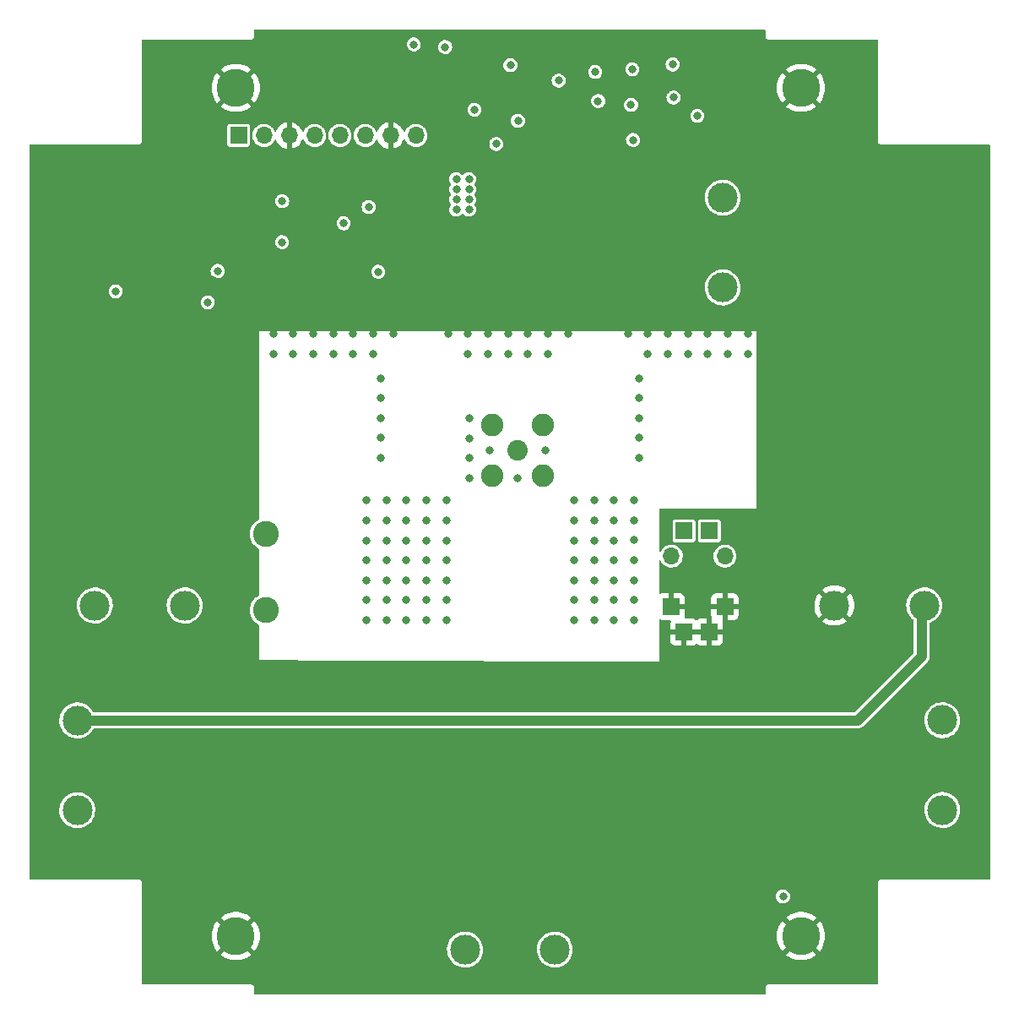
<source format=gbl>
G04 #@! TF.GenerationSoftware,KiCad,Pcbnew,(6.0.5)*
G04 #@! TF.CreationDate,2023-05-08T02:21:20-07:00*
G04 #@! TF.ProjectId,Z_Panels,5a5f5061-6e65-46c7-932e-6b696361645f,rev?*
G04 #@! TF.SameCoordinates,Original*
G04 #@! TF.FileFunction,Copper,L6,Bot*
G04 #@! TF.FilePolarity,Positive*
%FSLAX46Y46*%
G04 Gerber Fmt 4.6, Leading zero omitted, Abs format (unit mm)*
G04 Created by KiCad (PCBNEW (6.0.5)) date 2023-05-08 02:21:20*
%MOMM*%
%LPD*%
G01*
G04 APERTURE LIST*
G04 #@! TA.AperFunction,ComponentPad*
%ADD10C,3.000000*%
G04 #@! TD*
G04 #@! TA.AperFunction,ConnectorPad*
%ADD11C,3.800000*%
G04 #@! TD*
G04 #@! TA.AperFunction,ComponentPad*
%ADD12C,2.600000*%
G04 #@! TD*
G04 #@! TA.AperFunction,ComponentPad*
%ADD13R,1.700000X1.700000*%
G04 #@! TD*
G04 #@! TA.AperFunction,ComponentPad*
%ADD14O,1.700000X1.700000*%
G04 #@! TD*
G04 #@! TA.AperFunction,ComponentPad*
%ADD15C,2.050000*%
G04 #@! TD*
G04 #@! TA.AperFunction,ComponentPad*
%ADD16C,2.250000*%
G04 #@! TD*
G04 #@! TA.AperFunction,ViaPad*
%ADD17C,0.800000*%
G04 #@! TD*
G04 #@! TA.AperFunction,Conductor*
%ADD18C,1.000000*%
G04 #@! TD*
G04 APERTURE END LIST*
D10*
X150042000Y-97830000D03*
X141042000Y-97830000D03*
D11*
X155182000Y-45965600D03*
D12*
X155182000Y-45965600D03*
D13*
X202656000Y-100503000D03*
X200116000Y-100503000D03*
X198846000Y-97963000D03*
X204216000Y-97963000D03*
D14*
X204216000Y-92883000D03*
D13*
X202656000Y-90343000D03*
X200116000Y-90343000D03*
D14*
X198846000Y-92883000D03*
D10*
X187160000Y-132310000D03*
X178160000Y-132310000D03*
D12*
X158170000Y-90670000D03*
X158170000Y-98290000D03*
X211856000Y-45965600D03*
D11*
X211856000Y-45965600D03*
D10*
X204008000Y-56968000D03*
X204008000Y-65968000D03*
X226020000Y-109330000D03*
X226020000Y-118330000D03*
X224210000Y-97830000D03*
X215210000Y-97830000D03*
D11*
X211856000Y-130965600D03*
D12*
X211856000Y-130965600D03*
D10*
X139280000Y-118350000D03*
X139280000Y-109350000D03*
D12*
X155182000Y-130965600D03*
D11*
X155182000Y-130965600D03*
D13*
X155448000Y-50738000D03*
D14*
X157988000Y-50738000D03*
X160528000Y-50738000D03*
X163068000Y-50738000D03*
X165608000Y-50738000D03*
X168148000Y-50738000D03*
X170688000Y-50738000D03*
X173228000Y-50738000D03*
D15*
X183431443Y-82290965D03*
D16*
X185971443Y-79750965D03*
X180891443Y-84830965D03*
X185971443Y-84830965D03*
X180891443Y-79750965D03*
D17*
X182468000Y-72612000D03*
X150897500Y-62212500D03*
X176276000Y-93314000D03*
X170942000Y-70612000D03*
X204502000Y-70612000D03*
X168276000Y-91314000D03*
X200502000Y-70612000D03*
X194502000Y-70612000D03*
X193104000Y-95314000D03*
X172276000Y-93314000D03*
X168276000Y-97314000D03*
X172276000Y-91314000D03*
X141300000Y-60230000D03*
X176468000Y-70612000D03*
X195580000Y-79058000D03*
X204502000Y-72612000D03*
X189104000Y-91314000D03*
X206502000Y-72612000D03*
X168942000Y-70612000D03*
X164942000Y-72612000D03*
X170276000Y-87314000D03*
X162942000Y-72612000D03*
X169672000Y-81058000D03*
X191104000Y-99314000D03*
X186468000Y-70612000D03*
X158942000Y-70612000D03*
X202502000Y-72612000D03*
X193104000Y-93314000D03*
X168276000Y-95314000D03*
X141340000Y-57280000D03*
X176276000Y-99314000D03*
X170276000Y-95314000D03*
X198502000Y-72612000D03*
X193104000Y-89314000D03*
X191104000Y-97314000D03*
X172276000Y-97314000D03*
X141440000Y-54600000D03*
X168276000Y-87314000D03*
X174276000Y-87314000D03*
X168276000Y-93314000D03*
X195072000Y-87303622D03*
X191104000Y-89314000D03*
X172276000Y-87314000D03*
X168276000Y-99314000D03*
X196502000Y-70612000D03*
X195072000Y-91303622D03*
X195580000Y-83058000D03*
X174276000Y-97314000D03*
X176276000Y-87314000D03*
X169672000Y-77058000D03*
X180468000Y-72612000D03*
X160528000Y-52490000D03*
X164942000Y-70612000D03*
X193104000Y-91314000D03*
X183388000Y-85090000D03*
X189104000Y-93314000D03*
X202502000Y-70612000D03*
X198502000Y-70612000D03*
X191104000Y-91314000D03*
X169672000Y-83058000D03*
X178562000Y-81090000D03*
X168942000Y-72612000D03*
X195072000Y-89303622D03*
X195072000Y-93303622D03*
X191104000Y-87314000D03*
X176276000Y-97314000D03*
X170276000Y-89314000D03*
X178468000Y-72612000D03*
X200502000Y-72612000D03*
X168276000Y-89314000D03*
X166942000Y-72612000D03*
X148530000Y-61790000D03*
X193104000Y-87314000D03*
X184468000Y-72612000D03*
X193104000Y-99314000D03*
X186468000Y-72612000D03*
X154310000Y-53830000D03*
X160942000Y-70612000D03*
X189104000Y-89314000D03*
X176276000Y-91314000D03*
X170276000Y-97314000D03*
X150970000Y-54750000D03*
X195580000Y-77058000D03*
X148400000Y-63890000D03*
X189104000Y-99314000D03*
X182468000Y-70612000D03*
X196502000Y-72612000D03*
X170276000Y-93314000D03*
X174276000Y-99314000D03*
X184468000Y-70612000D03*
X195072000Y-95303622D03*
X174276000Y-95314000D03*
X169672000Y-75058000D03*
X195580000Y-75058000D03*
X178468000Y-70612000D03*
X186182000Y-82296000D03*
X169672000Y-79058000D03*
X195580000Y-81058000D03*
X166942000Y-70612000D03*
X180468000Y-70612000D03*
X174276000Y-89314000D03*
X189104000Y-97314000D03*
X172276000Y-89314000D03*
X206502000Y-70612000D03*
X178562000Y-83090000D03*
X176276000Y-95314000D03*
X149120000Y-50220000D03*
X193104000Y-97314000D03*
X174276000Y-93314000D03*
X191104000Y-95314000D03*
X160528000Y-48938000D03*
X158942000Y-72612000D03*
X195072000Y-99303622D03*
X160942000Y-72612000D03*
X189104000Y-95314000D03*
X189104000Y-87314000D03*
X172276000Y-99314000D03*
X153500000Y-54750000D03*
X176276000Y-89314000D03*
X172276000Y-95314000D03*
X170276000Y-99314000D03*
X154380000Y-55780000D03*
X188468000Y-70612000D03*
X191104000Y-93314000D03*
X174276000Y-91314000D03*
X180594000Y-82296000D03*
X178562000Y-85090000D03*
X178562000Y-79090000D03*
X162942000Y-70612000D03*
X195072000Y-97303622D03*
X152772500Y-62212500D03*
X170276000Y-91314000D03*
X150710000Y-50030000D03*
X143140000Y-66360000D03*
X173010000Y-41610000D03*
X169460000Y-64390000D03*
X201457600Y-48777600D03*
X210058000Y-127000000D03*
X191513000Y-47286000D03*
X187553000Y-45236000D03*
X194813000Y-47676000D03*
X179113000Y-48156000D03*
X181298000Y-51591000D03*
X183473000Y-49276000D03*
X165985000Y-59535000D03*
X153357500Y-64312500D03*
X176173000Y-41876000D03*
X182713000Y-43696000D03*
X199070000Y-46930000D03*
X198990000Y-43620000D03*
X195008000Y-51181000D03*
X168500000Y-57900000D03*
X152370000Y-67460000D03*
X191215500Y-44373500D03*
X194943000Y-44106000D03*
X159815000Y-61430000D03*
X159835000Y-57320000D03*
X178562000Y-58166000D03*
X177292000Y-56134000D03*
X177292000Y-55118000D03*
X178562000Y-56134000D03*
X177292000Y-58166000D03*
X177292000Y-57150000D03*
X178562000Y-55118000D03*
X178562000Y-57150000D03*
D18*
X223956000Y-102942000D02*
X217548000Y-109350000D01*
X223956000Y-97830000D02*
X223956000Y-102942000D01*
X217548000Y-109350000D02*
X139280000Y-109350000D01*
G04 #@! TA.AperFunction,Conductor*
G36*
X208241660Y-40126685D02*
G01*
X208278532Y-40177435D01*
X208283500Y-40208800D01*
X208283500Y-40751378D01*
X208283016Y-40761280D01*
X208282361Y-40767967D01*
X208279754Y-40776968D01*
X208281554Y-40797755D01*
X208283121Y-40815845D01*
X208283500Y-40824603D01*
X208283500Y-40834748D01*
X208284356Y-40839344D01*
X208284942Y-40842490D01*
X208286280Y-40852318D01*
X208289413Y-40888496D01*
X208293529Y-40896917D01*
X208295042Y-40902373D01*
X208297075Y-40907641D01*
X208298791Y-40916853D01*
X208310073Y-40935155D01*
X208317849Y-40947771D01*
X208322633Y-40956456D01*
X208338575Y-40989069D01*
X208345444Y-40995441D01*
X208348814Y-40999979D01*
X208352614Y-41004170D01*
X208357532Y-41012148D01*
X208386444Y-41034133D01*
X208394020Y-41040502D01*
X208420646Y-41065201D01*
X208429348Y-41068673D01*
X208434124Y-41071692D01*
X208439181Y-41074235D01*
X208446641Y-41079908D01*
X208469524Y-41086534D01*
X208481516Y-41090007D01*
X208490897Y-41093228D01*
X208524622Y-41106683D01*
X208530915Y-41107300D01*
X208532664Y-41107300D01*
X208536158Y-41107556D01*
X208545165Y-41108439D01*
X208554168Y-41111046D01*
X208593045Y-41107679D01*
X208601803Y-41107300D01*
X219456000Y-41107300D01*
X219515660Y-41126685D01*
X219552532Y-41177435D01*
X219557500Y-41208800D01*
X219557500Y-51266978D01*
X219557016Y-51276880D01*
X219556361Y-51283567D01*
X219553754Y-51292568D01*
X219555176Y-51308986D01*
X219557121Y-51331445D01*
X219557500Y-51340203D01*
X219557500Y-51350348D01*
X219558356Y-51354944D01*
X219558942Y-51358090D01*
X219560280Y-51367918D01*
X219563413Y-51404096D01*
X219567529Y-51412517D01*
X219569042Y-51417973D01*
X219571075Y-51423241D01*
X219572791Y-51432453D01*
X219584073Y-51450755D01*
X219591849Y-51463371D01*
X219596633Y-51472056D01*
X219612575Y-51504669D01*
X219619444Y-51511041D01*
X219622814Y-51515579D01*
X219626614Y-51519770D01*
X219631532Y-51527748D01*
X219660444Y-51549733D01*
X219668020Y-51556102D01*
X219694646Y-51580801D01*
X219703348Y-51584273D01*
X219708124Y-51587292D01*
X219713181Y-51589835D01*
X219720641Y-51595508D01*
X219743524Y-51602134D01*
X219755516Y-51605607D01*
X219764897Y-51608828D01*
X219798622Y-51622283D01*
X219804915Y-51622900D01*
X219806664Y-51622900D01*
X219810158Y-51623156D01*
X219819165Y-51624039D01*
X219828168Y-51626646D01*
X219867045Y-51623279D01*
X219875803Y-51622900D01*
X230729988Y-51622900D01*
X230789648Y-51642285D01*
X230826520Y-51693035D01*
X230831488Y-51724403D01*
X230831052Y-67921083D01*
X230829648Y-120143240D01*
X230829511Y-125218003D01*
X230810125Y-125277662D01*
X230759374Y-125314533D01*
X230728011Y-125319500D01*
X219911422Y-125319500D01*
X219901520Y-125319016D01*
X219894833Y-125318361D01*
X219885832Y-125315754D01*
X219847924Y-125319037D01*
X219846955Y-125319121D01*
X219838197Y-125319500D01*
X219828052Y-125319500D01*
X219823456Y-125320356D01*
X219820310Y-125320942D01*
X219810482Y-125322280D01*
X219774304Y-125325413D01*
X219765883Y-125329529D01*
X219760427Y-125331042D01*
X219755159Y-125333075D01*
X219745947Y-125334791D01*
X219730545Y-125344285D01*
X219715029Y-125353849D01*
X219706344Y-125358633D01*
X219700277Y-125361599D01*
X219673731Y-125374575D01*
X219667359Y-125381444D01*
X219662821Y-125384814D01*
X219658630Y-125388614D01*
X219650652Y-125393532D01*
X219628667Y-125422444D01*
X219622298Y-125430020D01*
X219597599Y-125456646D01*
X219594127Y-125465348D01*
X219591108Y-125470124D01*
X219588565Y-125475181D01*
X219582892Y-125482641D01*
X219580285Y-125491645D01*
X219572793Y-125517516D01*
X219569572Y-125526897D01*
X219556117Y-125560622D01*
X219555500Y-125566915D01*
X219555500Y-125568664D01*
X219555244Y-125572158D01*
X219554361Y-125581165D01*
X219551754Y-125590168D01*
X219552563Y-125599507D01*
X219555121Y-125629045D01*
X219555500Y-125637803D01*
X219555500Y-135733600D01*
X219536115Y-135793260D01*
X219485365Y-135830132D01*
X219454000Y-135835100D01*
X208637422Y-135835100D01*
X208627520Y-135834616D01*
X208620833Y-135833961D01*
X208611832Y-135831354D01*
X208573924Y-135834637D01*
X208572955Y-135834721D01*
X208564197Y-135835100D01*
X208554052Y-135835100D01*
X208549456Y-135835956D01*
X208546310Y-135836542D01*
X208536482Y-135837880D01*
X208500304Y-135841013D01*
X208491883Y-135845129D01*
X208486427Y-135846642D01*
X208481159Y-135848675D01*
X208471947Y-135850391D01*
X208456545Y-135859885D01*
X208441029Y-135869449D01*
X208432344Y-135874233D01*
X208426277Y-135877199D01*
X208399731Y-135890175D01*
X208393359Y-135897044D01*
X208388821Y-135900414D01*
X208384630Y-135904214D01*
X208376652Y-135909132D01*
X208354667Y-135938044D01*
X208348298Y-135945620D01*
X208323599Y-135972246D01*
X208320127Y-135980948D01*
X208317108Y-135985724D01*
X208314565Y-135990781D01*
X208308892Y-135998241D01*
X208306285Y-136007245D01*
X208298793Y-136033116D01*
X208295572Y-136042497D01*
X208282117Y-136076222D01*
X208281500Y-136082515D01*
X208281500Y-136084264D01*
X208281244Y-136087758D01*
X208280361Y-136096765D01*
X208277754Y-136105768D01*
X208278563Y-136115107D01*
X208281121Y-136144645D01*
X208281500Y-136153403D01*
X208281500Y-136733600D01*
X208262115Y-136793260D01*
X208211365Y-136830132D01*
X208180000Y-136835100D01*
X157112000Y-136835100D01*
X157052340Y-136815715D01*
X157015468Y-136764965D01*
X157010500Y-136733600D01*
X157010500Y-136191022D01*
X157010984Y-136181120D01*
X157011639Y-136174433D01*
X157014246Y-136165432D01*
X157010879Y-136126555D01*
X157010500Y-136117797D01*
X157010500Y-136107652D01*
X157009058Y-136099909D01*
X157007720Y-136090082D01*
X157007065Y-136082515D01*
X157004587Y-136053904D01*
X157000471Y-136045483D01*
X156998958Y-136040027D01*
X156996925Y-136034759D01*
X156995209Y-136025547D01*
X156976151Y-135994629D01*
X156971367Y-135985944D01*
X156959540Y-135961749D01*
X156955425Y-135953331D01*
X156948556Y-135946959D01*
X156945186Y-135942421D01*
X156941386Y-135938230D01*
X156936468Y-135930252D01*
X156907556Y-135908267D01*
X156899980Y-135901898D01*
X156873354Y-135877199D01*
X156864652Y-135873727D01*
X156859876Y-135870708D01*
X156854819Y-135868165D01*
X156847359Y-135862492D01*
X156822550Y-135855308D01*
X156812484Y-135852393D01*
X156803102Y-135849172D01*
X156782652Y-135841013D01*
X156769378Y-135835717D01*
X156763085Y-135835100D01*
X156761336Y-135835100D01*
X156757842Y-135834844D01*
X156748835Y-135833961D01*
X156739832Y-135831354D01*
X156702368Y-135834599D01*
X156700955Y-135834721D01*
X156692197Y-135835100D01*
X145838000Y-135835100D01*
X145778340Y-135815715D01*
X145741468Y-135764965D01*
X145736500Y-135733600D01*
X145736500Y-132841514D01*
X153671274Y-132841514D01*
X153671450Y-132842624D01*
X153675834Y-132847758D01*
X153886597Y-133000886D01*
X153891972Y-133004297D01*
X154151902Y-133147195D01*
X154157661Y-133149905D01*
X154433452Y-133259098D01*
X154439504Y-133261065D01*
X154726810Y-133334832D01*
X154733049Y-133336023D01*
X155027338Y-133373200D01*
X155033692Y-133373600D01*
X155330308Y-133373600D01*
X155336662Y-133373200D01*
X155630951Y-133336023D01*
X155637190Y-133334832D01*
X155924496Y-133261065D01*
X155930548Y-133259098D01*
X156206339Y-133149905D01*
X156212098Y-133147195D01*
X156472028Y-133004297D01*
X156477403Y-133000886D01*
X156684879Y-132850145D01*
X156692917Y-132839082D01*
X156692917Y-132837958D01*
X156689388Y-132832199D01*
X155193368Y-131336178D01*
X155181182Y-131329969D01*
X155176024Y-131330786D01*
X153677483Y-132829328D01*
X153671274Y-132841514D01*
X145736500Y-132841514D01*
X145736500Y-130968779D01*
X152769439Y-130968779D01*
X152788064Y-131264821D01*
X152788861Y-131271131D01*
X152844441Y-131562491D01*
X152846027Y-131568667D01*
X152937683Y-131850753D01*
X152940034Y-131856692D01*
X153066324Y-132125073D01*
X153069389Y-132130648D01*
X153228325Y-132381091D01*
X153232066Y-132386240D01*
X153298821Y-132466933D01*
X153310368Y-132474260D01*
X153313201Y-132474082D01*
X153316425Y-132471964D01*
X154811422Y-130976968D01*
X154816797Y-130966418D01*
X155546369Y-130966418D01*
X155547186Y-130971576D01*
X157043563Y-132467952D01*
X157055749Y-132474161D01*
X157058553Y-132473717D01*
X157061558Y-132471309D01*
X157131934Y-132386240D01*
X157135675Y-132381091D01*
X157210785Y-132262736D01*
X176355070Y-132262736D01*
X176367909Y-132530041D01*
X176420118Y-132792512D01*
X176421390Y-132796054D01*
X176509276Y-133040839D01*
X176509279Y-133040846D01*
X176510549Y-133044383D01*
X176637215Y-133280121D01*
X176797335Y-133494547D01*
X176987390Y-133682950D01*
X177203205Y-133841192D01*
X177440039Y-133965797D01*
X177443591Y-133967037D01*
X177443597Y-133967040D01*
X177689130Y-134052783D01*
X177689132Y-134052784D01*
X177692690Y-134054026D01*
X177696390Y-134054729D01*
X177696392Y-134054729D01*
X177824148Y-134078985D01*
X177955606Y-134103943D01*
X177959371Y-134104091D01*
X177959372Y-134104091D01*
X177983244Y-134105029D01*
X178223013Y-134114449D01*
X178226746Y-134114040D01*
X178226751Y-134114040D01*
X178485291Y-134085725D01*
X178489035Y-134085315D01*
X178747829Y-134017180D01*
X178751297Y-134015690D01*
X178751300Y-134015689D01*
X178990251Y-133913028D01*
X178993710Y-133911542D01*
X179221275Y-133770720D01*
X179322317Y-133685182D01*
X179422656Y-133600239D01*
X179422659Y-133600236D01*
X179425526Y-133597809D01*
X179601976Y-133396607D01*
X179746747Y-133171534D01*
X179856661Y-132927534D01*
X179929302Y-132669969D01*
X179946634Y-132533735D01*
X179962753Y-132407029D01*
X179962754Y-132407022D01*
X179963075Y-132404495D01*
X179965549Y-132310000D01*
X179962037Y-132262736D01*
X185355070Y-132262736D01*
X185367909Y-132530041D01*
X185420118Y-132792512D01*
X185421390Y-132796054D01*
X185509276Y-133040839D01*
X185509279Y-133040846D01*
X185510549Y-133044383D01*
X185637215Y-133280121D01*
X185797335Y-133494547D01*
X185987390Y-133682950D01*
X186203205Y-133841192D01*
X186440039Y-133965797D01*
X186443591Y-133967037D01*
X186443597Y-133967040D01*
X186689130Y-134052783D01*
X186689132Y-134052784D01*
X186692690Y-134054026D01*
X186696390Y-134054729D01*
X186696392Y-134054729D01*
X186824148Y-134078985D01*
X186955606Y-134103943D01*
X186959371Y-134104091D01*
X186959372Y-134104091D01*
X186983244Y-134105029D01*
X187223013Y-134114449D01*
X187226746Y-134114040D01*
X187226751Y-134114040D01*
X187485291Y-134085725D01*
X187489035Y-134085315D01*
X187747829Y-134017180D01*
X187751297Y-134015690D01*
X187751300Y-134015689D01*
X187990251Y-133913028D01*
X187993710Y-133911542D01*
X188221275Y-133770720D01*
X188322317Y-133685182D01*
X188422656Y-133600239D01*
X188422659Y-133600236D01*
X188425526Y-133597809D01*
X188601976Y-133396607D01*
X188746747Y-133171534D01*
X188856661Y-132927534D01*
X188880921Y-132841514D01*
X210345274Y-132841514D01*
X210345450Y-132842624D01*
X210349834Y-132847758D01*
X210560597Y-133000886D01*
X210565972Y-133004297D01*
X210825902Y-133147195D01*
X210831661Y-133149905D01*
X211107452Y-133259098D01*
X211113504Y-133261065D01*
X211400810Y-133334832D01*
X211407049Y-133336023D01*
X211701338Y-133373200D01*
X211707692Y-133373600D01*
X212004308Y-133373600D01*
X212010662Y-133373200D01*
X212304951Y-133336023D01*
X212311190Y-133334832D01*
X212598496Y-133261065D01*
X212604548Y-133259098D01*
X212880339Y-133149905D01*
X212886098Y-133147195D01*
X213146028Y-133004297D01*
X213151403Y-133000886D01*
X213358879Y-132850145D01*
X213366917Y-132839082D01*
X213366917Y-132837958D01*
X213363388Y-132832199D01*
X211867368Y-131336178D01*
X211855182Y-131329969D01*
X211850024Y-131330786D01*
X210351483Y-132829328D01*
X210345274Y-132841514D01*
X188880921Y-132841514D01*
X188929302Y-132669969D01*
X188946634Y-132533735D01*
X188962753Y-132407029D01*
X188962754Y-132407022D01*
X188963075Y-132404495D01*
X188965549Y-132310000D01*
X188945717Y-132043123D01*
X188935161Y-131996470D01*
X188913966Y-131902804D01*
X188886655Y-131782109D01*
X188885292Y-131778604D01*
X188791028Y-131536203D01*
X188791027Y-131536200D01*
X188789662Y-131532691D01*
X188787795Y-131529425D01*
X188787792Y-131529418D01*
X188658739Y-131303623D01*
X188658737Y-131303620D01*
X188656868Y-131300350D01*
X188491190Y-131090189D01*
X188362128Y-130968779D01*
X209443439Y-130968779D01*
X209462064Y-131264821D01*
X209462861Y-131271131D01*
X209518441Y-131562491D01*
X209520027Y-131568667D01*
X209611683Y-131850753D01*
X209614034Y-131856692D01*
X209740324Y-132125073D01*
X209743389Y-132130648D01*
X209902325Y-132381091D01*
X209906066Y-132386240D01*
X209972821Y-132466933D01*
X209984368Y-132474260D01*
X209987201Y-132474082D01*
X209990425Y-132471964D01*
X211485422Y-130976968D01*
X211490797Y-130966418D01*
X212220369Y-130966418D01*
X212221186Y-130971576D01*
X213717563Y-132467952D01*
X213729749Y-132474161D01*
X213732553Y-132473717D01*
X213735558Y-132471309D01*
X213805934Y-132386240D01*
X213809675Y-132381091D01*
X213968611Y-132130648D01*
X213971676Y-132125073D01*
X214097966Y-131856692D01*
X214100317Y-131850753D01*
X214191973Y-131568667D01*
X214193559Y-131562491D01*
X214249139Y-131271131D01*
X214249936Y-131264821D01*
X214268561Y-130968779D01*
X214268561Y-130962421D01*
X214249936Y-130666379D01*
X214249139Y-130660069D01*
X214193559Y-130368709D01*
X214191973Y-130362533D01*
X214100317Y-130080447D01*
X214097966Y-130074508D01*
X213971676Y-129806127D01*
X213968611Y-129800552D01*
X213809675Y-129550109D01*
X213805934Y-129544960D01*
X213739179Y-129464267D01*
X213727632Y-129456940D01*
X213724799Y-129457118D01*
X213721575Y-129459236D01*
X212226578Y-130954232D01*
X212220369Y-130966418D01*
X211490797Y-130966418D01*
X211491631Y-130964782D01*
X211490814Y-130959624D01*
X209994437Y-129463248D01*
X209982251Y-129457039D01*
X209979447Y-129457483D01*
X209976442Y-129459891D01*
X209906066Y-129544960D01*
X209902325Y-129550109D01*
X209743389Y-129800552D01*
X209740324Y-129806127D01*
X209614034Y-130074508D01*
X209611683Y-130080447D01*
X209520027Y-130362533D01*
X209518441Y-130368709D01*
X209462861Y-130660069D01*
X209462064Y-130666379D01*
X209443439Y-130962421D01*
X209443439Y-130968779D01*
X188362128Y-130968779D01*
X188296269Y-130906825D01*
X188076385Y-130754286D01*
X188073015Y-130752624D01*
X188073008Y-130752620D01*
X187839744Y-130637587D01*
X187839740Y-130637585D01*
X187836371Y-130635924D01*
X187581497Y-130554338D01*
X187449431Y-130532830D01*
X187321087Y-130511928D01*
X187321083Y-130511928D01*
X187317364Y-130511322D01*
X187181283Y-130509541D01*
X187053545Y-130507868D01*
X187053540Y-130507868D01*
X187049774Y-130507819D01*
X187046042Y-130508327D01*
X187046040Y-130508327D01*
X186788343Y-130543398D01*
X186788339Y-130543399D01*
X186784605Y-130543907D01*
X186780982Y-130544963D01*
X186531298Y-130617738D01*
X186531294Y-130617740D01*
X186527683Y-130618792D01*
X186284652Y-130730831D01*
X186281509Y-130732892D01*
X186281503Y-130732895D01*
X186064003Y-130875495D01*
X186063999Y-130875498D01*
X186060851Y-130877562D01*
X185861197Y-131055760D01*
X185690075Y-131261512D01*
X185551244Y-131490298D01*
X185447755Y-131737091D01*
X185446827Y-131740745D01*
X185382809Y-131992814D01*
X185382808Y-131992821D01*
X185381881Y-131996470D01*
X185355070Y-132262736D01*
X179962037Y-132262736D01*
X179945717Y-132043123D01*
X179935161Y-131996470D01*
X179913966Y-131902804D01*
X179886655Y-131782109D01*
X179885292Y-131778604D01*
X179791028Y-131536203D01*
X179791027Y-131536200D01*
X179789662Y-131532691D01*
X179787795Y-131529425D01*
X179787792Y-131529418D01*
X179658739Y-131303623D01*
X179658737Y-131303620D01*
X179656868Y-131300350D01*
X179491190Y-131090189D01*
X179296269Y-130906825D01*
X179076385Y-130754286D01*
X179073015Y-130752624D01*
X179073008Y-130752620D01*
X178839744Y-130637587D01*
X178839740Y-130637585D01*
X178836371Y-130635924D01*
X178581497Y-130554338D01*
X178449431Y-130532830D01*
X178321087Y-130511928D01*
X178321083Y-130511928D01*
X178317364Y-130511322D01*
X178181283Y-130509541D01*
X178053545Y-130507868D01*
X178053540Y-130507868D01*
X178049774Y-130507819D01*
X178046042Y-130508327D01*
X178046040Y-130508327D01*
X177788343Y-130543398D01*
X177788339Y-130543399D01*
X177784605Y-130543907D01*
X177780982Y-130544963D01*
X177531298Y-130617738D01*
X177531294Y-130617740D01*
X177527683Y-130618792D01*
X177284652Y-130730831D01*
X177281509Y-130732892D01*
X177281503Y-130732895D01*
X177064003Y-130875495D01*
X177063999Y-130875498D01*
X177060851Y-130877562D01*
X176861197Y-131055760D01*
X176690075Y-131261512D01*
X176551244Y-131490298D01*
X176447755Y-131737091D01*
X176446827Y-131740745D01*
X176382809Y-131992814D01*
X176382808Y-131992821D01*
X176381881Y-131996470D01*
X176355070Y-132262736D01*
X157210785Y-132262736D01*
X157294611Y-132130648D01*
X157297676Y-132125073D01*
X157423966Y-131856692D01*
X157426317Y-131850753D01*
X157517973Y-131568667D01*
X157519559Y-131562491D01*
X157575139Y-131271131D01*
X157575936Y-131264821D01*
X157594561Y-130968779D01*
X157594561Y-130962421D01*
X157575936Y-130666379D01*
X157575139Y-130660069D01*
X157519559Y-130368709D01*
X157517973Y-130362533D01*
X157426317Y-130080447D01*
X157423966Y-130074508D01*
X157297676Y-129806127D01*
X157294611Y-129800552D01*
X157135675Y-129550109D01*
X157131934Y-129544960D01*
X157065179Y-129464267D01*
X157053632Y-129456940D01*
X157050799Y-129457118D01*
X157047575Y-129459236D01*
X155552578Y-130954232D01*
X155546369Y-130966418D01*
X154816797Y-130966418D01*
X154817631Y-130964782D01*
X154816814Y-130959624D01*
X153320437Y-129463248D01*
X153308251Y-129457039D01*
X153305447Y-129457483D01*
X153302442Y-129459891D01*
X153232066Y-129544960D01*
X153228325Y-129550109D01*
X153069389Y-129800552D01*
X153066324Y-129806127D01*
X152940034Y-130074508D01*
X152937683Y-130080447D01*
X152846027Y-130362533D01*
X152844441Y-130368709D01*
X152788861Y-130660069D01*
X152788064Y-130666379D01*
X152769439Y-130962421D01*
X152769439Y-130968779D01*
X145736500Y-130968779D01*
X145736500Y-129093242D01*
X153671083Y-129093242D01*
X153674612Y-129099001D01*
X155170632Y-130595022D01*
X155182818Y-130601231D01*
X155187976Y-130600414D01*
X155710987Y-130077403D01*
X156686517Y-129101872D01*
X156690914Y-129093242D01*
X210345083Y-129093242D01*
X210348612Y-129099001D01*
X211327013Y-130077403D01*
X211844632Y-130595022D01*
X211856818Y-130601231D01*
X211861976Y-130600414D01*
X213360517Y-129101872D01*
X213366726Y-129089686D01*
X213366550Y-129088576D01*
X213362166Y-129083442D01*
X213151403Y-128930314D01*
X213146028Y-128926903D01*
X212886098Y-128784005D01*
X212880339Y-128781295D01*
X212604548Y-128672102D01*
X212598496Y-128670135D01*
X212311190Y-128596368D01*
X212304951Y-128595177D01*
X212010662Y-128558000D01*
X212004308Y-128557600D01*
X211707692Y-128557600D01*
X211701338Y-128558000D01*
X211407049Y-128595177D01*
X211400810Y-128596368D01*
X211113504Y-128670135D01*
X211107452Y-128672102D01*
X210831661Y-128781295D01*
X210825902Y-128784005D01*
X210565972Y-128926903D01*
X210560597Y-128930314D01*
X210353121Y-129081055D01*
X210345083Y-129092118D01*
X210345083Y-129093242D01*
X156690914Y-129093242D01*
X156692726Y-129089686D01*
X156692550Y-129088576D01*
X156688166Y-129083442D01*
X156477403Y-128930314D01*
X156472028Y-128926903D01*
X156212098Y-128784005D01*
X156206339Y-128781295D01*
X155930548Y-128672102D01*
X155924496Y-128670135D01*
X155637190Y-128596368D01*
X155630951Y-128595177D01*
X155336662Y-128558000D01*
X155330308Y-128557600D01*
X155033692Y-128557600D01*
X155027338Y-128558000D01*
X154733049Y-128595177D01*
X154726810Y-128596368D01*
X154439504Y-128670135D01*
X154433452Y-128672102D01*
X154157661Y-128781295D01*
X154151902Y-128784005D01*
X153891972Y-128926903D01*
X153886597Y-128930314D01*
X153679121Y-129081055D01*
X153671083Y-129092118D01*
X153671083Y-129093242D01*
X145736500Y-129093242D01*
X145736500Y-126992611D01*
X209352394Y-126992611D01*
X209370999Y-127161135D01*
X209429266Y-127320356D01*
X209523830Y-127461083D01*
X209649233Y-127575191D01*
X209654606Y-127578108D01*
X209654607Y-127578109D01*
X209792855Y-127653171D01*
X209798235Y-127656092D01*
X209962233Y-127699116D01*
X210032476Y-127700219D01*
X210125639Y-127701683D01*
X210125640Y-127701683D01*
X210131760Y-127701779D01*
X210223425Y-127680785D01*
X210291066Y-127665294D01*
X210291068Y-127665293D01*
X210297029Y-127663928D01*
X210372238Y-127626102D01*
X210443035Y-127590495D01*
X210443037Y-127590493D01*
X210448498Y-127587747D01*
X210577423Y-127477634D01*
X210676361Y-127339947D01*
X210739601Y-127182634D01*
X210763490Y-127014778D01*
X210763645Y-127000000D01*
X210762018Y-126986550D01*
X210755853Y-126935613D01*
X210743276Y-126831680D01*
X210683345Y-126673077D01*
X210678857Y-126666547D01*
X210590777Y-126538390D01*
X210590775Y-126538388D01*
X210587312Y-126533349D01*
X210582749Y-126529284D01*
X210582746Y-126529280D01*
X210515049Y-126468965D01*
X210460721Y-126420560D01*
X210398505Y-126387618D01*
X210316289Y-126344087D01*
X210316286Y-126344086D01*
X210310881Y-126341224D01*
X210304950Y-126339734D01*
X210304947Y-126339733D01*
X210229048Y-126320669D01*
X210146441Y-126299919D01*
X210099522Y-126299673D01*
X209983014Y-126299063D01*
X209976895Y-126299031D01*
X209970944Y-126300460D01*
X209970942Y-126300460D01*
X209817982Y-126337183D01*
X209817978Y-126337184D01*
X209812032Y-126338612D01*
X209661369Y-126416375D01*
X209656757Y-126420398D01*
X209656756Y-126420399D01*
X209538216Y-126523807D01*
X209538213Y-126523810D01*
X209533604Y-126527831D01*
X209436113Y-126666547D01*
X209374524Y-126824513D01*
X209352394Y-126992611D01*
X145736500Y-126992611D01*
X145736500Y-125675422D01*
X145736984Y-125665520D01*
X145737639Y-125658833D01*
X145740246Y-125649832D01*
X145736879Y-125610955D01*
X145736500Y-125602197D01*
X145736500Y-125592052D01*
X145735058Y-125584309D01*
X145733720Y-125574482D01*
X145733065Y-125566915D01*
X145730587Y-125538304D01*
X145726471Y-125529883D01*
X145724958Y-125524427D01*
X145722925Y-125519159D01*
X145721209Y-125509947D01*
X145702151Y-125479029D01*
X145697367Y-125470344D01*
X145685540Y-125446149D01*
X145681425Y-125437731D01*
X145674556Y-125431359D01*
X145671186Y-125426821D01*
X145667386Y-125422630D01*
X145662468Y-125414652D01*
X145633556Y-125392667D01*
X145625980Y-125386298D01*
X145599354Y-125361599D01*
X145590652Y-125358127D01*
X145585876Y-125355108D01*
X145580819Y-125352565D01*
X145573359Y-125346892D01*
X145548550Y-125339708D01*
X145538484Y-125336793D01*
X145529102Y-125333572D01*
X145508652Y-125325413D01*
X145495378Y-125320117D01*
X145489085Y-125319500D01*
X145487336Y-125319500D01*
X145483842Y-125319244D01*
X145474835Y-125318361D01*
X145465832Y-125315754D01*
X145428368Y-125318999D01*
X145426955Y-125319121D01*
X145418197Y-125319500D01*
X134564012Y-125319500D01*
X134504352Y-125300115D01*
X134467480Y-125249365D01*
X134462512Y-125217997D01*
X134462698Y-118302736D01*
X137475070Y-118302736D01*
X137476380Y-118330000D01*
X137486768Y-118546276D01*
X137487909Y-118570041D01*
X137540118Y-118832512D01*
X137541390Y-118836054D01*
X137629276Y-119080839D01*
X137629279Y-119080846D01*
X137630549Y-119084383D01*
X137757215Y-119320121D01*
X137917335Y-119534547D01*
X138107390Y-119722950D01*
X138110434Y-119725182D01*
X138298318Y-119862944D01*
X138323205Y-119881192D01*
X138560039Y-120005797D01*
X138563591Y-120007037D01*
X138563597Y-120007040D01*
X138809130Y-120092783D01*
X138809132Y-120092784D01*
X138812690Y-120094026D01*
X138816390Y-120094729D01*
X138816392Y-120094729D01*
X138874309Y-120105725D01*
X139075606Y-120143943D01*
X139079371Y-120144091D01*
X139079372Y-120144091D01*
X139103244Y-120145029D01*
X139343013Y-120154449D01*
X139346746Y-120154040D01*
X139346751Y-120154040D01*
X139605291Y-120125725D01*
X139609035Y-120125315D01*
X139867829Y-120057180D01*
X139871297Y-120055690D01*
X139871300Y-120055689D01*
X140110251Y-119953028D01*
X140113710Y-119951542D01*
X140341275Y-119810720D01*
X140442317Y-119725182D01*
X140542656Y-119640239D01*
X140542659Y-119640236D01*
X140545526Y-119637809D01*
X140721976Y-119436607D01*
X140866747Y-119211534D01*
X140874334Y-119194693D01*
X140975114Y-118970968D01*
X140976661Y-118967534D01*
X141049302Y-118709969D01*
X141051385Y-118693601D01*
X141082753Y-118447029D01*
X141082754Y-118447022D01*
X141083075Y-118444495D01*
X141083666Y-118421944D01*
X141085482Y-118352552D01*
X141085549Y-118350000D01*
X141080551Y-118282736D01*
X224215070Y-118282736D01*
X224227909Y-118550041D01*
X224280118Y-118812512D01*
X224310995Y-118898512D01*
X224369276Y-119060839D01*
X224369279Y-119060846D01*
X224370549Y-119064383D01*
X224497215Y-119300121D01*
X224657335Y-119514547D01*
X224847390Y-119702950D01*
X224850434Y-119705182D01*
X224997065Y-119812696D01*
X225063205Y-119861192D01*
X225300039Y-119985797D01*
X225303591Y-119987037D01*
X225303597Y-119987040D01*
X225549130Y-120072783D01*
X225549132Y-120072784D01*
X225552690Y-120074026D01*
X225556390Y-120074729D01*
X225556392Y-120074729D01*
X225651484Y-120092783D01*
X225815606Y-120123943D01*
X225819371Y-120124091D01*
X225819372Y-120124091D01*
X225843244Y-120125029D01*
X226083013Y-120134449D01*
X226086746Y-120134040D01*
X226086751Y-120134040D01*
X226345291Y-120105725D01*
X226349035Y-120105315D01*
X226607829Y-120037180D01*
X226611297Y-120035690D01*
X226611300Y-120035689D01*
X226850251Y-119933028D01*
X226853710Y-119931542D01*
X227045762Y-119812696D01*
X227078082Y-119792696D01*
X227078083Y-119792695D01*
X227081275Y-119790720D01*
X227158692Y-119725182D01*
X227282656Y-119620239D01*
X227282659Y-119620236D01*
X227285526Y-119617809D01*
X227461976Y-119416607D01*
X227606747Y-119191534D01*
X227656612Y-119080839D01*
X227715114Y-118950968D01*
X227716661Y-118947534D01*
X227749101Y-118832512D01*
X227788278Y-118693601D01*
X227788279Y-118693597D01*
X227789302Y-118689969D01*
X227806634Y-118553735D01*
X227822753Y-118427029D01*
X227822754Y-118427022D01*
X227823075Y-118424495D01*
X227825549Y-118330000D01*
X227805717Y-118063123D01*
X227795161Y-118016470D01*
X227752011Y-117825778D01*
X227746655Y-117802109D01*
X227735572Y-117773610D01*
X227651028Y-117556203D01*
X227651027Y-117556200D01*
X227649662Y-117552691D01*
X227647795Y-117549425D01*
X227647792Y-117549418D01*
X227518739Y-117323623D01*
X227518737Y-117323620D01*
X227516868Y-117320350D01*
X227351190Y-117110189D01*
X227156269Y-116926825D01*
X226936385Y-116774286D01*
X226933015Y-116772624D01*
X226933008Y-116772620D01*
X226699744Y-116657587D01*
X226699740Y-116657585D01*
X226696371Y-116655924D01*
X226441497Y-116574338D01*
X226281781Y-116548327D01*
X226181087Y-116531928D01*
X226181083Y-116531928D01*
X226177364Y-116531322D01*
X226041283Y-116529541D01*
X225913545Y-116527868D01*
X225913540Y-116527868D01*
X225909774Y-116527819D01*
X225906042Y-116528327D01*
X225906040Y-116528327D01*
X225648343Y-116563398D01*
X225648339Y-116563399D01*
X225644605Y-116563907D01*
X225640982Y-116564963D01*
X225391298Y-116637738D01*
X225391294Y-116637740D01*
X225387683Y-116638792D01*
X225144652Y-116750831D01*
X225141509Y-116752892D01*
X225141503Y-116752895D01*
X224924003Y-116895495D01*
X224923999Y-116895498D01*
X224920851Y-116897562D01*
X224721197Y-117075760D01*
X224550075Y-117281512D01*
X224548124Y-117284728D01*
X224548122Y-117284730D01*
X224535986Y-117304730D01*
X224411244Y-117510298D01*
X224307755Y-117757091D01*
X224306827Y-117760745D01*
X224242809Y-118012814D01*
X224242808Y-118012821D01*
X224241881Y-118016470D01*
X224215070Y-118282736D01*
X141080551Y-118282736D01*
X141065717Y-118083123D01*
X141061192Y-118063123D01*
X141007485Y-117825778D01*
X141006655Y-117822109D01*
X140997514Y-117798604D01*
X140911028Y-117576203D01*
X140911027Y-117576200D01*
X140909662Y-117572691D01*
X140907795Y-117569425D01*
X140907792Y-117569418D01*
X140778739Y-117343623D01*
X140778737Y-117343620D01*
X140776868Y-117340350D01*
X140611190Y-117130189D01*
X140416269Y-116946825D01*
X140196385Y-116794286D01*
X140193015Y-116792624D01*
X140193008Y-116792620D01*
X139959744Y-116677587D01*
X139959740Y-116677585D01*
X139956371Y-116675924D01*
X139701497Y-116594338D01*
X139569430Y-116572830D01*
X139441087Y-116551928D01*
X139441083Y-116551928D01*
X139437364Y-116551322D01*
X139301283Y-116549541D01*
X139173545Y-116547868D01*
X139173540Y-116547868D01*
X139169774Y-116547819D01*
X139166042Y-116548327D01*
X139166040Y-116548327D01*
X138908343Y-116583398D01*
X138908339Y-116583399D01*
X138904605Y-116583907D01*
X138900982Y-116584963D01*
X138651298Y-116657738D01*
X138651294Y-116657740D01*
X138647683Y-116658792D01*
X138404652Y-116770831D01*
X138401509Y-116772892D01*
X138401503Y-116772895D01*
X138184003Y-116915495D01*
X138183999Y-116915498D01*
X138180851Y-116917562D01*
X137981197Y-117095760D01*
X137810075Y-117301512D01*
X137808124Y-117304728D01*
X137808122Y-117304730D01*
X137788302Y-117337392D01*
X137671244Y-117530298D01*
X137567755Y-117777091D01*
X137566827Y-117780745D01*
X137502809Y-118032814D01*
X137502808Y-118032821D01*
X137501881Y-118036470D01*
X137501503Y-118040226D01*
X137477084Y-118282736D01*
X137475070Y-118302736D01*
X134462698Y-118302736D01*
X134462940Y-109302736D01*
X137475070Y-109302736D01*
X137476380Y-109330000D01*
X137486768Y-109546276D01*
X137487909Y-109570041D01*
X137540118Y-109832512D01*
X137548971Y-109857170D01*
X137629276Y-110080839D01*
X137629279Y-110080846D01*
X137630549Y-110084383D01*
X137757215Y-110320121D01*
X137917335Y-110534547D01*
X138107390Y-110722950D01*
X138110434Y-110725182D01*
X138298318Y-110862944D01*
X138323205Y-110881192D01*
X138560039Y-111005797D01*
X138563591Y-111007037D01*
X138563597Y-111007040D01*
X138809130Y-111092783D01*
X138809132Y-111092784D01*
X138812690Y-111094026D01*
X138816390Y-111094729D01*
X138816392Y-111094729D01*
X138874309Y-111105725D01*
X139075606Y-111143943D01*
X139079371Y-111144091D01*
X139079372Y-111144091D01*
X139103244Y-111145029D01*
X139343013Y-111154449D01*
X139346746Y-111154040D01*
X139346751Y-111154040D01*
X139605291Y-111125725D01*
X139609035Y-111125315D01*
X139867829Y-111057180D01*
X139871297Y-111055690D01*
X139871300Y-111055689D01*
X140110251Y-110953028D01*
X140113710Y-110951542D01*
X140341275Y-110810720D01*
X140442317Y-110725182D01*
X140542656Y-110640239D01*
X140542659Y-110640236D01*
X140545526Y-110637809D01*
X140721976Y-110436607D01*
X140866747Y-110211534D01*
X140868291Y-110208107D01*
X140870090Y-110204793D01*
X140871585Y-110205604D01*
X140909447Y-110163894D01*
X140959841Y-110150500D01*
X217539079Y-110150500D01*
X217540142Y-110150506D01*
X217623728Y-110151382D01*
X217623732Y-110151382D01*
X217629407Y-110151441D01*
X217672524Y-110142119D01*
X217682650Y-110140461D01*
X217696381Y-110138921D01*
X217720831Y-110136179D01*
X217720833Y-110136178D01*
X217726472Y-110135546D01*
X217748574Y-110127849D01*
X217759174Y-110124158D01*
X217771103Y-110120805D01*
X217778231Y-110119264D01*
X217804942Y-110113489D01*
X217810073Y-110111096D01*
X217810086Y-110111092D01*
X217844914Y-110094851D01*
X217854426Y-110090988D01*
X217896073Y-110076485D01*
X217900920Y-110073456D01*
X217925442Y-110058134D01*
X217936329Y-110052223D01*
X217967707Y-110037591D01*
X218002556Y-110010559D01*
X218010964Y-110004693D01*
X218048375Y-109981316D01*
X218052398Y-109977321D01*
X218052403Y-109977317D01*
X218076830Y-109953060D01*
X218077538Y-109952397D01*
X218078177Y-109951901D01*
X218104037Y-109926041D01*
X218175807Y-109854770D01*
X218176443Y-109853767D01*
X218177604Y-109852474D01*
X218747342Y-109282736D01*
X224215070Y-109282736D01*
X224227909Y-109550041D01*
X224280118Y-109812512D01*
X224294466Y-109852474D01*
X224369276Y-110060839D01*
X224369279Y-110060846D01*
X224370549Y-110064383D01*
X224372328Y-110067695D01*
X224372329Y-110067696D01*
X224396934Y-110113489D01*
X224497215Y-110300121D01*
X224657335Y-110514547D01*
X224847390Y-110702950D01*
X224850434Y-110705182D01*
X224997065Y-110812696D01*
X225063205Y-110861192D01*
X225300039Y-110985797D01*
X225303591Y-110987037D01*
X225303597Y-110987040D01*
X225549130Y-111072783D01*
X225549132Y-111072784D01*
X225552690Y-111074026D01*
X225556390Y-111074729D01*
X225556392Y-111074729D01*
X225651484Y-111092783D01*
X225815606Y-111123943D01*
X225819371Y-111124091D01*
X225819372Y-111124091D01*
X225843244Y-111125029D01*
X226083013Y-111134449D01*
X226086746Y-111134040D01*
X226086751Y-111134040D01*
X226345291Y-111105725D01*
X226349035Y-111105315D01*
X226607829Y-111037180D01*
X226611297Y-111035690D01*
X226611300Y-111035689D01*
X226850251Y-110933028D01*
X226853710Y-110931542D01*
X227045762Y-110812696D01*
X227078082Y-110792696D01*
X227078083Y-110792695D01*
X227081275Y-110790720D01*
X227158692Y-110725182D01*
X227282656Y-110620239D01*
X227282659Y-110620236D01*
X227285526Y-110617809D01*
X227461976Y-110416607D01*
X227606747Y-110191534D01*
X227625232Y-110150500D01*
X227715114Y-109950968D01*
X227716661Y-109947534D01*
X227749101Y-109832512D01*
X227788278Y-109693601D01*
X227788279Y-109693597D01*
X227789302Y-109689969D01*
X227806634Y-109553735D01*
X227822753Y-109427029D01*
X227822754Y-109427022D01*
X227823075Y-109424495D01*
X227825549Y-109330000D01*
X227805717Y-109063123D01*
X227795161Y-109016470D01*
X227747485Y-108805778D01*
X227746655Y-108802109D01*
X227735572Y-108773610D01*
X227651028Y-108556203D01*
X227651027Y-108556200D01*
X227649662Y-108552691D01*
X227647795Y-108549425D01*
X227647792Y-108549418D01*
X227518739Y-108323623D01*
X227518737Y-108323620D01*
X227516868Y-108320350D01*
X227351190Y-108110189D01*
X227156269Y-107926825D01*
X226936385Y-107774286D01*
X226933015Y-107772624D01*
X226933008Y-107772620D01*
X226699744Y-107657587D01*
X226699740Y-107657585D01*
X226696371Y-107655924D01*
X226441497Y-107574338D01*
X226281781Y-107548327D01*
X226181087Y-107531928D01*
X226181083Y-107531928D01*
X226177364Y-107531322D01*
X226041283Y-107529541D01*
X225913545Y-107527868D01*
X225913540Y-107527868D01*
X225909774Y-107527819D01*
X225906042Y-107528327D01*
X225906040Y-107528327D01*
X225648343Y-107563398D01*
X225648339Y-107563399D01*
X225644605Y-107563907D01*
X225640982Y-107564963D01*
X225391298Y-107637738D01*
X225391294Y-107637740D01*
X225387683Y-107638792D01*
X225144652Y-107750831D01*
X225141509Y-107752892D01*
X225141503Y-107752895D01*
X224924003Y-107895495D01*
X224923999Y-107895498D01*
X224920851Y-107897562D01*
X224721197Y-108075760D01*
X224550075Y-108281512D01*
X224548124Y-108284728D01*
X224548122Y-108284730D01*
X224535986Y-108304730D01*
X224411244Y-108510298D01*
X224307755Y-108757091D01*
X224306827Y-108760745D01*
X224242809Y-109012814D01*
X224242808Y-109012821D01*
X224241881Y-109016470D01*
X224215070Y-109282736D01*
X218747342Y-109282736D01*
X224515646Y-103514432D01*
X224516401Y-103513684D01*
X224576214Y-103455111D01*
X224580268Y-103451141D01*
X224604159Y-103414069D01*
X224610153Y-103405728D01*
X224634123Y-103375702D01*
X224634124Y-103375700D01*
X224637664Y-103371266D01*
X224652737Y-103340084D01*
X224658793Y-103329294D01*
X224677554Y-103300183D01*
X224692635Y-103258750D01*
X224696630Y-103249291D01*
X224713360Y-103214683D01*
X224713361Y-103214681D01*
X224715828Y-103209577D01*
X224717104Y-103204052D01*
X224717106Y-103204045D01*
X224723619Y-103175835D01*
X224727138Y-103163954D01*
X224737036Y-103136757D01*
X224738978Y-103131422D01*
X224744505Y-103087674D01*
X224746306Y-103077565D01*
X224754950Y-103040121D01*
X224754950Y-103040120D01*
X224756227Y-103034589D01*
X224756366Y-102994485D01*
X224756399Y-102993516D01*
X224756500Y-102992717D01*
X224756500Y-102956269D01*
X224756853Y-102854999D01*
X224756593Y-102853838D01*
X224756500Y-102852113D01*
X224756500Y-99621799D01*
X224775885Y-99562139D01*
X224817933Y-99528543D01*
X225043710Y-99431542D01*
X225222345Y-99320999D01*
X225268082Y-99292696D01*
X225268083Y-99292695D01*
X225271275Y-99290720D01*
X225308940Y-99258834D01*
X225472656Y-99120239D01*
X225472659Y-99120236D01*
X225475526Y-99117809D01*
X225651976Y-98916607D01*
X225796747Y-98691534D01*
X225808876Y-98664610D01*
X225905114Y-98450968D01*
X225906661Y-98447534D01*
X225970813Y-98220070D01*
X225978278Y-98193601D01*
X225978279Y-98193597D01*
X225979302Y-98189969D01*
X225985480Y-98141413D01*
X226012753Y-97927029D01*
X226012754Y-97927022D01*
X226013075Y-97924495D01*
X226015549Y-97830000D01*
X225995717Y-97563123D01*
X225985161Y-97516470D01*
X225937485Y-97305778D01*
X225936655Y-97302109D01*
X225922316Y-97265235D01*
X225841028Y-97056203D01*
X225841027Y-97056200D01*
X225839662Y-97052691D01*
X225837795Y-97049425D01*
X225837792Y-97049418D01*
X225708739Y-96823623D01*
X225708737Y-96823620D01*
X225706868Y-96820350D01*
X225541190Y-96610189D01*
X225346269Y-96426825D01*
X225126385Y-96274286D01*
X225123015Y-96272624D01*
X225123008Y-96272620D01*
X224889744Y-96157587D01*
X224889740Y-96157585D01*
X224886371Y-96155924D01*
X224631497Y-96074338D01*
X224451088Y-96044957D01*
X224371087Y-96031928D01*
X224371083Y-96031928D01*
X224367364Y-96031322D01*
X224231283Y-96029541D01*
X224103545Y-96027868D01*
X224103540Y-96027868D01*
X224099774Y-96027819D01*
X224096042Y-96028327D01*
X224096040Y-96028327D01*
X223838343Y-96063398D01*
X223838339Y-96063399D01*
X223834605Y-96063907D01*
X223830982Y-96064963D01*
X223581298Y-96137738D01*
X223581294Y-96137740D01*
X223577683Y-96138792D01*
X223334652Y-96250831D01*
X223331509Y-96252892D01*
X223331503Y-96252895D01*
X223114003Y-96395495D01*
X223113999Y-96395498D01*
X223110851Y-96397562D01*
X222911197Y-96575760D01*
X222740075Y-96781512D01*
X222738124Y-96784728D01*
X222738122Y-96784730D01*
X222716507Y-96820350D01*
X222601244Y-97010298D01*
X222497755Y-97257091D01*
X222496827Y-97260745D01*
X222432809Y-97512814D01*
X222432808Y-97512821D01*
X222431881Y-97516470D01*
X222427554Y-97559445D01*
X222412495Y-97709000D01*
X222405070Y-97782736D01*
X222407436Y-97831999D01*
X222417563Y-98042828D01*
X222417909Y-98050041D01*
X222470118Y-98312512D01*
X222471390Y-98316054D01*
X222559276Y-98560839D01*
X222559279Y-98560846D01*
X222560549Y-98564383D01*
X222687215Y-98800121D01*
X222847335Y-99014547D01*
X223037390Y-99202950D01*
X223040434Y-99205182D01*
X223114018Y-99259136D01*
X223150668Y-99310046D01*
X223155500Y-99340990D01*
X223155500Y-102568380D01*
X223136115Y-102628040D01*
X223125771Y-102640151D01*
X217246151Y-108519771D01*
X217190258Y-108548250D01*
X217174380Y-108549500D01*
X140955304Y-108549500D01*
X140895644Y-108530115D01*
X140867182Y-108498366D01*
X140778739Y-108343623D01*
X140778737Y-108343620D01*
X140776868Y-108340350D01*
X140611190Y-108130189D01*
X140416269Y-107946825D01*
X140196385Y-107794286D01*
X140193015Y-107792624D01*
X140193008Y-107792620D01*
X139959744Y-107677587D01*
X139959740Y-107677585D01*
X139956371Y-107675924D01*
X139701497Y-107594338D01*
X139569431Y-107572830D01*
X139441087Y-107551928D01*
X139441083Y-107551928D01*
X139437364Y-107551322D01*
X139301283Y-107549541D01*
X139173545Y-107547868D01*
X139173540Y-107547868D01*
X139169774Y-107547819D01*
X139166042Y-107548327D01*
X139166040Y-107548327D01*
X138908343Y-107583398D01*
X138908339Y-107583399D01*
X138904605Y-107583907D01*
X138900982Y-107584963D01*
X138651298Y-107657738D01*
X138651294Y-107657740D01*
X138647683Y-107658792D01*
X138404652Y-107770831D01*
X138401509Y-107772892D01*
X138401503Y-107772895D01*
X138184003Y-107915495D01*
X138183999Y-107915498D01*
X138180851Y-107917562D01*
X137981197Y-108095760D01*
X137810075Y-108301512D01*
X137808124Y-108304728D01*
X137808122Y-108304730D01*
X137788302Y-108337392D01*
X137671244Y-108530298D01*
X137567755Y-108777091D01*
X137566827Y-108780745D01*
X137502809Y-109032814D01*
X137502808Y-109032821D01*
X137501881Y-109036470D01*
X137501503Y-109040226D01*
X137477084Y-109282736D01*
X137475070Y-109302736D01*
X134462940Y-109302736D01*
X134463250Y-97782736D01*
X139237070Y-97782736D01*
X139239436Y-97831999D01*
X139249563Y-98042828D01*
X139249909Y-98050041D01*
X139302118Y-98312512D01*
X139303390Y-98316054D01*
X139391276Y-98560839D01*
X139391279Y-98560846D01*
X139392549Y-98564383D01*
X139519215Y-98800121D01*
X139679335Y-99014547D01*
X139869390Y-99202950D01*
X139872434Y-99205182D01*
X140080837Y-99357989D01*
X140085205Y-99361192D01*
X140322039Y-99485797D01*
X140325591Y-99487037D01*
X140325597Y-99487040D01*
X140571130Y-99572783D01*
X140571132Y-99572784D01*
X140574690Y-99574026D01*
X140578390Y-99574729D01*
X140578392Y-99574729D01*
X140706148Y-99598985D01*
X140837606Y-99623943D01*
X140841371Y-99624091D01*
X140841372Y-99624091D01*
X140865244Y-99625029D01*
X141105013Y-99634449D01*
X141108746Y-99634040D01*
X141108751Y-99634040D01*
X141367291Y-99605725D01*
X141371035Y-99605315D01*
X141629829Y-99537180D01*
X141633297Y-99535690D01*
X141633300Y-99535689D01*
X141872251Y-99433028D01*
X141875710Y-99431542D01*
X142054345Y-99320999D01*
X142100082Y-99292696D01*
X142100083Y-99292695D01*
X142103275Y-99290720D01*
X142140940Y-99258834D01*
X142304656Y-99120239D01*
X142304659Y-99120236D01*
X142307526Y-99117809D01*
X142483976Y-98916607D01*
X142628747Y-98691534D01*
X142640876Y-98664610D01*
X142737114Y-98450968D01*
X142738661Y-98447534D01*
X142802813Y-98220070D01*
X142810278Y-98193601D01*
X142810279Y-98193597D01*
X142811302Y-98189969D01*
X142817480Y-98141413D01*
X142844753Y-97927029D01*
X142844754Y-97927022D01*
X142845075Y-97924495D01*
X142847549Y-97830000D01*
X142844037Y-97782736D01*
X148237070Y-97782736D01*
X148239436Y-97831999D01*
X148249563Y-98042828D01*
X148249909Y-98050041D01*
X148302118Y-98312512D01*
X148303390Y-98316054D01*
X148391276Y-98560839D01*
X148391279Y-98560846D01*
X148392549Y-98564383D01*
X148519215Y-98800121D01*
X148679335Y-99014547D01*
X148869390Y-99202950D01*
X148872434Y-99205182D01*
X149080837Y-99357989D01*
X149085205Y-99361192D01*
X149322039Y-99485797D01*
X149325591Y-99487037D01*
X149325597Y-99487040D01*
X149571130Y-99572783D01*
X149571132Y-99572784D01*
X149574690Y-99574026D01*
X149578390Y-99574729D01*
X149578392Y-99574729D01*
X149706148Y-99598985D01*
X149837606Y-99623943D01*
X149841371Y-99624091D01*
X149841372Y-99624091D01*
X149865244Y-99625029D01*
X150105013Y-99634449D01*
X150108746Y-99634040D01*
X150108751Y-99634040D01*
X150367291Y-99605725D01*
X150371035Y-99605315D01*
X150629829Y-99537180D01*
X150633297Y-99535690D01*
X150633300Y-99535689D01*
X150872251Y-99433028D01*
X150875710Y-99431542D01*
X151054345Y-99320999D01*
X151100082Y-99292696D01*
X151100083Y-99292695D01*
X151103275Y-99290720D01*
X151140940Y-99258834D01*
X151304656Y-99120239D01*
X151304659Y-99120236D01*
X151307526Y-99117809D01*
X151483976Y-98916607D01*
X151628747Y-98691534D01*
X151640876Y-98664610D01*
X151737114Y-98450968D01*
X151738661Y-98447534D01*
X151783091Y-98290000D01*
X156564551Y-98290000D01*
X156584317Y-98541148D01*
X156585246Y-98545019D01*
X156585247Y-98545023D01*
X156642198Y-98782242D01*
X156643127Y-98786111D01*
X156739534Y-99018859D01*
X156741617Y-99022259D01*
X156741618Y-99022260D01*
X156818715Y-99148070D01*
X156871164Y-99233659D01*
X156873753Y-99236691D01*
X156873755Y-99236693D01*
X156945507Y-99320704D01*
X157034776Y-99425224D01*
X157037805Y-99427811D01*
X157209001Y-99574026D01*
X157226341Y-99588836D01*
X157229739Y-99590918D01*
X157229740Y-99590919D01*
X157282483Y-99623240D01*
X157441141Y-99720466D01*
X157444823Y-99721991D01*
X157477342Y-99735461D01*
X157525043Y-99776201D01*
X157540000Y-99829235D01*
X157540000Y-103316102D01*
X157548487Y-103316128D01*
X165393381Y-103340094D01*
X194953677Y-103430400D01*
X194954730Y-103430410D01*
X195952472Y-103444712D01*
X197595926Y-103468272D01*
X197595927Y-103468272D01*
X197612000Y-103468502D01*
X197612000Y-101398339D01*
X198758001Y-101398339D01*
X198758297Y-101403816D01*
X198764061Y-101456880D01*
X198766983Y-101469169D01*
X198813289Y-101592688D01*
X198820166Y-101605250D01*
X198898762Y-101710121D01*
X198908879Y-101720238D01*
X199013750Y-101798834D01*
X199026312Y-101805711D01*
X199149834Y-101852018D01*
X199162121Y-101854939D01*
X199215182Y-101860704D01*
X199220653Y-101861000D01*
X199845924Y-101861000D01*
X199858930Y-101856774D01*
X199862000Y-101852548D01*
X199862000Y-101844923D01*
X200370000Y-101844923D01*
X200374226Y-101857929D01*
X200378452Y-101860999D01*
X201011339Y-101860999D01*
X201016816Y-101860703D01*
X201069880Y-101854939D01*
X201082169Y-101852017D01*
X201205688Y-101805711D01*
X201218250Y-101798834D01*
X201325128Y-101718734D01*
X201384494Y-101698466D01*
X201446872Y-101718734D01*
X201553750Y-101798834D01*
X201566312Y-101805711D01*
X201689834Y-101852018D01*
X201702121Y-101854939D01*
X201755182Y-101860704D01*
X201760653Y-101861000D01*
X202385924Y-101861000D01*
X202398930Y-101856774D01*
X202402000Y-101852548D01*
X202402000Y-101844923D01*
X202910000Y-101844923D01*
X202914226Y-101857929D01*
X202918452Y-101860999D01*
X203551339Y-101860999D01*
X203556816Y-101860703D01*
X203609880Y-101854939D01*
X203622169Y-101852017D01*
X203745688Y-101805711D01*
X203758250Y-101798834D01*
X203863121Y-101720238D01*
X203873238Y-101710121D01*
X203951834Y-101605250D01*
X203958711Y-101592688D01*
X204005018Y-101469166D01*
X204007939Y-101456879D01*
X204013704Y-101403818D01*
X204014000Y-101398347D01*
X204014000Y-100773076D01*
X204009774Y-100760070D01*
X204005548Y-100757000D01*
X202926076Y-100757000D01*
X202913070Y-100761226D01*
X202910000Y-100765452D01*
X202910000Y-101844923D01*
X202402000Y-101844923D01*
X202402000Y-100773076D01*
X202397774Y-100760070D01*
X202393548Y-100757000D01*
X200386076Y-100757000D01*
X200373070Y-100761226D01*
X200370000Y-100765452D01*
X200370000Y-101844923D01*
X199862000Y-101844923D01*
X199862000Y-100773076D01*
X199857774Y-100760070D01*
X199853548Y-100757000D01*
X198774077Y-100757000D01*
X198761071Y-100761226D01*
X198758001Y-100765452D01*
X198758001Y-101398339D01*
X197612000Y-101398339D01*
X197612000Y-99357989D01*
X197631385Y-99298329D01*
X197682135Y-99261457D01*
X197744865Y-99261457D01*
X197749440Y-99263433D01*
X197749538Y-99263172D01*
X197879834Y-99312018D01*
X197892121Y-99314939D01*
X197945182Y-99320704D01*
X197950653Y-99321000D01*
X198701447Y-99320999D01*
X198761107Y-99340384D01*
X198797979Y-99391134D01*
X198796488Y-99458129D01*
X198766981Y-99536837D01*
X198764061Y-99549121D01*
X198758296Y-99602182D01*
X198758000Y-99607653D01*
X198758000Y-100232924D01*
X198762226Y-100245930D01*
X198766452Y-100249000D01*
X202385924Y-100249000D01*
X202398930Y-100244774D01*
X202402000Y-100240548D01*
X202402000Y-99161076D01*
X202397774Y-99148070D01*
X202393548Y-99145000D01*
X201760661Y-99145001D01*
X201755184Y-99145297D01*
X201702120Y-99151061D01*
X201689831Y-99153983D01*
X201566312Y-99200289D01*
X201553750Y-99207166D01*
X201446872Y-99287266D01*
X201387506Y-99307534D01*
X201325128Y-99287266D01*
X201218250Y-99207166D01*
X201205688Y-99200289D01*
X201082166Y-99153982D01*
X201069879Y-99151061D01*
X201016818Y-99145296D01*
X201011347Y-99145000D01*
X200260553Y-99145001D01*
X200200893Y-99125616D01*
X200164021Y-99074866D01*
X200165512Y-99007871D01*
X200195019Y-98929163D01*
X200197939Y-98916879D01*
X200203704Y-98863818D01*
X200204000Y-98858347D01*
X200204000Y-98858339D01*
X202858001Y-98858339D01*
X202858297Y-98863816D01*
X202864061Y-98916880D01*
X202866983Y-98929169D01*
X202915828Y-99059462D01*
X202914144Y-99060093D01*
X202924111Y-99112808D01*
X202911219Y-99145291D01*
X202910000Y-99152987D01*
X202910000Y-100232924D01*
X202914226Y-100245930D01*
X202918452Y-100249000D01*
X203997923Y-100249000D01*
X204010929Y-100244774D01*
X204013999Y-100240548D01*
X204013999Y-99607661D01*
X204013703Y-99602184D01*
X204007939Y-99549120D01*
X204005017Y-99536831D01*
X203961192Y-99419930D01*
X213985257Y-99419930D01*
X213985723Y-99422873D01*
X213987973Y-99425697D01*
X214024317Y-99456085D01*
X214029894Y-99460137D01*
X214255972Y-99601955D01*
X214262054Y-99605216D01*
X214505284Y-99715039D01*
X214511742Y-99717440D01*
X214767626Y-99793237D01*
X214774367Y-99794744D01*
X215038166Y-99835110D01*
X215045040Y-99835687D01*
X215311878Y-99839880D01*
X215318765Y-99839519D01*
X215583707Y-99807458D01*
X215590484Y-99806165D01*
X215848625Y-99738443D01*
X215855162Y-99736243D01*
X216101729Y-99634111D01*
X216107887Y-99631055D01*
X216338325Y-99496397D01*
X216344016Y-99492529D01*
X216426261Y-99428042D01*
X216433888Y-99416691D01*
X216433810Y-99414566D01*
X216431083Y-99410293D01*
X215221368Y-98200578D01*
X215209182Y-98194369D01*
X215204024Y-98195186D01*
X213991466Y-99407744D01*
X213985257Y-99419930D01*
X203961192Y-99419930D01*
X203956172Y-99406538D01*
X203957856Y-99405907D01*
X203947889Y-99353192D01*
X203960781Y-99320709D01*
X203962000Y-99313013D01*
X203962000Y-99304924D01*
X204470000Y-99304924D01*
X204474226Y-99317930D01*
X204478452Y-99321000D01*
X205111339Y-99320999D01*
X205116816Y-99320703D01*
X205169880Y-99314939D01*
X205182169Y-99312017D01*
X205305688Y-99265711D01*
X205318250Y-99258834D01*
X205423121Y-99180238D01*
X205433238Y-99170121D01*
X205511834Y-99065250D01*
X205518711Y-99052688D01*
X205565018Y-98929166D01*
X205567939Y-98916879D01*
X205573704Y-98863818D01*
X205574000Y-98858347D01*
X205574000Y-98233076D01*
X205569774Y-98220070D01*
X205565548Y-98217000D01*
X204486076Y-98217000D01*
X204473070Y-98221226D01*
X204470000Y-98225452D01*
X204470000Y-99304924D01*
X203962000Y-99304924D01*
X203962000Y-98233076D01*
X203957774Y-98220070D01*
X203953548Y-98217000D01*
X202874077Y-98217000D01*
X202861071Y-98221226D01*
X202858001Y-98225452D01*
X202858001Y-98858339D01*
X200204000Y-98858339D01*
X200204000Y-98233076D01*
X200199774Y-98220070D01*
X200195548Y-98217000D01*
X198693500Y-98217000D01*
X198633840Y-98197615D01*
X198596968Y-98146865D01*
X198592000Y-98115500D01*
X198592000Y-97812365D01*
X213197616Y-97812365D01*
X213212980Y-98078812D01*
X213213844Y-98085647D01*
X213265224Y-98347531D01*
X213267008Y-98354191D01*
X213353452Y-98606676D01*
X213356129Y-98613043D01*
X213476036Y-98851453D01*
X213479550Y-98857395D01*
X213610503Y-99047931D01*
X213621354Y-99056257D01*
X213621759Y-99056268D01*
X213628581Y-99052209D01*
X214839422Y-97841368D01*
X214844797Y-97830818D01*
X215574369Y-97830818D01*
X215575186Y-97835976D01*
X216787174Y-99047964D01*
X216799360Y-99054173D01*
X216800611Y-99053975D01*
X216805576Y-99049757D01*
X216907329Y-98911235D01*
X216911018Y-98905423D01*
X217038361Y-98670886D01*
X217041234Y-98664610D01*
X217135571Y-98414956D01*
X217137559Y-98408368D01*
X217197141Y-98148222D01*
X217198219Y-98141413D01*
X217222072Y-97874151D01*
X217222272Y-97870139D01*
X217222671Y-97831999D01*
X217222556Y-97828012D01*
X217204305Y-97560298D01*
X217203368Y-97553456D01*
X217149250Y-97292126D01*
X217147398Y-97285495D01*
X217058311Y-97033922D01*
X217055572Y-97027594D01*
X216933166Y-96790433D01*
X216929601Y-96784548D01*
X216808859Y-96612750D01*
X216797921Y-96604537D01*
X216797229Y-96604526D01*
X216790833Y-96608377D01*
X215580578Y-97818632D01*
X215574369Y-97830818D01*
X214844797Y-97830818D01*
X214845631Y-97829182D01*
X214844814Y-97824024D01*
X213632370Y-96611580D01*
X213620184Y-96605371D01*
X213619217Y-96605524D01*
X213613911Y-96610081D01*
X213501447Y-96766590D01*
X213497811Y-96772455D01*
X213372931Y-97008310D01*
X213370126Y-97014610D01*
X213278411Y-97265235D01*
X213276490Y-97271849D01*
X213219635Y-97532604D01*
X213218628Y-97539425D01*
X213197689Y-97805485D01*
X213197616Y-97812365D01*
X198592000Y-97812365D01*
X198592000Y-97692924D01*
X199100000Y-97692924D01*
X199104226Y-97705930D01*
X199108452Y-97709000D01*
X200187923Y-97709000D01*
X200200929Y-97704774D01*
X200203999Y-97700548D01*
X200203999Y-97692924D01*
X202858000Y-97692924D01*
X202862226Y-97705930D01*
X202866452Y-97709000D01*
X203945924Y-97709000D01*
X203958930Y-97704774D01*
X203962000Y-97700548D01*
X203962000Y-97692924D01*
X204470000Y-97692924D01*
X204474226Y-97705930D01*
X204478452Y-97709000D01*
X205557923Y-97709000D01*
X205570929Y-97704774D01*
X205573999Y-97700548D01*
X205573999Y-97067661D01*
X205573703Y-97062184D01*
X205567939Y-97009120D01*
X205565017Y-96996831D01*
X205518711Y-96873312D01*
X205511834Y-96860750D01*
X205433238Y-96755879D01*
X205423121Y-96745762D01*
X205318250Y-96667166D01*
X205305688Y-96660289D01*
X205182166Y-96613982D01*
X205169879Y-96611061D01*
X205116818Y-96605296D01*
X205111347Y-96605000D01*
X204486076Y-96605000D01*
X204473070Y-96609226D01*
X204470000Y-96613452D01*
X204470000Y-97692924D01*
X203962000Y-97692924D01*
X203962000Y-96621077D01*
X203957774Y-96608071D01*
X203953548Y-96605001D01*
X203320661Y-96605001D01*
X203315184Y-96605297D01*
X203262120Y-96611061D01*
X203249831Y-96613983D01*
X203126312Y-96660289D01*
X203113750Y-96667166D01*
X203008879Y-96745762D01*
X202998762Y-96755879D01*
X202920166Y-96860750D01*
X202913289Y-96873312D01*
X202866982Y-96996834D01*
X202864061Y-97009121D01*
X202858296Y-97062182D01*
X202858000Y-97067653D01*
X202858000Y-97692924D01*
X200203999Y-97692924D01*
X200203999Y-97067661D01*
X200203703Y-97062184D01*
X200197939Y-97009120D01*
X200195017Y-96996831D01*
X200148711Y-96873312D01*
X200141834Y-96860750D01*
X200063238Y-96755879D01*
X200053121Y-96745762D01*
X199948250Y-96667166D01*
X199935688Y-96660289D01*
X199812166Y-96613982D01*
X199799879Y-96611061D01*
X199746818Y-96605296D01*
X199741347Y-96605000D01*
X199116076Y-96605000D01*
X199103070Y-96609226D01*
X199100000Y-96613452D01*
X199100000Y-97692924D01*
X198592000Y-97692924D01*
X198592000Y-96621077D01*
X198587774Y-96608071D01*
X198583548Y-96605001D01*
X197950661Y-96605001D01*
X197945184Y-96605297D01*
X197892120Y-96611061D01*
X197879831Y-96613983D01*
X197749538Y-96662828D01*
X197748352Y-96659663D01*
X197700618Y-96668690D01*
X197643900Y-96641890D01*
X197613768Y-96586871D01*
X197612000Y-96568011D01*
X197612000Y-96243084D01*
X213985952Y-96243084D01*
X213986065Y-96245490D01*
X213988554Y-96249344D01*
X215198632Y-97459422D01*
X215210818Y-97465631D01*
X215215976Y-97464814D01*
X216428048Y-96252742D01*
X216434257Y-96240556D01*
X216433835Y-96237895D01*
X216431263Y-96234701D01*
X216378590Y-96191588D01*
X216372969Y-96187594D01*
X216145417Y-96048149D01*
X216139311Y-96044957D01*
X215894943Y-95937688D01*
X215888447Y-95935349D01*
X215631781Y-95862235D01*
X215625040Y-95860803D01*
X215360830Y-95823200D01*
X215353953Y-95822695D01*
X215087077Y-95821298D01*
X215080196Y-95821731D01*
X214815602Y-95856565D01*
X214808846Y-95857927D01*
X214551416Y-95928352D01*
X214544922Y-95930613D01*
X214299431Y-96035324D01*
X214293300Y-96038448D01*
X214064289Y-96175508D01*
X214058634Y-96179439D01*
X213993461Y-96231652D01*
X213985952Y-96243084D01*
X197612000Y-96243084D01*
X197612000Y-93417109D01*
X197631385Y-93357449D01*
X197682135Y-93320577D01*
X197744865Y-93320577D01*
X197795615Y-93357449D01*
X197805677Y-93374615D01*
X197845369Y-93460714D01*
X197967405Y-93633391D01*
X198118865Y-93780937D01*
X198294677Y-93898411D01*
X198488953Y-93981878D01*
X198591172Y-94005008D01*
X198690650Y-94027518D01*
X198690654Y-94027519D01*
X198695186Y-94028544D01*
X198699826Y-94028726D01*
X198699831Y-94028727D01*
X198809758Y-94033046D01*
X198906470Y-94036846D01*
X198911069Y-94036179D01*
X198911072Y-94036179D01*
X199111130Y-94007171D01*
X199115730Y-94006504D01*
X199218279Y-93971694D01*
X199311546Y-93940034D01*
X199311549Y-93940033D01*
X199315955Y-93938537D01*
X199500442Y-93835219D01*
X199663012Y-93700012D01*
X199798219Y-93537442D01*
X199901537Y-93352955D01*
X199928707Y-93272916D01*
X199968008Y-93157136D01*
X199969504Y-93152730D01*
X199999846Y-92943470D01*
X200000279Y-92926937D01*
X200001351Y-92885999D01*
X200001351Y-92885990D01*
X200001429Y-92883000D01*
X199999077Y-92857395D01*
X199998651Y-92852754D01*
X203060967Y-92852754D01*
X203061271Y-92857393D01*
X203061271Y-92857395D01*
X203062949Y-92883000D01*
X203074796Y-93063749D01*
X203075939Y-93068251D01*
X203075940Y-93068255D01*
X203125699Y-93264178D01*
X203126845Y-93268690D01*
X203128792Y-93272914D01*
X203128793Y-93272916D01*
X203165692Y-93352955D01*
X203215369Y-93460714D01*
X203337405Y-93633391D01*
X203488865Y-93780937D01*
X203664677Y-93898411D01*
X203858953Y-93981878D01*
X203961172Y-94005008D01*
X204060650Y-94027518D01*
X204060654Y-94027519D01*
X204065186Y-94028544D01*
X204069826Y-94028726D01*
X204069831Y-94028727D01*
X204179758Y-94033046D01*
X204276470Y-94036846D01*
X204281069Y-94036179D01*
X204281072Y-94036179D01*
X204481130Y-94007171D01*
X204485730Y-94006504D01*
X204588279Y-93971694D01*
X204681546Y-93940034D01*
X204681549Y-93940033D01*
X204685955Y-93938537D01*
X204870442Y-93835219D01*
X205033012Y-93700012D01*
X205168219Y-93537442D01*
X205271537Y-93352955D01*
X205298707Y-93272916D01*
X205338008Y-93157136D01*
X205339504Y-93152730D01*
X205369846Y-92943470D01*
X205370279Y-92926937D01*
X205371351Y-92885999D01*
X205371351Y-92885990D01*
X205371429Y-92883000D01*
X205369077Y-92857395D01*
X205352507Y-92677074D01*
X205352507Y-92677072D01*
X205352081Y-92672440D01*
X205294686Y-92468931D01*
X205201165Y-92279290D01*
X205198384Y-92275565D01*
X205198381Y-92275561D01*
X205077437Y-92113597D01*
X205077433Y-92113593D01*
X205074651Y-92109867D01*
X205050623Y-92087655D01*
X204922796Y-91969494D01*
X204919381Y-91966337D01*
X204895548Y-91951299D01*
X204861056Y-91929536D01*
X204740554Y-91853505D01*
X204626021Y-91807811D01*
X204548490Y-91776879D01*
X204548485Y-91776878D01*
X204544160Y-91775152D01*
X204539593Y-91774244D01*
X204539591Y-91774243D01*
X204341335Y-91734808D01*
X204336775Y-91733901D01*
X204332124Y-91733840D01*
X204332123Y-91733840D01*
X204231060Y-91732517D01*
X204125346Y-91731133D01*
X203916953Y-91766941D01*
X203718575Y-91840127D01*
X203714578Y-91842505D01*
X203540847Y-91945863D01*
X203540842Y-91945866D01*
X203536856Y-91948238D01*
X203377881Y-92087655D01*
X203375006Y-92091302D01*
X203375004Y-92091304D01*
X203249854Y-92250057D01*
X203246976Y-92253708D01*
X203244812Y-92257820D01*
X203244810Y-92257824D01*
X203198191Y-92346433D01*
X203148523Y-92440836D01*
X203085820Y-92642773D01*
X203060967Y-92852754D01*
X199998651Y-92852754D01*
X199982507Y-92677074D01*
X199982507Y-92677072D01*
X199982081Y-92672440D01*
X199924686Y-92468931D01*
X199831165Y-92279290D01*
X199828384Y-92275565D01*
X199828381Y-92275561D01*
X199707437Y-92113597D01*
X199707433Y-92113593D01*
X199704651Y-92109867D01*
X199680623Y-92087655D01*
X199552796Y-91969494D01*
X199549381Y-91966337D01*
X199525548Y-91951299D01*
X199491056Y-91929536D01*
X199370554Y-91853505D01*
X199256021Y-91807811D01*
X199178490Y-91776879D01*
X199178485Y-91776878D01*
X199174160Y-91775152D01*
X199169593Y-91774244D01*
X199169591Y-91774243D01*
X198971335Y-91734808D01*
X198966775Y-91733901D01*
X198962124Y-91733840D01*
X198962123Y-91733840D01*
X198861060Y-91732517D01*
X198755346Y-91731133D01*
X198546953Y-91766941D01*
X198348575Y-91840127D01*
X198344578Y-91842505D01*
X198170847Y-91945863D01*
X198170842Y-91945866D01*
X198166856Y-91948238D01*
X198007881Y-92087655D01*
X198005006Y-92091302D01*
X198005004Y-92091304D01*
X197879854Y-92250057D01*
X197876976Y-92253708D01*
X197874810Y-92257825D01*
X197803326Y-92393693D01*
X197758392Y-92437466D01*
X197696311Y-92446467D01*
X197640795Y-92417259D01*
X197613050Y-92360997D01*
X197612000Y-92346433D01*
X197612000Y-91237646D01*
X198965500Y-91237646D01*
X198968618Y-91263846D01*
X198971707Y-91270799D01*
X198971707Y-91270801D01*
X199010058Y-91357140D01*
X199014061Y-91366153D01*
X199020691Y-91372771D01*
X199020692Y-91372773D01*
X199086654Y-91438620D01*
X199093287Y-91445241D01*
X199195673Y-91490506D01*
X199211545Y-91492356D01*
X199218427Y-91493159D01*
X199218431Y-91493159D01*
X199221354Y-91493500D01*
X201010646Y-91493500D01*
X201036846Y-91490382D01*
X201043799Y-91487293D01*
X201043801Y-91487293D01*
X201130590Y-91448743D01*
X201130592Y-91448742D01*
X201139153Y-91444939D01*
X201145771Y-91438309D01*
X201145773Y-91438308D01*
X201211620Y-91372346D01*
X201211621Y-91372345D01*
X201218241Y-91365713D01*
X201263506Y-91263327D01*
X201266500Y-91237646D01*
X201505500Y-91237646D01*
X201508618Y-91263846D01*
X201511707Y-91270799D01*
X201511707Y-91270801D01*
X201550058Y-91357140D01*
X201554061Y-91366153D01*
X201560691Y-91372771D01*
X201560692Y-91372773D01*
X201626654Y-91438620D01*
X201633287Y-91445241D01*
X201735673Y-91490506D01*
X201751545Y-91492356D01*
X201758427Y-91493159D01*
X201758431Y-91493159D01*
X201761354Y-91493500D01*
X203550646Y-91493500D01*
X203576846Y-91490382D01*
X203583799Y-91487293D01*
X203583801Y-91487293D01*
X203670590Y-91448743D01*
X203670592Y-91448742D01*
X203679153Y-91444939D01*
X203685771Y-91438309D01*
X203685773Y-91438308D01*
X203751620Y-91372346D01*
X203751621Y-91372345D01*
X203758241Y-91365713D01*
X203803506Y-91263327D01*
X203806500Y-91237646D01*
X203806500Y-89448354D01*
X203803382Y-89422154D01*
X203781884Y-89373755D01*
X203761743Y-89328410D01*
X203761742Y-89328408D01*
X203757939Y-89319847D01*
X203751309Y-89313229D01*
X203751308Y-89313227D01*
X203685346Y-89247380D01*
X203685345Y-89247379D01*
X203678713Y-89240759D01*
X203576327Y-89195494D01*
X203560455Y-89193644D01*
X203553573Y-89192841D01*
X203553569Y-89192841D01*
X203550646Y-89192500D01*
X201761354Y-89192500D01*
X201735154Y-89195618D01*
X201728201Y-89198707D01*
X201728199Y-89198707D01*
X201641410Y-89237257D01*
X201641408Y-89237258D01*
X201632847Y-89241061D01*
X201626229Y-89247691D01*
X201626227Y-89247692D01*
X201560380Y-89313654D01*
X201553759Y-89320287D01*
X201508494Y-89422673D01*
X201505500Y-89448354D01*
X201505500Y-91237646D01*
X201266500Y-91237646D01*
X201266500Y-89448354D01*
X201263382Y-89422154D01*
X201241884Y-89373755D01*
X201221743Y-89328410D01*
X201221742Y-89328408D01*
X201217939Y-89319847D01*
X201211309Y-89313229D01*
X201211308Y-89313227D01*
X201145346Y-89247380D01*
X201145345Y-89247379D01*
X201138713Y-89240759D01*
X201036327Y-89195494D01*
X201020455Y-89193644D01*
X201013573Y-89192841D01*
X201013569Y-89192841D01*
X201010646Y-89192500D01*
X199221354Y-89192500D01*
X199195154Y-89195618D01*
X199188201Y-89198707D01*
X199188199Y-89198707D01*
X199101410Y-89237257D01*
X199101408Y-89237258D01*
X199092847Y-89241061D01*
X199086229Y-89247691D01*
X199086227Y-89247692D01*
X199020380Y-89313654D01*
X199013759Y-89320287D01*
X198968494Y-89422673D01*
X198965500Y-89448354D01*
X198965500Y-91237646D01*
X197612000Y-91237646D01*
X197612000Y-88239500D01*
X197631385Y-88179840D01*
X197682135Y-88142968D01*
X197713500Y-88138000D01*
X207425600Y-88138000D01*
X207425600Y-70358000D01*
X157540000Y-70358000D01*
X157540000Y-89130765D01*
X157520615Y-89190425D01*
X157477342Y-89224539D01*
X157441141Y-89239534D01*
X157437746Y-89241615D01*
X157437745Y-89241615D01*
X157320189Y-89313654D01*
X157226341Y-89371164D01*
X157223309Y-89373753D01*
X157223307Y-89373755D01*
X157157791Y-89429711D01*
X157034776Y-89534776D01*
X156871164Y-89726341D01*
X156739534Y-89941141D01*
X156643127Y-90173889D01*
X156584317Y-90418852D01*
X156564551Y-90670000D01*
X156584317Y-90921148D01*
X156643127Y-91166111D01*
X156739534Y-91398859D01*
X156741617Y-91402259D01*
X156741618Y-91402260D01*
X156796170Y-91491281D01*
X156871164Y-91613659D01*
X157034776Y-91805224D01*
X157226341Y-91968836D01*
X157441141Y-92100466D01*
X157444823Y-92101991D01*
X157477342Y-92115461D01*
X157525043Y-92156201D01*
X157540000Y-92209235D01*
X157540000Y-96750765D01*
X157520615Y-96810425D01*
X157477342Y-96844539D01*
X157441141Y-96859534D01*
X157226341Y-96991164D01*
X157223309Y-96993753D01*
X157223307Y-96993755D01*
X157044740Y-97146266D01*
X157034776Y-97154776D01*
X157032189Y-97157805D01*
X156908942Y-97302109D01*
X156871164Y-97346341D01*
X156869082Y-97349739D01*
X156869081Y-97349740D01*
X156752842Y-97539425D01*
X156739534Y-97561141D01*
X156643127Y-97793889D01*
X156642199Y-97797756D01*
X156642198Y-97797758D01*
X156633978Y-97831999D01*
X156584317Y-98038852D01*
X156584004Y-98042827D01*
X156584004Y-98042828D01*
X156572424Y-98189969D01*
X156564551Y-98290000D01*
X151783091Y-98290000D01*
X151802813Y-98220070D01*
X151810278Y-98193601D01*
X151810279Y-98193597D01*
X151811302Y-98189969D01*
X151817480Y-98141413D01*
X151844753Y-97927029D01*
X151844754Y-97927022D01*
X151845075Y-97924495D01*
X151847549Y-97830000D01*
X151827717Y-97563123D01*
X151817161Y-97516470D01*
X151769485Y-97305778D01*
X151768655Y-97302109D01*
X151754316Y-97265235D01*
X151673028Y-97056203D01*
X151673027Y-97056200D01*
X151671662Y-97052691D01*
X151669795Y-97049425D01*
X151669792Y-97049418D01*
X151540739Y-96823623D01*
X151540737Y-96823620D01*
X151538868Y-96820350D01*
X151373190Y-96610189D01*
X151178269Y-96426825D01*
X150958385Y-96274286D01*
X150955015Y-96272624D01*
X150955008Y-96272620D01*
X150721744Y-96157587D01*
X150721740Y-96157585D01*
X150718371Y-96155924D01*
X150463497Y-96074338D01*
X150283088Y-96044957D01*
X150203087Y-96031928D01*
X150203083Y-96031928D01*
X150199364Y-96031322D01*
X150063283Y-96029541D01*
X149935545Y-96027868D01*
X149935540Y-96027868D01*
X149931774Y-96027819D01*
X149928042Y-96028327D01*
X149928040Y-96028327D01*
X149670343Y-96063398D01*
X149670339Y-96063399D01*
X149666605Y-96063907D01*
X149662982Y-96064963D01*
X149413298Y-96137738D01*
X149413294Y-96137740D01*
X149409683Y-96138792D01*
X149166652Y-96250831D01*
X149163509Y-96252892D01*
X149163503Y-96252895D01*
X148946003Y-96395495D01*
X148945999Y-96395498D01*
X148942851Y-96397562D01*
X148743197Y-96575760D01*
X148572075Y-96781512D01*
X148570124Y-96784728D01*
X148570122Y-96784730D01*
X148548507Y-96820350D01*
X148433244Y-97010298D01*
X148329755Y-97257091D01*
X148328827Y-97260745D01*
X148264809Y-97512814D01*
X148264808Y-97512821D01*
X148263881Y-97516470D01*
X148259554Y-97559445D01*
X148244495Y-97709000D01*
X148237070Y-97782736D01*
X142844037Y-97782736D01*
X142827717Y-97563123D01*
X142817161Y-97516470D01*
X142769485Y-97305778D01*
X142768655Y-97302109D01*
X142754316Y-97265235D01*
X142673028Y-97056203D01*
X142673027Y-97056200D01*
X142671662Y-97052691D01*
X142669795Y-97049425D01*
X142669792Y-97049418D01*
X142540739Y-96823623D01*
X142540737Y-96823620D01*
X142538868Y-96820350D01*
X142373190Y-96610189D01*
X142178269Y-96426825D01*
X141958385Y-96274286D01*
X141955015Y-96272624D01*
X141955008Y-96272620D01*
X141721744Y-96157587D01*
X141721740Y-96157585D01*
X141718371Y-96155924D01*
X141463497Y-96074338D01*
X141283088Y-96044957D01*
X141203087Y-96031928D01*
X141203083Y-96031928D01*
X141199364Y-96031322D01*
X141063283Y-96029541D01*
X140935545Y-96027868D01*
X140935540Y-96027868D01*
X140931774Y-96027819D01*
X140928042Y-96028327D01*
X140928040Y-96028327D01*
X140670343Y-96063398D01*
X140670339Y-96063399D01*
X140666605Y-96063907D01*
X140662982Y-96064963D01*
X140413298Y-96137738D01*
X140413294Y-96137740D01*
X140409683Y-96138792D01*
X140166652Y-96250831D01*
X140163509Y-96252892D01*
X140163503Y-96252895D01*
X139946003Y-96395495D01*
X139945999Y-96395498D01*
X139942851Y-96397562D01*
X139743197Y-96575760D01*
X139572075Y-96781512D01*
X139570124Y-96784728D01*
X139570122Y-96784730D01*
X139548507Y-96820350D01*
X139433244Y-97010298D01*
X139329755Y-97257091D01*
X139328827Y-97260745D01*
X139264809Y-97512814D01*
X139264808Y-97512821D01*
X139263881Y-97516470D01*
X139259554Y-97559445D01*
X139244495Y-97709000D01*
X139237070Y-97782736D01*
X134463250Y-97782736D01*
X134464053Y-67921083D01*
X134464066Y-67452611D01*
X151664394Y-67452611D01*
X151682999Y-67621135D01*
X151741266Y-67780356D01*
X151835830Y-67921083D01*
X151961233Y-68035191D01*
X151966606Y-68038108D01*
X151966607Y-68038109D01*
X152104855Y-68113171D01*
X152110235Y-68116092D01*
X152274233Y-68159116D01*
X152344476Y-68160219D01*
X152437639Y-68161683D01*
X152437640Y-68161683D01*
X152443760Y-68161779D01*
X152535425Y-68140785D01*
X152603066Y-68125294D01*
X152603068Y-68125293D01*
X152609029Y-68123928D01*
X152684238Y-68086102D01*
X152755035Y-68050495D01*
X152755037Y-68050493D01*
X152760498Y-68047747D01*
X152889423Y-67937634D01*
X152988361Y-67799947D01*
X153051601Y-67642634D01*
X153072016Y-67499192D01*
X153075020Y-67478081D01*
X153075020Y-67478080D01*
X153075490Y-67474778D01*
X153075645Y-67460000D01*
X153074018Y-67446550D01*
X153061238Y-67340950D01*
X153055276Y-67291680D01*
X152995345Y-67133077D01*
X152990857Y-67126547D01*
X152902777Y-66998390D01*
X152902775Y-66998388D01*
X152899312Y-66993349D01*
X152894749Y-66989284D01*
X152894746Y-66989280D01*
X152827049Y-66928965D01*
X152772721Y-66880560D01*
X152682261Y-66832664D01*
X152628289Y-66804087D01*
X152628286Y-66804086D01*
X152622881Y-66801224D01*
X152616950Y-66799734D01*
X152616947Y-66799733D01*
X152541048Y-66780669D01*
X152458441Y-66759919D01*
X152411522Y-66759673D01*
X152295014Y-66759063D01*
X152288895Y-66759031D01*
X152282944Y-66760460D01*
X152282942Y-66760460D01*
X152129982Y-66797183D01*
X152129978Y-66797184D01*
X152124032Y-66798612D01*
X152118598Y-66801416D01*
X152118597Y-66801417D01*
X152040727Y-66841609D01*
X151973369Y-66876375D01*
X151968757Y-66880398D01*
X151968756Y-66880399D01*
X151850216Y-66983807D01*
X151850213Y-66983810D01*
X151845604Y-66987831D01*
X151748113Y-67126547D01*
X151745891Y-67132246D01*
X151736942Y-67155200D01*
X151686524Y-67284513D01*
X151664394Y-67452611D01*
X134464066Y-67452611D01*
X134464095Y-66352611D01*
X142434394Y-66352611D01*
X142452999Y-66521135D01*
X142511266Y-66680356D01*
X142514679Y-66685435D01*
X142564155Y-66759063D01*
X142605830Y-66821083D01*
X142731233Y-66935191D01*
X142736606Y-66938108D01*
X142736607Y-66938109D01*
X142820773Y-66983807D01*
X142880235Y-67016092D01*
X143044233Y-67059116D01*
X143114476Y-67060219D01*
X143207639Y-67061683D01*
X143207640Y-67061683D01*
X143213760Y-67061779D01*
X143305425Y-67040785D01*
X143373066Y-67025294D01*
X143373068Y-67025293D01*
X143379029Y-67023928D01*
X143458801Y-66983807D01*
X143525035Y-66950495D01*
X143525037Y-66950493D01*
X143530498Y-66947747D01*
X143659423Y-66837634D01*
X143758361Y-66699947D01*
X143821601Y-66542634D01*
X143845490Y-66374778D01*
X143845645Y-66360000D01*
X143844018Y-66346550D01*
X143837853Y-66295613D01*
X143825276Y-66191680D01*
X143765345Y-66033077D01*
X143760857Y-66026547D01*
X143688135Y-65920736D01*
X202203070Y-65920736D01*
X202215909Y-66188041D01*
X202268118Y-66450512D01*
X202269390Y-66454054D01*
X202357276Y-66698839D01*
X202357279Y-66698846D01*
X202358549Y-66702383D01*
X202485215Y-66938121D01*
X202645335Y-67152547D01*
X202835390Y-67340950D01*
X202838434Y-67343182D01*
X203013359Y-67471442D01*
X203051205Y-67499192D01*
X203288039Y-67623797D01*
X203291591Y-67625037D01*
X203291597Y-67625040D01*
X203537130Y-67710783D01*
X203537132Y-67710784D01*
X203540690Y-67712026D01*
X203544390Y-67712729D01*
X203544392Y-67712729D01*
X203672148Y-67736985D01*
X203803606Y-67761943D01*
X203807371Y-67762091D01*
X203807372Y-67762091D01*
X203831244Y-67763029D01*
X204071013Y-67772449D01*
X204074746Y-67772040D01*
X204074751Y-67772040D01*
X204333291Y-67743725D01*
X204337035Y-67743315D01*
X204595829Y-67675180D01*
X204599297Y-67673690D01*
X204599300Y-67673689D01*
X204838251Y-67571028D01*
X204841710Y-67569542D01*
X205069275Y-67428720D01*
X205170317Y-67343182D01*
X205270656Y-67258239D01*
X205270659Y-67258236D01*
X205273526Y-67255809D01*
X205449976Y-67054607D01*
X205594747Y-66829534D01*
X205596700Y-66825200D01*
X205703114Y-66588968D01*
X205704661Y-66585534D01*
X205763169Y-66378081D01*
X205776278Y-66331601D01*
X205776279Y-66331597D01*
X205777302Y-66327969D01*
X205793869Y-66197750D01*
X205810753Y-66065029D01*
X205810754Y-66065022D01*
X205811075Y-66062495D01*
X205811696Y-66038799D01*
X205813482Y-65970552D01*
X205813549Y-65968000D01*
X205793717Y-65701123D01*
X205792826Y-65697183D01*
X205735485Y-65443778D01*
X205734655Y-65440109D01*
X205733292Y-65436604D01*
X205639028Y-65194203D01*
X205639027Y-65194200D01*
X205637662Y-65190691D01*
X205635795Y-65187425D01*
X205635792Y-65187418D01*
X205506739Y-64961623D01*
X205506737Y-64961620D01*
X205504868Y-64958350D01*
X205339190Y-64748189D01*
X205144269Y-64564825D01*
X204924385Y-64412286D01*
X204921015Y-64410624D01*
X204921008Y-64410620D01*
X204687744Y-64295587D01*
X204687740Y-64295585D01*
X204684371Y-64293924D01*
X204429497Y-64212338D01*
X204297430Y-64190830D01*
X204169087Y-64169928D01*
X204169083Y-64169928D01*
X204165364Y-64169322D01*
X204029283Y-64167541D01*
X203901545Y-64165868D01*
X203901540Y-64165868D01*
X203897774Y-64165819D01*
X203894042Y-64166327D01*
X203894040Y-64166327D01*
X203636343Y-64201398D01*
X203636339Y-64201399D01*
X203632605Y-64201907D01*
X203628982Y-64202963D01*
X203379298Y-64275738D01*
X203379294Y-64275740D01*
X203375683Y-64276792D01*
X203132652Y-64388831D01*
X203129509Y-64390892D01*
X203129503Y-64390895D01*
X202912003Y-64533495D01*
X202911999Y-64533498D01*
X202908851Y-64535562D01*
X202709197Y-64713760D01*
X202538075Y-64919512D01*
X202536124Y-64922728D01*
X202536122Y-64922730D01*
X202483127Y-65010064D01*
X202399244Y-65148298D01*
X202295755Y-65395091D01*
X202294827Y-65398745D01*
X202230809Y-65650814D01*
X202230808Y-65650821D01*
X202229881Y-65654470D01*
X202229278Y-65660460D01*
X202205828Y-65893349D01*
X202203070Y-65920736D01*
X143688135Y-65920736D01*
X143672777Y-65898390D01*
X143672775Y-65898388D01*
X143669312Y-65893349D01*
X143664749Y-65889284D01*
X143664746Y-65889280D01*
X143597049Y-65828965D01*
X143542721Y-65780560D01*
X143399790Y-65704882D01*
X143398289Y-65704087D01*
X143398286Y-65704086D01*
X143392881Y-65701224D01*
X143386950Y-65699734D01*
X143386947Y-65699733D01*
X143311048Y-65680669D01*
X143228441Y-65659919D01*
X143181522Y-65659673D01*
X143065014Y-65659063D01*
X143058895Y-65659031D01*
X143052944Y-65660460D01*
X143052942Y-65660460D01*
X142899982Y-65697183D01*
X142899978Y-65697184D01*
X142894032Y-65698612D01*
X142743369Y-65776375D01*
X142738757Y-65780398D01*
X142738756Y-65780399D01*
X142620216Y-65883807D01*
X142620213Y-65883810D01*
X142615604Y-65887831D01*
X142518113Y-66026547D01*
X142456524Y-66184513D01*
X142434394Y-66352611D01*
X134464095Y-66352611D01*
X134464150Y-64305111D01*
X152651894Y-64305111D01*
X152670499Y-64473635D01*
X152728766Y-64632856D01*
X152732179Y-64637935D01*
X152808252Y-64751144D01*
X152823330Y-64773583D01*
X152948733Y-64887691D01*
X152954106Y-64890608D01*
X152954107Y-64890609D01*
X153091471Y-64965191D01*
X153097735Y-64968592D01*
X153261733Y-65011616D01*
X153331976Y-65012719D01*
X153425139Y-65014183D01*
X153425140Y-65014183D01*
X153431260Y-65014279D01*
X153522925Y-64993285D01*
X153590566Y-64977794D01*
X153590568Y-64977793D01*
X153596529Y-64976428D01*
X153715460Y-64916612D01*
X153742535Y-64902995D01*
X153742537Y-64902993D01*
X153747998Y-64900247D01*
X153876923Y-64790134D01*
X153975861Y-64652447D01*
X154039101Y-64495134D01*
X154055115Y-64382611D01*
X168754394Y-64382611D01*
X168772999Y-64551135D01*
X168831266Y-64710356D01*
X168834679Y-64715435D01*
X168881535Y-64785164D01*
X168925830Y-64851083D01*
X169051233Y-64965191D01*
X169056606Y-64968108D01*
X169056607Y-64968109D01*
X169141642Y-65014279D01*
X169200235Y-65046092D01*
X169364233Y-65089116D01*
X169434476Y-65090219D01*
X169527639Y-65091683D01*
X169527640Y-65091683D01*
X169533760Y-65091779D01*
X169625425Y-65070785D01*
X169693066Y-65055294D01*
X169693068Y-65055293D01*
X169699029Y-65053928D01*
X169786243Y-65010064D01*
X169845035Y-64980495D01*
X169845037Y-64980493D01*
X169850498Y-64977747D01*
X169979423Y-64867634D01*
X170044047Y-64777700D01*
X170074790Y-64734917D01*
X170074791Y-64734915D01*
X170078361Y-64729947D01*
X170141601Y-64572634D01*
X170164422Y-64412286D01*
X170165020Y-64408081D01*
X170165020Y-64408080D01*
X170165490Y-64404778D01*
X170165645Y-64390000D01*
X170164018Y-64376550D01*
X170154220Y-64295587D01*
X170145276Y-64221680D01*
X170085345Y-64063077D01*
X170080857Y-64056547D01*
X169992777Y-63928390D01*
X169992775Y-63928388D01*
X169989312Y-63923349D01*
X169984749Y-63919284D01*
X169984746Y-63919280D01*
X169896135Y-63840331D01*
X169862721Y-63810560D01*
X169800505Y-63777618D01*
X169718289Y-63734087D01*
X169718286Y-63734086D01*
X169712881Y-63731224D01*
X169706950Y-63729734D01*
X169706947Y-63729733D01*
X169631048Y-63710669D01*
X169548441Y-63689919D01*
X169501522Y-63689673D01*
X169385014Y-63689063D01*
X169378895Y-63689031D01*
X169372944Y-63690460D01*
X169372942Y-63690460D01*
X169219982Y-63727183D01*
X169219978Y-63727184D01*
X169214032Y-63728612D01*
X169063369Y-63806375D01*
X169058757Y-63810398D01*
X169058756Y-63810399D01*
X168940216Y-63913807D01*
X168940213Y-63913810D01*
X168935604Y-63917831D01*
X168838113Y-64056547D01*
X168835891Y-64062246D01*
X168794163Y-64169273D01*
X168776524Y-64214513D01*
X168754394Y-64382611D01*
X154055115Y-64382611D01*
X154062990Y-64327278D01*
X154063145Y-64312500D01*
X154061518Y-64299050D01*
X154052889Y-64227750D01*
X154042776Y-64144180D01*
X153982845Y-63985577D01*
X153978357Y-63979047D01*
X153890277Y-63850890D01*
X153890275Y-63850888D01*
X153886812Y-63845849D01*
X153882249Y-63841784D01*
X153882246Y-63841780D01*
X153814549Y-63781465D01*
X153760221Y-63733060D01*
X153681556Y-63691409D01*
X153615789Y-63656587D01*
X153615786Y-63656586D01*
X153610381Y-63653724D01*
X153604450Y-63652234D01*
X153604447Y-63652233D01*
X153528548Y-63633169D01*
X153445941Y-63612419D01*
X153399022Y-63612173D01*
X153282514Y-63611563D01*
X153276395Y-63611531D01*
X153270444Y-63612960D01*
X153270442Y-63612960D01*
X153117482Y-63649683D01*
X153117478Y-63649684D01*
X153111532Y-63651112D01*
X153106098Y-63653916D01*
X153106097Y-63653917D01*
X153035297Y-63690460D01*
X152960869Y-63728875D01*
X152956257Y-63732898D01*
X152956256Y-63732899D01*
X152837716Y-63836307D01*
X152837713Y-63836310D01*
X152833104Y-63840331D01*
X152735613Y-63979047D01*
X152733391Y-63984746D01*
X152704817Y-64058035D01*
X152674024Y-64137013D01*
X152651894Y-64305111D01*
X134464150Y-64305111D01*
X134464228Y-61422611D01*
X159109394Y-61422611D01*
X159127999Y-61591135D01*
X159186266Y-61750356D01*
X159280830Y-61891083D01*
X159406233Y-62005191D01*
X159411606Y-62008108D01*
X159411607Y-62008109D01*
X159549855Y-62083171D01*
X159555235Y-62086092D01*
X159719233Y-62129116D01*
X159789476Y-62130219D01*
X159882639Y-62131683D01*
X159882640Y-62131683D01*
X159888760Y-62131779D01*
X159980425Y-62110785D01*
X160048066Y-62095294D01*
X160048068Y-62095293D01*
X160054029Y-62093928D01*
X160129238Y-62056102D01*
X160200035Y-62020495D01*
X160200037Y-62020493D01*
X160205498Y-62017747D01*
X160334423Y-61907634D01*
X160433361Y-61769947D01*
X160496601Y-61612634D01*
X160520490Y-61444778D01*
X160520645Y-61430000D01*
X160519018Y-61416550D01*
X160512853Y-61365613D01*
X160500276Y-61261680D01*
X160440345Y-61103077D01*
X160435857Y-61096547D01*
X160347777Y-60968390D01*
X160347775Y-60968388D01*
X160344312Y-60963349D01*
X160339749Y-60959284D01*
X160339746Y-60959280D01*
X160272049Y-60898965D01*
X160217721Y-60850560D01*
X160155505Y-60817618D01*
X160073289Y-60774087D01*
X160073286Y-60774086D01*
X160067881Y-60771224D01*
X160061950Y-60769734D01*
X160061947Y-60769733D01*
X159986048Y-60750669D01*
X159903441Y-60729919D01*
X159856522Y-60729673D01*
X159740014Y-60729063D01*
X159733895Y-60729031D01*
X159727944Y-60730460D01*
X159727942Y-60730460D01*
X159574982Y-60767183D01*
X159574978Y-60767184D01*
X159569032Y-60768612D01*
X159418369Y-60846375D01*
X159413757Y-60850398D01*
X159413756Y-60850399D01*
X159295216Y-60953807D01*
X159295213Y-60953810D01*
X159290604Y-60957831D01*
X159193113Y-61096547D01*
X159131524Y-61254513D01*
X159109394Y-61422611D01*
X134464228Y-61422611D01*
X134464279Y-59527611D01*
X165279394Y-59527611D01*
X165297999Y-59696135D01*
X165356266Y-59855356D01*
X165450830Y-59996083D01*
X165576233Y-60110191D01*
X165581606Y-60113108D01*
X165581607Y-60113109D01*
X165719855Y-60188171D01*
X165725235Y-60191092D01*
X165889233Y-60234116D01*
X165959476Y-60235219D01*
X166052639Y-60236683D01*
X166052640Y-60236683D01*
X166058760Y-60236779D01*
X166150425Y-60215785D01*
X166218066Y-60200294D01*
X166218068Y-60200293D01*
X166224029Y-60198928D01*
X166299238Y-60161102D01*
X166370035Y-60125495D01*
X166370037Y-60125493D01*
X166375498Y-60122747D01*
X166504423Y-60012634D01*
X166603361Y-59874947D01*
X166666601Y-59717634D01*
X166690490Y-59549778D01*
X166690645Y-59535000D01*
X166689018Y-59521550D01*
X166682853Y-59470613D01*
X166670276Y-59366680D01*
X166610345Y-59208077D01*
X166605857Y-59201547D01*
X166517777Y-59073390D01*
X166517775Y-59073388D01*
X166514312Y-59068349D01*
X166509749Y-59064284D01*
X166509746Y-59064280D01*
X166442049Y-59003965D01*
X166387721Y-58955560D01*
X166325505Y-58922618D01*
X166243289Y-58879087D01*
X166243286Y-58879086D01*
X166237881Y-58876224D01*
X166231950Y-58874734D01*
X166231947Y-58874733D01*
X166156048Y-58855669D01*
X166073441Y-58834919D01*
X166026522Y-58834673D01*
X165910014Y-58834063D01*
X165903895Y-58834031D01*
X165897944Y-58835460D01*
X165897942Y-58835460D01*
X165744982Y-58872183D01*
X165744978Y-58872184D01*
X165739032Y-58873612D01*
X165588369Y-58951375D01*
X165583757Y-58955398D01*
X165583756Y-58955399D01*
X165465216Y-59058807D01*
X165465213Y-59058810D01*
X165460604Y-59062831D01*
X165363113Y-59201547D01*
X165301524Y-59359513D01*
X165279394Y-59527611D01*
X134464279Y-59527611D01*
X134464339Y-57312611D01*
X159129394Y-57312611D01*
X159147999Y-57481135D01*
X159206266Y-57640356D01*
X159209679Y-57645435D01*
X159271712Y-57737750D01*
X159300830Y-57781083D01*
X159426233Y-57895191D01*
X159431606Y-57898108D01*
X159431607Y-57898109D01*
X159569855Y-57973171D01*
X159575235Y-57976092D01*
X159739233Y-58019116D01*
X159809476Y-58020219D01*
X159902639Y-58021683D01*
X159902640Y-58021683D01*
X159908760Y-58021779D01*
X160018804Y-57996576D01*
X160068066Y-57985294D01*
X160068068Y-57985293D01*
X160074029Y-57983928D01*
X160149238Y-57946102D01*
X160220035Y-57910495D01*
X160220037Y-57910493D01*
X160225498Y-57907747D01*
X160243220Y-57892611D01*
X167794394Y-57892611D01*
X167795065Y-57898689D01*
X167796065Y-57907747D01*
X167812999Y-58061135D01*
X167871266Y-58220356D01*
X167874679Y-58225435D01*
X167957465Y-58348634D01*
X167965830Y-58361083D01*
X168091233Y-58475191D01*
X168096606Y-58478108D01*
X168096607Y-58478109D01*
X168234855Y-58553171D01*
X168240235Y-58556092D01*
X168404233Y-58599116D01*
X168474476Y-58600219D01*
X168567639Y-58601683D01*
X168567640Y-58601683D01*
X168573760Y-58601779D01*
X168665425Y-58580785D01*
X168733066Y-58565294D01*
X168733068Y-58565293D01*
X168739029Y-58563928D01*
X168844430Y-58510917D01*
X168885035Y-58490495D01*
X168885037Y-58490493D01*
X168890498Y-58487747D01*
X169019423Y-58377634D01*
X169118361Y-58239947D01*
X169151058Y-58158611D01*
X176586394Y-58158611D01*
X176604999Y-58327135D01*
X176663266Y-58486356D01*
X176666679Y-58491435D01*
X176740827Y-58601779D01*
X176757830Y-58627083D01*
X176883233Y-58741191D01*
X176888606Y-58744108D01*
X176888607Y-58744109D01*
X176921726Y-58762091D01*
X177032235Y-58822092D01*
X177196233Y-58865116D01*
X177266476Y-58866219D01*
X177359639Y-58867683D01*
X177359640Y-58867683D01*
X177365760Y-58867779D01*
X177457425Y-58846785D01*
X177525066Y-58831294D01*
X177525068Y-58831293D01*
X177531029Y-58829928D01*
X177606238Y-58792102D01*
X177677035Y-58756495D01*
X177677037Y-58756493D01*
X177682498Y-58753747D01*
X177811423Y-58643634D01*
X177814992Y-58638668D01*
X177814996Y-58638663D01*
X177843781Y-58598604D01*
X177894337Y-58561467D01*
X177957067Y-58561139D01*
X178010452Y-58601221D01*
X178027830Y-58627083D01*
X178153233Y-58741191D01*
X178158606Y-58744108D01*
X178158607Y-58744109D01*
X178191726Y-58762091D01*
X178302235Y-58822092D01*
X178466233Y-58865116D01*
X178536476Y-58866219D01*
X178629639Y-58867683D01*
X178629640Y-58867683D01*
X178635760Y-58867779D01*
X178727425Y-58846785D01*
X178795066Y-58831294D01*
X178795068Y-58831293D01*
X178801029Y-58829928D01*
X178876238Y-58792102D01*
X178947035Y-58756495D01*
X178947037Y-58756493D01*
X178952498Y-58753747D01*
X179081423Y-58643634D01*
X179137716Y-58565294D01*
X179176790Y-58510917D01*
X179176791Y-58510915D01*
X179180361Y-58505947D01*
X179243601Y-58348634D01*
X179261135Y-58225435D01*
X179267020Y-58184081D01*
X179267020Y-58184080D01*
X179267490Y-58180778D01*
X179267645Y-58166000D01*
X179247276Y-57997680D01*
X179187345Y-57839077D01*
X179183880Y-57834035D01*
X179101690Y-57714448D01*
X179083874Y-57654301D01*
X179102912Y-57597729D01*
X179176790Y-57494917D01*
X179176791Y-57494915D01*
X179180361Y-57489947D01*
X179243601Y-57332634D01*
X179244926Y-57323328D01*
X179267020Y-57168081D01*
X179267020Y-57168080D01*
X179267490Y-57164778D01*
X179267645Y-57150000D01*
X179267157Y-57145962D01*
X179256747Y-57059944D01*
X179247276Y-56981680D01*
X179224247Y-56920736D01*
X202203070Y-56920736D01*
X202209756Y-57059944D01*
X202214163Y-57151680D01*
X202215909Y-57188041D01*
X202268118Y-57450512D01*
X202298995Y-57536512D01*
X202357276Y-57698839D01*
X202357279Y-57698846D01*
X202358549Y-57702383D01*
X202360328Y-57705695D01*
X202360329Y-57705696D01*
X202374291Y-57731680D01*
X202485215Y-57938121D01*
X202645335Y-58152547D01*
X202835390Y-58340950D01*
X202838434Y-58343182D01*
X203040626Y-58491435D01*
X203051205Y-58499192D01*
X203288039Y-58623797D01*
X203291591Y-58625037D01*
X203291597Y-58625040D01*
X203537130Y-58710783D01*
X203537132Y-58710784D01*
X203540690Y-58712026D01*
X203544390Y-58712729D01*
X203544392Y-58712729D01*
X203672148Y-58736984D01*
X203803606Y-58761943D01*
X203807371Y-58762091D01*
X203807372Y-58762091D01*
X203831244Y-58763029D01*
X204071013Y-58772449D01*
X204074746Y-58772040D01*
X204074751Y-58772040D01*
X204333291Y-58743725D01*
X204337035Y-58743315D01*
X204595829Y-58675180D01*
X204599297Y-58673690D01*
X204599300Y-58673689D01*
X204838251Y-58571028D01*
X204841710Y-58569542D01*
X205069275Y-58428720D01*
X205124925Y-58381609D01*
X205270656Y-58258239D01*
X205270659Y-58258236D01*
X205273526Y-58255809D01*
X205449976Y-58054607D01*
X205594747Y-57829534D01*
X205607327Y-57801609D01*
X205696976Y-57602594D01*
X205704661Y-57585534D01*
X205775382Y-57334778D01*
X205776278Y-57331601D01*
X205776279Y-57331597D01*
X205777302Y-57327969D01*
X205777893Y-57323328D01*
X205810753Y-57065029D01*
X205810754Y-57065022D01*
X205811075Y-57062495D01*
X205813549Y-56968000D01*
X205793717Y-56701123D01*
X205784733Y-56661417D01*
X205735485Y-56443778D01*
X205734655Y-56440109D01*
X205732585Y-56434785D01*
X205639028Y-56194203D01*
X205639027Y-56194200D01*
X205637662Y-56190691D01*
X205635795Y-56187425D01*
X205635792Y-56187418D01*
X205506739Y-55961623D01*
X205506737Y-55961620D01*
X205504868Y-55958350D01*
X205339190Y-55748189D01*
X205144269Y-55564825D01*
X204924385Y-55412286D01*
X204921015Y-55410624D01*
X204921008Y-55410620D01*
X204687744Y-55295587D01*
X204687740Y-55295585D01*
X204684371Y-55293924D01*
X204429497Y-55212338D01*
X204297430Y-55190830D01*
X204169087Y-55169928D01*
X204169083Y-55169928D01*
X204165364Y-55169322D01*
X204029283Y-55167541D01*
X203901545Y-55165868D01*
X203901540Y-55165868D01*
X203897774Y-55165819D01*
X203894042Y-55166327D01*
X203894040Y-55166327D01*
X203636343Y-55201398D01*
X203636339Y-55201399D01*
X203632605Y-55201907D01*
X203628982Y-55202963D01*
X203379298Y-55275738D01*
X203379294Y-55275740D01*
X203375683Y-55276792D01*
X203132652Y-55388831D01*
X203129509Y-55390892D01*
X203129503Y-55390895D01*
X202912003Y-55533495D01*
X202911999Y-55533498D01*
X202908851Y-55535562D01*
X202709197Y-55713760D01*
X202538075Y-55919512D01*
X202536124Y-55922728D01*
X202536122Y-55922730D01*
X202506376Y-55971750D01*
X202399244Y-56148298D01*
X202295755Y-56395091D01*
X202294827Y-56398745D01*
X202230809Y-56650814D01*
X202230808Y-56650821D01*
X202229881Y-56654470D01*
X202228913Y-56664087D01*
X202209907Y-56852839D01*
X202203070Y-56920736D01*
X179224247Y-56920736D01*
X179187345Y-56823077D01*
X179182857Y-56816547D01*
X179101690Y-56698448D01*
X179083874Y-56638301D01*
X179102912Y-56581729D01*
X179176790Y-56478917D01*
X179176791Y-56478915D01*
X179180361Y-56473947D01*
X179243601Y-56316634D01*
X179267490Y-56148778D01*
X179267645Y-56134000D01*
X179266018Y-56120550D01*
X179259853Y-56069613D01*
X179247276Y-55965680D01*
X179187345Y-55807077D01*
X179182857Y-55800547D01*
X179101690Y-55682448D01*
X179083874Y-55622301D01*
X179102912Y-55565729D01*
X179176790Y-55462917D01*
X179176791Y-55462915D01*
X179180361Y-55457947D01*
X179243601Y-55300634D01*
X179256004Y-55213488D01*
X179267020Y-55136081D01*
X179267020Y-55136080D01*
X179267490Y-55132778D01*
X179267645Y-55118000D01*
X179266018Y-55104550D01*
X179259853Y-55053613D01*
X179247276Y-54949680D01*
X179187345Y-54791077D01*
X179182857Y-54784547D01*
X179094777Y-54656390D01*
X179094775Y-54656388D01*
X179091312Y-54651349D01*
X179086749Y-54647284D01*
X179086746Y-54647280D01*
X179019049Y-54586965D01*
X178964721Y-54538560D01*
X178902505Y-54505618D01*
X178820289Y-54462087D01*
X178820286Y-54462086D01*
X178814881Y-54459224D01*
X178808950Y-54457734D01*
X178808947Y-54457733D01*
X178733048Y-54438669D01*
X178650441Y-54417919D01*
X178603522Y-54417673D01*
X178487014Y-54417063D01*
X178480895Y-54417031D01*
X178474944Y-54418460D01*
X178474942Y-54418460D01*
X178321982Y-54455183D01*
X178321978Y-54455184D01*
X178316032Y-54456612D01*
X178165369Y-54534375D01*
X178160757Y-54538398D01*
X178160756Y-54538399D01*
X178042216Y-54641807D01*
X178042213Y-54641810D01*
X178037604Y-54645831D01*
X178010305Y-54684673D01*
X177960143Y-54722337D01*
X177897420Y-54723323D01*
X177843615Y-54683800D01*
X177824777Y-54656390D01*
X177824775Y-54656388D01*
X177821312Y-54651349D01*
X177816749Y-54647284D01*
X177816746Y-54647280D01*
X177749049Y-54586965D01*
X177694721Y-54538560D01*
X177632505Y-54505618D01*
X177550289Y-54462087D01*
X177550286Y-54462086D01*
X177544881Y-54459224D01*
X177538950Y-54457734D01*
X177538947Y-54457733D01*
X177463048Y-54438669D01*
X177380441Y-54417919D01*
X177333522Y-54417673D01*
X177217014Y-54417063D01*
X177210895Y-54417031D01*
X177204944Y-54418460D01*
X177204942Y-54418460D01*
X177051982Y-54455183D01*
X177051978Y-54455184D01*
X177046032Y-54456612D01*
X176895369Y-54534375D01*
X176890757Y-54538398D01*
X176890756Y-54538399D01*
X176772216Y-54641807D01*
X176772213Y-54641810D01*
X176767604Y-54645831D01*
X176670113Y-54784547D01*
X176608524Y-54942513D01*
X176586394Y-55110611D01*
X176604999Y-55279135D01*
X176663266Y-55438356D01*
X176749982Y-55567403D01*
X176752126Y-55570594D01*
X176769312Y-55630924D01*
X176750923Y-55685566D01*
X176670113Y-55800547D01*
X176608524Y-55958513D01*
X176586394Y-56126611D01*
X176604999Y-56295135D01*
X176663266Y-56454356D01*
X176672615Y-56468268D01*
X176752126Y-56586594D01*
X176769312Y-56646924D01*
X176750923Y-56701566D01*
X176670113Y-56816547D01*
X176608524Y-56974513D01*
X176586394Y-57142611D01*
X176604999Y-57311135D01*
X176663266Y-57470356D01*
X176742970Y-57588968D01*
X176752126Y-57602594D01*
X176769312Y-57662924D01*
X176750923Y-57717566D01*
X176703389Y-57785200D01*
X176691857Y-57801609D01*
X176670113Y-57832547D01*
X176667891Y-57838246D01*
X176614147Y-57976092D01*
X176608524Y-57990513D01*
X176604408Y-58021779D01*
X176597195Y-58076571D01*
X176586394Y-58158611D01*
X169151058Y-58158611D01*
X169181601Y-58082634D01*
X169190276Y-58021683D01*
X169205020Y-57918081D01*
X169205020Y-57918080D01*
X169205490Y-57914778D01*
X169205645Y-57900000D01*
X169204566Y-57891077D01*
X169192656Y-57792664D01*
X169185276Y-57731680D01*
X169125345Y-57573077D01*
X169120857Y-57566547D01*
X169032777Y-57438390D01*
X169032775Y-57438388D01*
X169029312Y-57433349D01*
X169024749Y-57429284D01*
X169024746Y-57429280D01*
X168957049Y-57368965D01*
X168902721Y-57320560D01*
X168840505Y-57287618D01*
X168758289Y-57244087D01*
X168758286Y-57244086D01*
X168752881Y-57241224D01*
X168746950Y-57239734D01*
X168746947Y-57239733D01*
X168671048Y-57220669D01*
X168588441Y-57199919D01*
X168541522Y-57199673D01*
X168425014Y-57199063D01*
X168418895Y-57199031D01*
X168412944Y-57200460D01*
X168412942Y-57200460D01*
X168259982Y-57237183D01*
X168259978Y-57237184D01*
X168254032Y-57238612D01*
X168248598Y-57241416D01*
X168248597Y-57241417D01*
X168110662Y-57312611D01*
X168103369Y-57316375D01*
X168098757Y-57320398D01*
X168098756Y-57320399D01*
X167980216Y-57423807D01*
X167980213Y-57423810D01*
X167975604Y-57427831D01*
X167878113Y-57566547D01*
X167875891Y-57572246D01*
X167823861Y-57705696D01*
X167816524Y-57724513D01*
X167794394Y-57892611D01*
X160243220Y-57892611D01*
X160354423Y-57797634D01*
X160453361Y-57659947D01*
X160516601Y-57502634D01*
X160540490Y-57334778D01*
X160540645Y-57320000D01*
X160540207Y-57316375D01*
X160526179Y-57200460D01*
X160520276Y-57151680D01*
X160460345Y-56993077D01*
X160452512Y-56981680D01*
X160367777Y-56858390D01*
X160367775Y-56858388D01*
X160364312Y-56853349D01*
X160359749Y-56849284D01*
X160359746Y-56849280D01*
X160292049Y-56788965D01*
X160237721Y-56740560D01*
X160129668Y-56683349D01*
X160093289Y-56664087D01*
X160093286Y-56664086D01*
X160087881Y-56661224D01*
X160081950Y-56659734D01*
X160081947Y-56659733D01*
X159996622Y-56638301D01*
X159923441Y-56619919D01*
X159876522Y-56619673D01*
X159760014Y-56619063D01*
X159753895Y-56619031D01*
X159747944Y-56620460D01*
X159747942Y-56620460D01*
X159594982Y-56657183D01*
X159594978Y-56657184D01*
X159589032Y-56658612D01*
X159583598Y-56661416D01*
X159583597Y-56661417D01*
X159499386Y-56704882D01*
X159438369Y-56736375D01*
X159433757Y-56740398D01*
X159433756Y-56740399D01*
X159315216Y-56843807D01*
X159315213Y-56843810D01*
X159310604Y-56847831D01*
X159262000Y-56916988D01*
X159221571Y-56974513D01*
X159213113Y-56986547D01*
X159210891Y-56992246D01*
X159154629Y-57136550D01*
X159151524Y-57144513D01*
X159129394Y-57312611D01*
X134464339Y-57312611D01*
X134464489Y-51724396D01*
X134483875Y-51664738D01*
X134528048Y-51632646D01*
X154297500Y-51632646D01*
X154300618Y-51658846D01*
X154303707Y-51665799D01*
X154303707Y-51665801D01*
X154342058Y-51752140D01*
X154346061Y-51761153D01*
X154352691Y-51767771D01*
X154352692Y-51767773D01*
X154418654Y-51833620D01*
X154425287Y-51840241D01*
X154527673Y-51885506D01*
X154543545Y-51887356D01*
X154550427Y-51888159D01*
X154550431Y-51888159D01*
X154553354Y-51888500D01*
X156342646Y-51888500D01*
X156368846Y-51885382D01*
X156375799Y-51882293D01*
X156375801Y-51882293D01*
X156462590Y-51843743D01*
X156462592Y-51843742D01*
X156471153Y-51839939D01*
X156477771Y-51833309D01*
X156477773Y-51833308D01*
X156543620Y-51767346D01*
X156543621Y-51767345D01*
X156550241Y-51760713D01*
X156595506Y-51658327D01*
X156597992Y-51637003D01*
X156598159Y-51635573D01*
X156598159Y-51635569D01*
X156598500Y-51632646D01*
X156598500Y-50707754D01*
X156832967Y-50707754D01*
X156833271Y-50712393D01*
X156833271Y-50712395D01*
X156834949Y-50738000D01*
X156846796Y-50918749D01*
X156847939Y-50923251D01*
X156847940Y-50923255D01*
X156876176Y-51034431D01*
X156898845Y-51123690D01*
X156900792Y-51127914D01*
X156900793Y-51127916D01*
X156976699Y-51292568D01*
X156987369Y-51315714D01*
X156990056Y-51319516D01*
X157097861Y-51472056D01*
X157109405Y-51488391D01*
X157112737Y-51491637D01*
X157112738Y-51491638D01*
X157122714Y-51501356D01*
X157260865Y-51635937D01*
X157436677Y-51753411D01*
X157440955Y-51755249D01*
X157623370Y-51833620D01*
X157630953Y-51836878D01*
X157733172Y-51860008D01*
X157832650Y-51882518D01*
X157832654Y-51882519D01*
X157837186Y-51883544D01*
X157841826Y-51883726D01*
X157841831Y-51883727D01*
X157951758Y-51888046D01*
X158048470Y-51891846D01*
X158053069Y-51891179D01*
X158053072Y-51891179D01*
X158253130Y-51862171D01*
X158257730Y-51861504D01*
X158360279Y-51826694D01*
X158453546Y-51795034D01*
X158453549Y-51795033D01*
X158457955Y-51793537D01*
X158642442Y-51690219D01*
X158708084Y-51635626D01*
X158801441Y-51557982D01*
X158805012Y-51555012D01*
X158837808Y-51515579D01*
X158937245Y-51396018D01*
X158937245Y-51396017D01*
X158940219Y-51392442D01*
X159043537Y-51207955D01*
X159051330Y-51184997D01*
X159088863Y-51134735D01*
X159148772Y-51116133D01*
X159208173Y-51136297D01*
X159241486Y-51179437D01*
X159310149Y-51348535D01*
X159313889Y-51355940D01*
X159426215Y-51539238D01*
X159431122Y-51545943D01*
X159571871Y-51708428D01*
X159577807Y-51714241D01*
X159743209Y-51851560D01*
X159750008Y-51856321D01*
X159935624Y-51964786D01*
X159943106Y-51968371D01*
X160143940Y-52045062D01*
X160151917Y-52047379D01*
X160258244Y-52069011D01*
X160271792Y-52067468D01*
X160274000Y-52059080D01*
X160274000Y-52058556D01*
X160782000Y-52058556D01*
X160786226Y-52071562D01*
X160787792Y-52072699D01*
X160793161Y-52073202D01*
X160807183Y-52071406D01*
X160815298Y-52069681D01*
X161021211Y-52007904D01*
X161028940Y-52004875D01*
X161221999Y-51910296D01*
X161229127Y-51906047D01*
X161404141Y-51781212D01*
X161410492Y-51775845D01*
X161562753Y-51624112D01*
X161568152Y-51617768D01*
X161693587Y-51443208D01*
X161697870Y-51436081D01*
X161793118Y-51243362D01*
X161796177Y-51235634D01*
X161811668Y-51184650D01*
X161847559Y-51133202D01*
X161906836Y-51112676D01*
X161966857Y-51130912D01*
X162000961Y-51171662D01*
X162006948Y-51184650D01*
X162056699Y-51292568D01*
X162067369Y-51315714D01*
X162070056Y-51319516D01*
X162177861Y-51472056D01*
X162189405Y-51488391D01*
X162192737Y-51491637D01*
X162192738Y-51491638D01*
X162202714Y-51501356D01*
X162340865Y-51635937D01*
X162516677Y-51753411D01*
X162520955Y-51755249D01*
X162703370Y-51833620D01*
X162710953Y-51836878D01*
X162813172Y-51860008D01*
X162912650Y-51882518D01*
X162912654Y-51882519D01*
X162917186Y-51883544D01*
X162921826Y-51883726D01*
X162921831Y-51883727D01*
X163031758Y-51888046D01*
X163128470Y-51891846D01*
X163133069Y-51891179D01*
X163133072Y-51891179D01*
X163333130Y-51862171D01*
X163337730Y-51861504D01*
X163440279Y-51826694D01*
X163533546Y-51795034D01*
X163533549Y-51795033D01*
X163537955Y-51793537D01*
X163722442Y-51690219D01*
X163788084Y-51635626D01*
X163881441Y-51557982D01*
X163885012Y-51555012D01*
X163917808Y-51515579D01*
X164017245Y-51396018D01*
X164017245Y-51396017D01*
X164020219Y-51392442D01*
X164123537Y-51207955D01*
X164126550Y-51199081D01*
X164185896Y-51024251D01*
X164191504Y-51007730D01*
X164221846Y-50798470D01*
X164222279Y-50781937D01*
X164223351Y-50740999D01*
X164223351Y-50740990D01*
X164223429Y-50738000D01*
X164221077Y-50712395D01*
X164220651Y-50707754D01*
X164452967Y-50707754D01*
X164453271Y-50712393D01*
X164453271Y-50712395D01*
X164454949Y-50738000D01*
X164466796Y-50918749D01*
X164467939Y-50923251D01*
X164467940Y-50923255D01*
X164496176Y-51034431D01*
X164518845Y-51123690D01*
X164520792Y-51127914D01*
X164520793Y-51127916D01*
X164596699Y-51292568D01*
X164607369Y-51315714D01*
X164610056Y-51319516D01*
X164717861Y-51472056D01*
X164729405Y-51488391D01*
X164732737Y-51491637D01*
X164732738Y-51491638D01*
X164742714Y-51501356D01*
X164880865Y-51635937D01*
X165056677Y-51753411D01*
X165060955Y-51755249D01*
X165243370Y-51833620D01*
X165250953Y-51836878D01*
X165353172Y-51860008D01*
X165452650Y-51882518D01*
X165452654Y-51882519D01*
X165457186Y-51883544D01*
X165461826Y-51883726D01*
X165461831Y-51883727D01*
X165571758Y-51888046D01*
X165668470Y-51891846D01*
X165673069Y-51891179D01*
X165673072Y-51891179D01*
X165873130Y-51862171D01*
X165877730Y-51861504D01*
X165980279Y-51826694D01*
X166073546Y-51795034D01*
X166073549Y-51795033D01*
X166077955Y-51793537D01*
X166262442Y-51690219D01*
X166328084Y-51635626D01*
X166421441Y-51557982D01*
X166425012Y-51555012D01*
X166457808Y-51515579D01*
X166557245Y-51396018D01*
X166557245Y-51396017D01*
X166560219Y-51392442D01*
X166663537Y-51207955D01*
X166666550Y-51199081D01*
X166725896Y-51024251D01*
X166731504Y-51007730D01*
X166761846Y-50798470D01*
X166762279Y-50781937D01*
X166763351Y-50740999D01*
X166763351Y-50740990D01*
X166763429Y-50738000D01*
X166761077Y-50712395D01*
X166760651Y-50707754D01*
X166992967Y-50707754D01*
X166993271Y-50712393D01*
X166993271Y-50712395D01*
X166994949Y-50738000D01*
X167006796Y-50918749D01*
X167007939Y-50923251D01*
X167007940Y-50923255D01*
X167036176Y-51034431D01*
X167058845Y-51123690D01*
X167060792Y-51127914D01*
X167060793Y-51127916D01*
X167136699Y-51292568D01*
X167147369Y-51315714D01*
X167150056Y-51319516D01*
X167257861Y-51472056D01*
X167269405Y-51488391D01*
X167272737Y-51491637D01*
X167272738Y-51491638D01*
X167282714Y-51501356D01*
X167420865Y-51635937D01*
X167596677Y-51753411D01*
X167600955Y-51755249D01*
X167783370Y-51833620D01*
X167790953Y-51836878D01*
X167893172Y-51860008D01*
X167992650Y-51882518D01*
X167992654Y-51882519D01*
X167997186Y-51883544D01*
X168001826Y-51883726D01*
X168001831Y-51883727D01*
X168111758Y-51888046D01*
X168208470Y-51891846D01*
X168213069Y-51891179D01*
X168213072Y-51891179D01*
X168413130Y-51862171D01*
X168417730Y-51861504D01*
X168520279Y-51826694D01*
X168613546Y-51795034D01*
X168613549Y-51795033D01*
X168617955Y-51793537D01*
X168802442Y-51690219D01*
X168868084Y-51635626D01*
X168961441Y-51557982D01*
X168965012Y-51555012D01*
X168997808Y-51515579D01*
X169097245Y-51396018D01*
X169097245Y-51396017D01*
X169100219Y-51392442D01*
X169203537Y-51207955D01*
X169211330Y-51184997D01*
X169248863Y-51134735D01*
X169308772Y-51116133D01*
X169368173Y-51136297D01*
X169401486Y-51179437D01*
X169470149Y-51348535D01*
X169473889Y-51355940D01*
X169586215Y-51539238D01*
X169591122Y-51545943D01*
X169731871Y-51708428D01*
X169737807Y-51714241D01*
X169903209Y-51851560D01*
X169910008Y-51856321D01*
X170095624Y-51964786D01*
X170103106Y-51968371D01*
X170303940Y-52045062D01*
X170311917Y-52047379D01*
X170418244Y-52069011D01*
X170431792Y-52067468D01*
X170434000Y-52059080D01*
X170434000Y-52058556D01*
X170942000Y-52058556D01*
X170946226Y-52071562D01*
X170947792Y-52072699D01*
X170953161Y-52073202D01*
X170967183Y-52071406D01*
X170975298Y-52069681D01*
X171181211Y-52007904D01*
X171188940Y-52004875D01*
X171381999Y-51910296D01*
X171389127Y-51906047D01*
X171564141Y-51781212D01*
X171570492Y-51775845D01*
X171722753Y-51624112D01*
X171728152Y-51617768D01*
X171853587Y-51443208D01*
X171857870Y-51436081D01*
X171953118Y-51243362D01*
X171956177Y-51235634D01*
X171971668Y-51184650D01*
X172007559Y-51133202D01*
X172066836Y-51112676D01*
X172126857Y-51130912D01*
X172160961Y-51171662D01*
X172166948Y-51184650D01*
X172216699Y-51292568D01*
X172227369Y-51315714D01*
X172230056Y-51319516D01*
X172337861Y-51472056D01*
X172349405Y-51488391D01*
X172352737Y-51491637D01*
X172352738Y-51491638D01*
X172362714Y-51501356D01*
X172500865Y-51635937D01*
X172676677Y-51753411D01*
X172680955Y-51755249D01*
X172863370Y-51833620D01*
X172870953Y-51836878D01*
X172973172Y-51860008D01*
X173072650Y-51882518D01*
X173072654Y-51882519D01*
X173077186Y-51883544D01*
X173081826Y-51883726D01*
X173081831Y-51883727D01*
X173191758Y-51888046D01*
X173288470Y-51891846D01*
X173293069Y-51891179D01*
X173293072Y-51891179D01*
X173493130Y-51862171D01*
X173497730Y-51861504D01*
X173600279Y-51826694D01*
X173693546Y-51795034D01*
X173693549Y-51795033D01*
X173697955Y-51793537D01*
X173882442Y-51690219D01*
X173948084Y-51635626D01*
X174010625Y-51583611D01*
X180592394Y-51583611D01*
X180610999Y-51752135D01*
X180669266Y-51911356D01*
X180672679Y-51916435D01*
X180732108Y-52004875D01*
X180763830Y-52052083D01*
X180889233Y-52166191D01*
X180894606Y-52169108D01*
X180894607Y-52169109D01*
X181032855Y-52244171D01*
X181038235Y-52247092D01*
X181202233Y-52290116D01*
X181272476Y-52291219D01*
X181365639Y-52292683D01*
X181365640Y-52292683D01*
X181371760Y-52292779D01*
X181463425Y-52271785D01*
X181531066Y-52256294D01*
X181531068Y-52256293D01*
X181537029Y-52254928D01*
X181612238Y-52217102D01*
X181683035Y-52181495D01*
X181683037Y-52181493D01*
X181688498Y-52178747D01*
X181817423Y-52068634D01*
X181916361Y-51930947D01*
X181979601Y-51773634D01*
X181982084Y-51756191D01*
X182003020Y-51609081D01*
X182003020Y-51609080D01*
X182003490Y-51605778D01*
X182003645Y-51591000D01*
X182003197Y-51587292D01*
X181992179Y-51496251D01*
X181983276Y-51422680D01*
X181923345Y-51264077D01*
X181918857Y-51257547D01*
X181861169Y-51173611D01*
X194302394Y-51173611D01*
X194320999Y-51342135D01*
X194379266Y-51501356D01*
X194382679Y-51506435D01*
X194467489Y-51632646D01*
X194473830Y-51642083D01*
X194599233Y-51756191D01*
X194604606Y-51759108D01*
X194604607Y-51759109D01*
X194631359Y-51773634D01*
X194748235Y-51837092D01*
X194912233Y-51880116D01*
X194982476Y-51881219D01*
X195075639Y-51882683D01*
X195075640Y-51882683D01*
X195081760Y-51882779D01*
X195197284Y-51856321D01*
X195241066Y-51846294D01*
X195241068Y-51846293D01*
X195247029Y-51844928D01*
X195353732Y-51791262D01*
X195393035Y-51771495D01*
X195393037Y-51771493D01*
X195398498Y-51768747D01*
X195527423Y-51658634D01*
X195626361Y-51520947D01*
X195689601Y-51363634D01*
X195697379Y-51308986D01*
X195713020Y-51199081D01*
X195713020Y-51199080D01*
X195713490Y-51195778D01*
X195713645Y-51181000D01*
X195713187Y-51177211D01*
X195703351Y-51095932D01*
X195693276Y-51012680D01*
X195633345Y-50854077D01*
X195628857Y-50847547D01*
X195540777Y-50719390D01*
X195540775Y-50719388D01*
X195537312Y-50714349D01*
X195532749Y-50710284D01*
X195532746Y-50710280D01*
X195465049Y-50649965D01*
X195410721Y-50601560D01*
X195348505Y-50568618D01*
X195266289Y-50525087D01*
X195266286Y-50525086D01*
X195260881Y-50522224D01*
X195254950Y-50520734D01*
X195254947Y-50520733D01*
X195179048Y-50501669D01*
X195096441Y-50480919D01*
X195049522Y-50480673D01*
X194933014Y-50480063D01*
X194926895Y-50480031D01*
X194920944Y-50481460D01*
X194920942Y-50481460D01*
X194767982Y-50518183D01*
X194767978Y-50518184D01*
X194762032Y-50519612D01*
X194756598Y-50522416D01*
X194756597Y-50522417D01*
X194746866Y-50527440D01*
X194611369Y-50597375D01*
X194606757Y-50601398D01*
X194606756Y-50601399D01*
X194488216Y-50704807D01*
X194488213Y-50704810D01*
X194483604Y-50708831D01*
X194386113Y-50847547D01*
X194383891Y-50853246D01*
X194369537Y-50890063D01*
X194324524Y-51005513D01*
X194302394Y-51173611D01*
X181861169Y-51173611D01*
X181830777Y-51129390D01*
X181830775Y-51129388D01*
X181827312Y-51124349D01*
X181822749Y-51120284D01*
X181822746Y-51120280D01*
X181743075Y-51049296D01*
X181700721Y-51011560D01*
X181638505Y-50978618D01*
X181556289Y-50935087D01*
X181556286Y-50935086D01*
X181550881Y-50932224D01*
X181544950Y-50930734D01*
X181544947Y-50930733D01*
X181469048Y-50911669D01*
X181386441Y-50890919D01*
X181339522Y-50890673D01*
X181223014Y-50890063D01*
X181216895Y-50890031D01*
X181210944Y-50891460D01*
X181210942Y-50891460D01*
X181057982Y-50928183D01*
X181057978Y-50928184D01*
X181052032Y-50929612D01*
X181046598Y-50932416D01*
X181046597Y-50932417D01*
X180909594Y-51003130D01*
X180901369Y-51007375D01*
X180896757Y-51011398D01*
X180896756Y-51011399D01*
X180778216Y-51114807D01*
X180778213Y-51114810D01*
X180773604Y-51118831D01*
X180676113Y-51257547D01*
X180673891Y-51263246D01*
X180625083Y-51388432D01*
X180614524Y-51415513D01*
X180592394Y-51583611D01*
X174010625Y-51583611D01*
X174041441Y-51557982D01*
X174045012Y-51555012D01*
X174077808Y-51515579D01*
X174177245Y-51396018D01*
X174177245Y-51396017D01*
X174180219Y-51392442D01*
X174283537Y-51207955D01*
X174286550Y-51199081D01*
X174345896Y-51024251D01*
X174351504Y-51007730D01*
X174381846Y-50798470D01*
X174382279Y-50781937D01*
X174383351Y-50740999D01*
X174383351Y-50740990D01*
X174383429Y-50738000D01*
X174381077Y-50712395D01*
X174364507Y-50532074D01*
X174364507Y-50532072D01*
X174364081Y-50527440D01*
X174362818Y-50522961D01*
X174307949Y-50328408D01*
X174307948Y-50328404D01*
X174306686Y-50323931D01*
X174213165Y-50134290D01*
X174210384Y-50130565D01*
X174210381Y-50130561D01*
X174089437Y-49968597D01*
X174089433Y-49968593D01*
X174086651Y-49964867D01*
X174062623Y-49942655D01*
X173959226Y-49847077D01*
X173931381Y-49821337D01*
X173924752Y-49817154D01*
X173816202Y-49748664D01*
X173752554Y-49708505D01*
X173714986Y-49693517D01*
X173560490Y-49631879D01*
X173560485Y-49631878D01*
X173556160Y-49630152D01*
X173551593Y-49629244D01*
X173551591Y-49629243D01*
X173353335Y-49589808D01*
X173348775Y-49588901D01*
X173344124Y-49588840D01*
X173344123Y-49588840D01*
X173236262Y-49587428D01*
X173137346Y-49586133D01*
X172928953Y-49621941D01*
X172730575Y-49695127D01*
X172726578Y-49697505D01*
X172552847Y-49800863D01*
X172552842Y-49800866D01*
X172548856Y-49803238D01*
X172389881Y-49942655D01*
X172387006Y-49946302D01*
X172387004Y-49946304D01*
X172290509Y-50068708D01*
X172258976Y-50108708D01*
X172256812Y-50112820D01*
X172256810Y-50112824D01*
X172177433Y-50263695D01*
X172160523Y-50295836D01*
X172159691Y-50295398D01*
X172121810Y-50339747D01*
X172060813Y-50354388D01*
X172002858Y-50330379D01*
X171975699Y-50293674D01*
X171890572Y-50097894D01*
X171886648Y-50090578D01*
X171769882Y-49910085D01*
X171764811Y-49903499D01*
X171620138Y-49744506D01*
X171614052Y-49738831D01*
X171445348Y-49605597D01*
X171438439Y-49601006D01*
X171250224Y-49497106D01*
X171242661Y-49493707D01*
X171040013Y-49421945D01*
X171031981Y-49419823D01*
X170957828Y-49406614D01*
X170944282Y-49408494D01*
X170943851Y-49408909D01*
X170942000Y-49416304D01*
X170942000Y-52058556D01*
X170434000Y-52058556D01*
X170434000Y-49419063D01*
X170429774Y-49406057D01*
X170428748Y-49405312D01*
X170422257Y-49404784D01*
X170376328Y-49411813D01*
X170368244Y-49413739D01*
X170163913Y-49480524D01*
X170156258Y-49483741D01*
X169965560Y-49583012D01*
X169958549Y-49587428D01*
X169786626Y-49716511D01*
X169780423Y-49722019D01*
X169631900Y-49877439D01*
X169626669Y-49883899D01*
X169505527Y-50061486D01*
X169501424Y-50068708D01*
X169410915Y-50263695D01*
X169408045Y-50271496D01*
X169404584Y-50283975D01*
X169369960Y-50336285D01*
X169311202Y-50358252D01*
X169250753Y-50341488D01*
X169215743Y-50301741D01*
X169135222Y-50138462D01*
X169133165Y-50134290D01*
X169130384Y-50130565D01*
X169130381Y-50130561D01*
X169009437Y-49968597D01*
X169009433Y-49968593D01*
X169006651Y-49964867D01*
X168982623Y-49942655D01*
X168879226Y-49847077D01*
X168851381Y-49821337D01*
X168844752Y-49817154D01*
X168736202Y-49748664D01*
X168672554Y-49708505D01*
X168634986Y-49693517D01*
X168480490Y-49631879D01*
X168480485Y-49631878D01*
X168476160Y-49630152D01*
X168471593Y-49629244D01*
X168471591Y-49629243D01*
X168273335Y-49589808D01*
X168268775Y-49588901D01*
X168264124Y-49588840D01*
X168264123Y-49588840D01*
X168156262Y-49587428D01*
X168057346Y-49586133D01*
X167848953Y-49621941D01*
X167650575Y-49695127D01*
X167646578Y-49697505D01*
X167472847Y-49800863D01*
X167472842Y-49800866D01*
X167468856Y-49803238D01*
X167309881Y-49942655D01*
X167307006Y-49946302D01*
X167307004Y-49946304D01*
X167210509Y-50068708D01*
X167178976Y-50108708D01*
X167176812Y-50112820D01*
X167176810Y-50112824D01*
X167129749Y-50202272D01*
X167080523Y-50295836D01*
X167017820Y-50497773D01*
X166992967Y-50707754D01*
X166760651Y-50707754D01*
X166744507Y-50532074D01*
X166744507Y-50532072D01*
X166744081Y-50527440D01*
X166742818Y-50522961D01*
X166687949Y-50328408D01*
X166687948Y-50328404D01*
X166686686Y-50323931D01*
X166593165Y-50134290D01*
X166590384Y-50130565D01*
X166590381Y-50130561D01*
X166469437Y-49968597D01*
X166469433Y-49968593D01*
X166466651Y-49964867D01*
X166442623Y-49942655D01*
X166339226Y-49847077D01*
X166311381Y-49821337D01*
X166304752Y-49817154D01*
X166196202Y-49748664D01*
X166132554Y-49708505D01*
X166094986Y-49693517D01*
X165940490Y-49631879D01*
X165940485Y-49631878D01*
X165936160Y-49630152D01*
X165931593Y-49629244D01*
X165931591Y-49629243D01*
X165733335Y-49589808D01*
X165728775Y-49588901D01*
X165724124Y-49588840D01*
X165724123Y-49588840D01*
X165616262Y-49587428D01*
X165517346Y-49586133D01*
X165308953Y-49621941D01*
X165110575Y-49695127D01*
X165106578Y-49697505D01*
X164932847Y-49800863D01*
X164932842Y-49800866D01*
X164928856Y-49803238D01*
X164769881Y-49942655D01*
X164767006Y-49946302D01*
X164767004Y-49946304D01*
X164670509Y-50068708D01*
X164638976Y-50108708D01*
X164636812Y-50112820D01*
X164636810Y-50112824D01*
X164589749Y-50202272D01*
X164540523Y-50295836D01*
X164477820Y-50497773D01*
X164452967Y-50707754D01*
X164220651Y-50707754D01*
X164204507Y-50532074D01*
X164204507Y-50532072D01*
X164204081Y-50527440D01*
X164202818Y-50522961D01*
X164147949Y-50328408D01*
X164147948Y-50328404D01*
X164146686Y-50323931D01*
X164053165Y-50134290D01*
X164050384Y-50130565D01*
X164050381Y-50130561D01*
X163929437Y-49968597D01*
X163929433Y-49968593D01*
X163926651Y-49964867D01*
X163902623Y-49942655D01*
X163799226Y-49847077D01*
X163771381Y-49821337D01*
X163764752Y-49817154D01*
X163656202Y-49748664D01*
X163592554Y-49708505D01*
X163554986Y-49693517D01*
X163400490Y-49631879D01*
X163400485Y-49631878D01*
X163396160Y-49630152D01*
X163391593Y-49629244D01*
X163391591Y-49629243D01*
X163193335Y-49589808D01*
X163188775Y-49588901D01*
X163184124Y-49588840D01*
X163184123Y-49588840D01*
X163076262Y-49587428D01*
X162977346Y-49586133D01*
X162768953Y-49621941D01*
X162570575Y-49695127D01*
X162566578Y-49697505D01*
X162392847Y-49800863D01*
X162392842Y-49800866D01*
X162388856Y-49803238D01*
X162229881Y-49942655D01*
X162227006Y-49946302D01*
X162227004Y-49946304D01*
X162130509Y-50068708D01*
X162098976Y-50108708D01*
X162096812Y-50112820D01*
X162096810Y-50112824D01*
X162017433Y-50263695D01*
X162000523Y-50295836D01*
X161999691Y-50295398D01*
X161961810Y-50339747D01*
X161900813Y-50354388D01*
X161842858Y-50330379D01*
X161815699Y-50293674D01*
X161730572Y-50097894D01*
X161726648Y-50090578D01*
X161609882Y-49910085D01*
X161604811Y-49903499D01*
X161460138Y-49744506D01*
X161454052Y-49738831D01*
X161285348Y-49605597D01*
X161278439Y-49601006D01*
X161090224Y-49497106D01*
X161082661Y-49493707D01*
X160880013Y-49421945D01*
X160871981Y-49419823D01*
X160797828Y-49406614D01*
X160784282Y-49408494D01*
X160783851Y-49408909D01*
X160782000Y-49416304D01*
X160782000Y-52058556D01*
X160274000Y-52058556D01*
X160274000Y-49419063D01*
X160269774Y-49406057D01*
X160268748Y-49405312D01*
X160262257Y-49404784D01*
X160216328Y-49411813D01*
X160208244Y-49413739D01*
X160003913Y-49480524D01*
X159996258Y-49483741D01*
X159805560Y-49583012D01*
X159798549Y-49587428D01*
X159626626Y-49716511D01*
X159620423Y-49722019D01*
X159471900Y-49877439D01*
X159466669Y-49883899D01*
X159345527Y-50061486D01*
X159341424Y-50068708D01*
X159250915Y-50263695D01*
X159248045Y-50271496D01*
X159244584Y-50283975D01*
X159209960Y-50336285D01*
X159151202Y-50358252D01*
X159090753Y-50341488D01*
X159055743Y-50301741D01*
X158975222Y-50138462D01*
X158973165Y-50134290D01*
X158970384Y-50130565D01*
X158970381Y-50130561D01*
X158849437Y-49968597D01*
X158849433Y-49968593D01*
X158846651Y-49964867D01*
X158822623Y-49942655D01*
X158719226Y-49847077D01*
X158691381Y-49821337D01*
X158684752Y-49817154D01*
X158576202Y-49748664D01*
X158512554Y-49708505D01*
X158474986Y-49693517D01*
X158320490Y-49631879D01*
X158320485Y-49631878D01*
X158316160Y-49630152D01*
X158311593Y-49629244D01*
X158311591Y-49629243D01*
X158113335Y-49589808D01*
X158108775Y-49588901D01*
X158104124Y-49588840D01*
X158104123Y-49588840D01*
X157996262Y-49587428D01*
X157897346Y-49586133D01*
X157688953Y-49621941D01*
X157490575Y-49695127D01*
X157486578Y-49697505D01*
X157312847Y-49800863D01*
X157312842Y-49800866D01*
X157308856Y-49803238D01*
X157149881Y-49942655D01*
X157147006Y-49946302D01*
X157147004Y-49946304D01*
X157050509Y-50068708D01*
X157018976Y-50108708D01*
X157016812Y-50112820D01*
X157016810Y-50112824D01*
X156969749Y-50202272D01*
X156920523Y-50295836D01*
X156857820Y-50497773D01*
X156832967Y-50707754D01*
X156598500Y-50707754D01*
X156598500Y-49843354D01*
X156595382Y-49817154D01*
X156592293Y-49810199D01*
X156553743Y-49723410D01*
X156553742Y-49723408D01*
X156549939Y-49714847D01*
X156543309Y-49708229D01*
X156543308Y-49708227D01*
X156477346Y-49642380D01*
X156477345Y-49642379D01*
X156470713Y-49635759D01*
X156392104Y-49601006D01*
X156375312Y-49593582D01*
X156368327Y-49590494D01*
X156352455Y-49588644D01*
X156345573Y-49587841D01*
X156345569Y-49587841D01*
X156342646Y-49587500D01*
X154553354Y-49587500D01*
X154527154Y-49590618D01*
X154520201Y-49593707D01*
X154520199Y-49593707D01*
X154433410Y-49632257D01*
X154433408Y-49632258D01*
X154424847Y-49636061D01*
X154418229Y-49642691D01*
X154418227Y-49642692D01*
X154352529Y-49708505D01*
X154345759Y-49715287D01*
X154300494Y-49817673D01*
X154297500Y-49843354D01*
X154297500Y-51632646D01*
X134528048Y-51632646D01*
X134534626Y-51627867D01*
X134565989Y-51622900D01*
X145382578Y-51622900D01*
X145392480Y-51623384D01*
X145399167Y-51624039D01*
X145408168Y-51626646D01*
X145447045Y-51623279D01*
X145455803Y-51622900D01*
X145465948Y-51622900D01*
X145473691Y-51621458D01*
X145483518Y-51620120D01*
X145519696Y-51616987D01*
X145528117Y-51612871D01*
X145533573Y-51611358D01*
X145538841Y-51609325D01*
X145548053Y-51607609D01*
X145578971Y-51588551D01*
X145587656Y-51583767D01*
X145611851Y-51571940D01*
X145620269Y-51567825D01*
X145626641Y-51560956D01*
X145631179Y-51557586D01*
X145635370Y-51553786D01*
X145643348Y-51548868D01*
X145665333Y-51519956D01*
X145671702Y-51512380D01*
X145696401Y-51485754D01*
X145699873Y-51477052D01*
X145702892Y-51472276D01*
X145705435Y-51467219D01*
X145711108Y-51459759D01*
X145721207Y-51424884D01*
X145724428Y-51415502D01*
X145728979Y-51404096D01*
X145737883Y-51381778D01*
X145738500Y-51375485D01*
X145738500Y-51373736D01*
X145738756Y-51370242D01*
X145739639Y-51361235D01*
X145742246Y-51352232D01*
X145738879Y-51313355D01*
X145738500Y-51304597D01*
X145738500Y-49268611D01*
X182767394Y-49268611D01*
X182785999Y-49437135D01*
X182844266Y-49596356D01*
X182847679Y-49601435D01*
X182929945Y-49723860D01*
X182938830Y-49737083D01*
X183064233Y-49851191D01*
X183069606Y-49854108D01*
X183069607Y-49854109D01*
X183112576Y-49877439D01*
X183213235Y-49932092D01*
X183377233Y-49975116D01*
X183447476Y-49976219D01*
X183540639Y-49977683D01*
X183540640Y-49977683D01*
X183546760Y-49977779D01*
X183638425Y-49956785D01*
X183706066Y-49941294D01*
X183706068Y-49941293D01*
X183712029Y-49939928D01*
X183787238Y-49902102D01*
X183858035Y-49866495D01*
X183858037Y-49866493D01*
X183863498Y-49863747D01*
X183992423Y-49753634D01*
X184091361Y-49615947D01*
X184154601Y-49458634D01*
X184157036Y-49441528D01*
X184178020Y-49294081D01*
X184178020Y-49294080D01*
X184178490Y-49290778D01*
X184178645Y-49276000D01*
X184177018Y-49262550D01*
X184159470Y-49117547D01*
X184158276Y-49107680D01*
X184098345Y-48949077D01*
X184091237Y-48938735D01*
X184005777Y-48814390D01*
X184005775Y-48814388D01*
X184002312Y-48809349D01*
X183997749Y-48805284D01*
X183997746Y-48805280D01*
X183958385Y-48770211D01*
X200751994Y-48770211D01*
X200770599Y-48938735D01*
X200828866Y-49097956D01*
X200923430Y-49238683D01*
X201048833Y-49352791D01*
X201054206Y-49355708D01*
X201054207Y-49355709D01*
X201192455Y-49430771D01*
X201197835Y-49433692D01*
X201361833Y-49476716D01*
X201432076Y-49477819D01*
X201525239Y-49479283D01*
X201525240Y-49479283D01*
X201531360Y-49479379D01*
X201648412Y-49452571D01*
X201690666Y-49442894D01*
X201690668Y-49442893D01*
X201696629Y-49441528D01*
X201771838Y-49403702D01*
X201842635Y-49368095D01*
X201842637Y-49368093D01*
X201848098Y-49365347D01*
X201977023Y-49255234D01*
X202075961Y-49117547D01*
X202139201Y-48960234D01*
X202141507Y-48944035D01*
X202162620Y-48795681D01*
X202162620Y-48795680D01*
X202163090Y-48792378D01*
X202163245Y-48777600D01*
X202161618Y-48764150D01*
X202153438Y-48696560D01*
X202142876Y-48609280D01*
X202082945Y-48450677D01*
X202078457Y-48444147D01*
X201990377Y-48315990D01*
X201990375Y-48315988D01*
X201986912Y-48310949D01*
X201982349Y-48306884D01*
X201982346Y-48306880D01*
X201914649Y-48246565D01*
X201860321Y-48198160D01*
X201783733Y-48157609D01*
X201715889Y-48121687D01*
X201715886Y-48121686D01*
X201710481Y-48118824D01*
X201704550Y-48117334D01*
X201704547Y-48117333D01*
X201628648Y-48098269D01*
X201546041Y-48077519D01*
X201499122Y-48077273D01*
X201382614Y-48076663D01*
X201376495Y-48076631D01*
X201370544Y-48078060D01*
X201370542Y-48078060D01*
X201217582Y-48114783D01*
X201217578Y-48114784D01*
X201211632Y-48116212D01*
X201206198Y-48119016D01*
X201206197Y-48119017D01*
X201099513Y-48174081D01*
X201060969Y-48193975D01*
X201056357Y-48197998D01*
X201056356Y-48197999D01*
X200937816Y-48301407D01*
X200937813Y-48301410D01*
X200933204Y-48305431D01*
X200835713Y-48444147D01*
X200774124Y-48602113D01*
X200751994Y-48770211D01*
X183958385Y-48770211D01*
X183909972Y-48727077D01*
X183875721Y-48696560D01*
X183764382Y-48637609D01*
X183731289Y-48620087D01*
X183731286Y-48620086D01*
X183725881Y-48617224D01*
X183719950Y-48615734D01*
X183719947Y-48615733D01*
X183643042Y-48596416D01*
X183561441Y-48575919D01*
X183514522Y-48575673D01*
X183398014Y-48575063D01*
X183391895Y-48575031D01*
X183385944Y-48576460D01*
X183385942Y-48576460D01*
X183232982Y-48613183D01*
X183232978Y-48613184D01*
X183227032Y-48614612D01*
X183221598Y-48617416D01*
X183221597Y-48617417D01*
X183190178Y-48633634D01*
X183076369Y-48692375D01*
X183071757Y-48696398D01*
X183071756Y-48696399D01*
X182953216Y-48799807D01*
X182953213Y-48799810D01*
X182948604Y-48803831D01*
X182851113Y-48942547D01*
X182789524Y-49100513D01*
X182767394Y-49268611D01*
X145738500Y-49268611D01*
X145738500Y-47841514D01*
X153671274Y-47841514D01*
X153671450Y-47842624D01*
X153675834Y-47847758D01*
X153886597Y-48000886D01*
X153891972Y-48004297D01*
X154151902Y-48147195D01*
X154157661Y-48149905D01*
X154433452Y-48259098D01*
X154439504Y-48261065D01*
X154726810Y-48334832D01*
X154733049Y-48336023D01*
X155027338Y-48373200D01*
X155033692Y-48373600D01*
X155330308Y-48373600D01*
X155336662Y-48373200D01*
X155630951Y-48336023D01*
X155637190Y-48334832D01*
X155924496Y-48261065D01*
X155930548Y-48259098D01*
X156206339Y-48149905D01*
X156209089Y-48148611D01*
X178407394Y-48148611D01*
X178425999Y-48317135D01*
X178484266Y-48476356D01*
X178487679Y-48481435D01*
X178573587Y-48609280D01*
X178578830Y-48617083D01*
X178704233Y-48731191D01*
X178709606Y-48734108D01*
X178709607Y-48734109D01*
X178830609Y-48799807D01*
X178853235Y-48812092D01*
X179017233Y-48855116D01*
X179087476Y-48856219D01*
X179180639Y-48857683D01*
X179180640Y-48857683D01*
X179186760Y-48857779D01*
X179278425Y-48836785D01*
X179346066Y-48821294D01*
X179346068Y-48821293D01*
X179352029Y-48819928D01*
X179436189Y-48777600D01*
X179498035Y-48746495D01*
X179498037Y-48746493D01*
X179503498Y-48743747D01*
X179632423Y-48633634D01*
X179731361Y-48495947D01*
X179794601Y-48338634D01*
X179799327Y-48305431D01*
X179818020Y-48174081D01*
X179818020Y-48174080D01*
X179818490Y-48170778D01*
X179818645Y-48156000D01*
X179817908Y-48149905D01*
X179802298Y-48020917D01*
X179798276Y-47987680D01*
X179738345Y-47829077D01*
X179733857Y-47822547D01*
X179645777Y-47694390D01*
X179645775Y-47694388D01*
X179642312Y-47689349D01*
X179637749Y-47685284D01*
X179637746Y-47685280D01*
X179570049Y-47624965D01*
X179515721Y-47576560D01*
X179453505Y-47543618D01*
X179371289Y-47500087D01*
X179371286Y-47500086D01*
X179365881Y-47497224D01*
X179359950Y-47495734D01*
X179359947Y-47495733D01*
X179284048Y-47476669D01*
X179201441Y-47455919D01*
X179154522Y-47455673D01*
X179038014Y-47455063D01*
X179031895Y-47455031D01*
X179025944Y-47456460D01*
X179025942Y-47456460D01*
X178872982Y-47493183D01*
X178872978Y-47493184D01*
X178867032Y-47494612D01*
X178861598Y-47497416D01*
X178861597Y-47497417D01*
X178816885Y-47520495D01*
X178716369Y-47572375D01*
X178711757Y-47576398D01*
X178711756Y-47576399D01*
X178593216Y-47679807D01*
X178593213Y-47679810D01*
X178588604Y-47683831D01*
X178491113Y-47822547D01*
X178488891Y-47828246D01*
X178442521Y-47947179D01*
X178429524Y-47980513D01*
X178407394Y-48148611D01*
X156209089Y-48148611D01*
X156212098Y-48147195D01*
X156472028Y-48004297D01*
X156477403Y-48000886D01*
X156684879Y-47850145D01*
X156692917Y-47839082D01*
X156692917Y-47837958D01*
X156689388Y-47832199D01*
X155193368Y-46336178D01*
X155181182Y-46329969D01*
X155176024Y-46330786D01*
X153677483Y-47829328D01*
X153671274Y-47841514D01*
X145738500Y-47841514D01*
X145738500Y-45968779D01*
X152769439Y-45968779D01*
X152788064Y-46264821D01*
X152788861Y-46271131D01*
X152844441Y-46562491D01*
X152846027Y-46568667D01*
X152937683Y-46850753D01*
X152940034Y-46856692D01*
X153066324Y-47125073D01*
X153069389Y-47130648D01*
X153228325Y-47381091D01*
X153232066Y-47386240D01*
X153298821Y-47466933D01*
X153310368Y-47474260D01*
X153313201Y-47474082D01*
X153316425Y-47471964D01*
X154811422Y-45976968D01*
X154816797Y-45966418D01*
X155546369Y-45966418D01*
X155547186Y-45971576D01*
X157043563Y-47467952D01*
X157055749Y-47474161D01*
X157058553Y-47473717D01*
X157061558Y-47471309D01*
X157131934Y-47386240D01*
X157135675Y-47381091D01*
X157200711Y-47278611D01*
X190807394Y-47278611D01*
X190825999Y-47447135D01*
X190884266Y-47606356D01*
X190900431Y-47630412D01*
X190940035Y-47689349D01*
X190978830Y-47747083D01*
X191104233Y-47861191D01*
X191109606Y-47864108D01*
X191109607Y-47864109D01*
X191247855Y-47939171D01*
X191253235Y-47942092D01*
X191417233Y-47985116D01*
X191487476Y-47986219D01*
X191580639Y-47987683D01*
X191580640Y-47987683D01*
X191586760Y-47987779D01*
X191678425Y-47966785D01*
X191746066Y-47951294D01*
X191746068Y-47951293D01*
X191752029Y-47949928D01*
X191827238Y-47912102D01*
X191898035Y-47876495D01*
X191898037Y-47876493D01*
X191903498Y-47873747D01*
X192032423Y-47763634D01*
X192100704Y-47668611D01*
X194107394Y-47668611D01*
X194125999Y-47837135D01*
X194184266Y-47996356D01*
X194187679Y-48001435D01*
X194266561Y-48118824D01*
X194278830Y-48137083D01*
X194404233Y-48251191D01*
X194409606Y-48254108D01*
X194409607Y-48254109D01*
X194525687Y-48317135D01*
X194553235Y-48332092D01*
X194717233Y-48375116D01*
X194787476Y-48376219D01*
X194880639Y-48377683D01*
X194880640Y-48377683D01*
X194886760Y-48377779D01*
X194978425Y-48356785D01*
X195046066Y-48341294D01*
X195046068Y-48341293D01*
X195052029Y-48339928D01*
X195128619Y-48301407D01*
X195198035Y-48266495D01*
X195198037Y-48266493D01*
X195203498Y-48263747D01*
X195332423Y-48153634D01*
X195431361Y-48015947D01*
X195494601Y-47858634D01*
X195497038Y-47841514D01*
X210345274Y-47841514D01*
X210345450Y-47842624D01*
X210349834Y-47847758D01*
X210560597Y-48000886D01*
X210565972Y-48004297D01*
X210825902Y-48147195D01*
X210831661Y-48149905D01*
X211107452Y-48259098D01*
X211113504Y-48261065D01*
X211400810Y-48334832D01*
X211407049Y-48336023D01*
X211701338Y-48373200D01*
X211707692Y-48373600D01*
X212004308Y-48373600D01*
X212010662Y-48373200D01*
X212304951Y-48336023D01*
X212311190Y-48334832D01*
X212598496Y-48261065D01*
X212604548Y-48259098D01*
X212880339Y-48149905D01*
X212886098Y-48147195D01*
X213146028Y-48004297D01*
X213151403Y-48000886D01*
X213358879Y-47850145D01*
X213366917Y-47839082D01*
X213366917Y-47837958D01*
X213363388Y-47832199D01*
X211867368Y-46336178D01*
X211855182Y-46329969D01*
X211850024Y-46330786D01*
X210351483Y-47829328D01*
X210345274Y-47841514D01*
X195497038Y-47841514D01*
X195518020Y-47694081D01*
X195518020Y-47694080D01*
X195518490Y-47690778D01*
X195518645Y-47676000D01*
X195517018Y-47662550D01*
X195508713Y-47593928D01*
X195498276Y-47507680D01*
X195438345Y-47349077D01*
X195433857Y-47342547D01*
X195345777Y-47214390D01*
X195345775Y-47214388D01*
X195342312Y-47209349D01*
X195337749Y-47205284D01*
X195337746Y-47205280D01*
X195238186Y-47116576D01*
X195215721Y-47096560D01*
X195153505Y-47063618D01*
X195071289Y-47020087D01*
X195071286Y-47020086D01*
X195065881Y-47017224D01*
X195059950Y-47015734D01*
X195059947Y-47015733D01*
X194984048Y-46996669D01*
X194901441Y-46975919D01*
X194854522Y-46975673D01*
X194738014Y-46975063D01*
X194731895Y-46975031D01*
X194725944Y-46976460D01*
X194725942Y-46976460D01*
X194572982Y-47013183D01*
X194572978Y-47013184D01*
X194567032Y-47014612D01*
X194416369Y-47092375D01*
X194411757Y-47096398D01*
X194411756Y-47096399D01*
X194293216Y-47199807D01*
X194293213Y-47199810D01*
X194288604Y-47203831D01*
X194191113Y-47342547D01*
X194188891Y-47348246D01*
X194152706Y-47441056D01*
X194129524Y-47500513D01*
X194107394Y-47668611D01*
X192100704Y-47668611D01*
X192105059Y-47662550D01*
X192127790Y-47630917D01*
X192127791Y-47630915D01*
X192131361Y-47625947D01*
X192194601Y-47468634D01*
X192196533Y-47455063D01*
X192218020Y-47304081D01*
X192218020Y-47304080D01*
X192218490Y-47300778D01*
X192218645Y-47286000D01*
X192217018Y-47272550D01*
X192199845Y-47130648D01*
X192198276Y-47117680D01*
X192138345Y-46959077D01*
X192130788Y-46948081D01*
X192113283Y-46922611D01*
X198364394Y-46922611D01*
X198382999Y-47091135D01*
X198441266Y-47250356D01*
X198444679Y-47255435D01*
X198529116Y-47381091D01*
X198535830Y-47391083D01*
X198661233Y-47505191D01*
X198666606Y-47508108D01*
X198666607Y-47508109D01*
X198792679Y-47576560D01*
X198810235Y-47586092D01*
X198974233Y-47629116D01*
X199044476Y-47630219D01*
X199137639Y-47631683D01*
X199137640Y-47631683D01*
X199143760Y-47631779D01*
X199254765Y-47606356D01*
X199303066Y-47595294D01*
X199303068Y-47595293D01*
X199309029Y-47593928D01*
X199384238Y-47556102D01*
X199455035Y-47520495D01*
X199455037Y-47520493D01*
X199460498Y-47517747D01*
X199589423Y-47407634D01*
X199668604Y-47297442D01*
X199684790Y-47274917D01*
X199684791Y-47274915D01*
X199688361Y-47269947D01*
X199751601Y-47112634D01*
X199771185Y-46975031D01*
X199775020Y-46948081D01*
X199775020Y-46948080D01*
X199775490Y-46944778D01*
X199775645Y-46930000D01*
X199774018Y-46916550D01*
X199762865Y-46824390D01*
X199755276Y-46761680D01*
X199695345Y-46603077D01*
X199690857Y-46596547D01*
X199602777Y-46468390D01*
X199602775Y-46468388D01*
X199599312Y-46463349D01*
X199594749Y-46459284D01*
X199594746Y-46459280D01*
X199527049Y-46398965D01*
X199472721Y-46350560D01*
X199410505Y-46317618D01*
X199328289Y-46274087D01*
X199328286Y-46274086D01*
X199322881Y-46271224D01*
X199316950Y-46269734D01*
X199316947Y-46269733D01*
X199241048Y-46250669D01*
X199158441Y-46229919D01*
X199111522Y-46229673D01*
X198995014Y-46229063D01*
X198988895Y-46229031D01*
X198982944Y-46230460D01*
X198982942Y-46230460D01*
X198829982Y-46267183D01*
X198829978Y-46267184D01*
X198824032Y-46268612D01*
X198673369Y-46346375D01*
X198668757Y-46350398D01*
X198668756Y-46350399D01*
X198550216Y-46453807D01*
X198550213Y-46453810D01*
X198545604Y-46457831D01*
X198477340Y-46554961D01*
X198456207Y-46585031D01*
X198448113Y-46596547D01*
X198445891Y-46602246D01*
X198403635Y-46710627D01*
X198386524Y-46754513D01*
X198364394Y-46922611D01*
X192113283Y-46922611D01*
X192045777Y-46824390D01*
X192045775Y-46824388D01*
X192042312Y-46819349D01*
X192037749Y-46815284D01*
X192037746Y-46815280D01*
X191963148Y-46748816D01*
X191915721Y-46706560D01*
X191853505Y-46673618D01*
X191771289Y-46630087D01*
X191771286Y-46630086D01*
X191765881Y-46627224D01*
X191759950Y-46625734D01*
X191759947Y-46625733D01*
X191669749Y-46603077D01*
X191601441Y-46585919D01*
X191554522Y-46585673D01*
X191438014Y-46585063D01*
X191431895Y-46585031D01*
X191425944Y-46586460D01*
X191425942Y-46586460D01*
X191272982Y-46623183D01*
X191272978Y-46623184D01*
X191267032Y-46624612D01*
X191116369Y-46702375D01*
X191111757Y-46706398D01*
X191111756Y-46706399D01*
X190993216Y-46809807D01*
X190993213Y-46809810D01*
X190988604Y-46813831D01*
X190962655Y-46850753D01*
X190898918Y-46941442D01*
X190891113Y-46952547D01*
X190888891Y-46958246D01*
X190836080Y-47093699D01*
X190829524Y-47110513D01*
X190807394Y-47278611D01*
X157200711Y-47278611D01*
X157294611Y-47130648D01*
X157297676Y-47125073D01*
X157423966Y-46856692D01*
X157426317Y-46850753D01*
X157517973Y-46568667D01*
X157519559Y-46562491D01*
X157575139Y-46271131D01*
X157575936Y-46264821D01*
X157594561Y-45968779D01*
X209443439Y-45968779D01*
X209462064Y-46264821D01*
X209462861Y-46271131D01*
X209518441Y-46562491D01*
X209520027Y-46568667D01*
X209611683Y-46850753D01*
X209614034Y-46856692D01*
X209740324Y-47125073D01*
X209743389Y-47130648D01*
X209902325Y-47381091D01*
X209906066Y-47386240D01*
X209972821Y-47466933D01*
X209984368Y-47474260D01*
X209987201Y-47474082D01*
X209990425Y-47471964D01*
X211485422Y-45976968D01*
X211490797Y-45966418D01*
X212220369Y-45966418D01*
X212221186Y-45971576D01*
X213717563Y-47467952D01*
X213729749Y-47474161D01*
X213732553Y-47473717D01*
X213735558Y-47471309D01*
X213805934Y-47386240D01*
X213809675Y-47381091D01*
X213968611Y-47130648D01*
X213971676Y-47125073D01*
X214097966Y-46856692D01*
X214100317Y-46850753D01*
X214191973Y-46568667D01*
X214193559Y-46562491D01*
X214249139Y-46271131D01*
X214249936Y-46264821D01*
X214268561Y-45968779D01*
X214268561Y-45962421D01*
X214249936Y-45666379D01*
X214249139Y-45660069D01*
X214193559Y-45368709D01*
X214191973Y-45362533D01*
X214100317Y-45080447D01*
X214097966Y-45074508D01*
X213971676Y-44806127D01*
X213968611Y-44800552D01*
X213809675Y-44550109D01*
X213805934Y-44544960D01*
X213739179Y-44464267D01*
X213727632Y-44456940D01*
X213724799Y-44457118D01*
X213721575Y-44459236D01*
X212226578Y-45954232D01*
X212220369Y-45966418D01*
X211490797Y-45966418D01*
X211491631Y-45964782D01*
X211490814Y-45959624D01*
X209994437Y-44463248D01*
X209982251Y-44457039D01*
X209979447Y-44457483D01*
X209976442Y-44459891D01*
X209906066Y-44544960D01*
X209902325Y-44550109D01*
X209743389Y-44800552D01*
X209740324Y-44806127D01*
X209614034Y-45074508D01*
X209611683Y-45080447D01*
X209520027Y-45362533D01*
X209518441Y-45368709D01*
X209462861Y-45660069D01*
X209462064Y-45666379D01*
X209443439Y-45962421D01*
X209443439Y-45968779D01*
X157594561Y-45968779D01*
X157594561Y-45962421D01*
X157575936Y-45666379D01*
X157575139Y-45660069D01*
X157519559Y-45368709D01*
X157517973Y-45362533D01*
X157474459Y-45228611D01*
X186847394Y-45228611D01*
X186865999Y-45397135D01*
X186924266Y-45556356D01*
X186927679Y-45561435D01*
X186954421Y-45601231D01*
X187018830Y-45697083D01*
X187144233Y-45811191D01*
X187149606Y-45814108D01*
X187149607Y-45814109D01*
X187287855Y-45889171D01*
X187293235Y-45892092D01*
X187457233Y-45935116D01*
X187527476Y-45936219D01*
X187620639Y-45937683D01*
X187620640Y-45937683D01*
X187626760Y-45937779D01*
X187718425Y-45916785D01*
X187786066Y-45901294D01*
X187786068Y-45901293D01*
X187792029Y-45899928D01*
X187867238Y-45862102D01*
X187938035Y-45826495D01*
X187938037Y-45826493D01*
X187943498Y-45823747D01*
X188072423Y-45713634D01*
X188171361Y-45575947D01*
X188234601Y-45418634D01*
X188258490Y-45250778D01*
X188258645Y-45236000D01*
X188257018Y-45222550D01*
X188250853Y-45171613D01*
X188238276Y-45067680D01*
X188178345Y-44909077D01*
X188173857Y-44902547D01*
X188085777Y-44774390D01*
X188085775Y-44774388D01*
X188082312Y-44769349D01*
X188077749Y-44765284D01*
X188077746Y-44765280D01*
X187997581Y-44693856D01*
X187955721Y-44656560D01*
X187825495Y-44587609D01*
X187811289Y-44580087D01*
X187811286Y-44580086D01*
X187805881Y-44577224D01*
X187799950Y-44575734D01*
X187799947Y-44575733D01*
X187721919Y-44556134D01*
X187641441Y-44535919D01*
X187594522Y-44535673D01*
X187478014Y-44535063D01*
X187471895Y-44535031D01*
X187465944Y-44536460D01*
X187465942Y-44536460D01*
X187312982Y-44573183D01*
X187312978Y-44573184D01*
X187307032Y-44574612D01*
X187301598Y-44577416D01*
X187301597Y-44577417D01*
X187281851Y-44587609D01*
X187156369Y-44652375D01*
X187151757Y-44656398D01*
X187151756Y-44656399D01*
X187033216Y-44759807D01*
X187033213Y-44759810D01*
X187028604Y-44763831D01*
X186931113Y-44902547D01*
X186928891Y-44908246D01*
X186878525Y-45037428D01*
X186869524Y-45060513D01*
X186847394Y-45228611D01*
X157474459Y-45228611D01*
X157426317Y-45080447D01*
X157423966Y-45074508D01*
X157297676Y-44806127D01*
X157294611Y-44800552D01*
X157135675Y-44550109D01*
X157131934Y-44544960D01*
X157065179Y-44464267D01*
X157053632Y-44456940D01*
X157050799Y-44457118D01*
X157047575Y-44459236D01*
X155552578Y-45954232D01*
X155546369Y-45966418D01*
X154816797Y-45966418D01*
X154817631Y-45964782D01*
X154816814Y-45959624D01*
X153320437Y-44463248D01*
X153308251Y-44457039D01*
X153305447Y-44457483D01*
X153302442Y-44459891D01*
X153232066Y-44544960D01*
X153228325Y-44550109D01*
X153069389Y-44800552D01*
X153066324Y-44806127D01*
X152940034Y-45074508D01*
X152937683Y-45080447D01*
X152846027Y-45362533D01*
X152844441Y-45368709D01*
X152788861Y-45660069D01*
X152788064Y-45666379D01*
X152769439Y-45962421D01*
X152769439Y-45968779D01*
X145738500Y-45968779D01*
X145738500Y-44093242D01*
X153671083Y-44093242D01*
X153674612Y-44099001D01*
X154605202Y-45029592D01*
X155170632Y-45595022D01*
X155182818Y-45601231D01*
X155187976Y-45600414D01*
X156686517Y-44101872D01*
X156692726Y-44089686D01*
X156692550Y-44088576D01*
X156688166Y-44083442D01*
X156477403Y-43930314D01*
X156472028Y-43926903D01*
X156212098Y-43784005D01*
X156206339Y-43781295D01*
X155972245Y-43688611D01*
X182007394Y-43688611D01*
X182025999Y-43857135D01*
X182084266Y-44016356D01*
X182087679Y-44021435D01*
X182156654Y-44124081D01*
X182178830Y-44157083D01*
X182304233Y-44271191D01*
X182309606Y-44274108D01*
X182309607Y-44274109D01*
X182336359Y-44288634D01*
X182453235Y-44352092D01*
X182617233Y-44395116D01*
X182687476Y-44396219D01*
X182780639Y-44397683D01*
X182780640Y-44397683D01*
X182786760Y-44397779D01*
X182898494Y-44372189D01*
X182925033Y-44366111D01*
X190509894Y-44366111D01*
X190528499Y-44534635D01*
X190586766Y-44693856D01*
X190590179Y-44698935D01*
X190663319Y-44807779D01*
X190681330Y-44834583D01*
X190806733Y-44948691D01*
X190812106Y-44951608D01*
X190812107Y-44951609D01*
X190950355Y-45026671D01*
X190955735Y-45029592D01*
X191119733Y-45072616D01*
X191189976Y-45073719D01*
X191283139Y-45075183D01*
X191283140Y-45075183D01*
X191289260Y-45075279D01*
X191380925Y-45054285D01*
X191448566Y-45038794D01*
X191448568Y-45038793D01*
X191454529Y-45037428D01*
X191529738Y-44999602D01*
X191600535Y-44963995D01*
X191600537Y-44963993D01*
X191605998Y-44961247D01*
X191734923Y-44851134D01*
X191796615Y-44765280D01*
X191830290Y-44718417D01*
X191830291Y-44718415D01*
X191833861Y-44713447D01*
X191897101Y-44556134D01*
X191916389Y-44420611D01*
X191920520Y-44391581D01*
X191920520Y-44391580D01*
X191920990Y-44388278D01*
X191921145Y-44373500D01*
X191919518Y-44360050D01*
X191913353Y-44309113D01*
X191900776Y-44205180D01*
X191860507Y-44098611D01*
X194237394Y-44098611D01*
X194255999Y-44267135D01*
X194314266Y-44426356D01*
X194317679Y-44431435D01*
X194401473Y-44556134D01*
X194408830Y-44567083D01*
X194534233Y-44681191D01*
X194539606Y-44684108D01*
X194539607Y-44684109D01*
X194602795Y-44718417D01*
X194683235Y-44762092D01*
X194847233Y-44805116D01*
X194917476Y-44806219D01*
X195010639Y-44807683D01*
X195010640Y-44807683D01*
X195016760Y-44807779D01*
X195108425Y-44786785D01*
X195176066Y-44771294D01*
X195176068Y-44771293D01*
X195182029Y-44769928D01*
X195294329Y-44713447D01*
X195328035Y-44696495D01*
X195328037Y-44696493D01*
X195333498Y-44693747D01*
X195462423Y-44583634D01*
X195561361Y-44445947D01*
X195624601Y-44288634D01*
X195627084Y-44271191D01*
X195648020Y-44124081D01*
X195648020Y-44124080D01*
X195648490Y-44120778D01*
X195648645Y-44106000D01*
X195648146Y-44101872D01*
X195637797Y-44016356D01*
X195628276Y-43937680D01*
X195568345Y-43779077D01*
X195563857Y-43772547D01*
X195475777Y-43644390D01*
X195475775Y-43644388D01*
X195472312Y-43639349D01*
X195467749Y-43635284D01*
X195467746Y-43635280D01*
X195442303Y-43612611D01*
X198284394Y-43612611D01*
X198302999Y-43781135D01*
X198361266Y-43940356D01*
X198364679Y-43945435D01*
X198432085Y-44045746D01*
X198455830Y-44081083D01*
X198581233Y-44195191D01*
X198586606Y-44198108D01*
X198586607Y-44198109D01*
X198724855Y-44273171D01*
X198730235Y-44276092D01*
X198894233Y-44319116D01*
X198964476Y-44320219D01*
X199057639Y-44321683D01*
X199057640Y-44321683D01*
X199063760Y-44321779D01*
X199155425Y-44300785D01*
X199223066Y-44285294D01*
X199223068Y-44285293D01*
X199229029Y-44283928D01*
X199304238Y-44246102D01*
X199375035Y-44210495D01*
X199375037Y-44210493D01*
X199380498Y-44207747D01*
X199509423Y-44097634D01*
X199512579Y-44093242D01*
X210345083Y-44093242D01*
X210348612Y-44099001D01*
X211279202Y-45029592D01*
X211844632Y-45595022D01*
X211856818Y-45601231D01*
X211861976Y-45600414D01*
X213360517Y-44101872D01*
X213366726Y-44089686D01*
X213366550Y-44088576D01*
X213362166Y-44083442D01*
X213151403Y-43930314D01*
X213146028Y-43926903D01*
X212886098Y-43784005D01*
X212880339Y-43781295D01*
X212604548Y-43672102D01*
X212598496Y-43670135D01*
X212311190Y-43596368D01*
X212304951Y-43595177D01*
X212010662Y-43558000D01*
X212004308Y-43557600D01*
X211707692Y-43557600D01*
X211701338Y-43558000D01*
X211407049Y-43595177D01*
X211400810Y-43596368D01*
X211113504Y-43670135D01*
X211107452Y-43672102D01*
X210831661Y-43781295D01*
X210825902Y-43784005D01*
X210565972Y-43926903D01*
X210560597Y-43930314D01*
X210353121Y-44081055D01*
X210345083Y-44092118D01*
X210345083Y-44093242D01*
X199512579Y-44093242D01*
X199608361Y-43959947D01*
X199671601Y-43802634D01*
X199673229Y-43791199D01*
X199695020Y-43638081D01*
X199695020Y-43638080D01*
X199695490Y-43634778D01*
X199695645Y-43620000D01*
X199694018Y-43606550D01*
X199687853Y-43555613D01*
X199675276Y-43451680D01*
X199615345Y-43293077D01*
X199610857Y-43286547D01*
X199522777Y-43158390D01*
X199522775Y-43158388D01*
X199519312Y-43153349D01*
X199514749Y-43149284D01*
X199514746Y-43149280D01*
X199447049Y-43088965D01*
X199392721Y-43040560D01*
X199311223Y-42997409D01*
X199248289Y-42964087D01*
X199248286Y-42964086D01*
X199242881Y-42961224D01*
X199236950Y-42959734D01*
X199236947Y-42959733D01*
X199161048Y-42940669D01*
X199078441Y-42919919D01*
X199031522Y-42919673D01*
X198915014Y-42919063D01*
X198908895Y-42919031D01*
X198902944Y-42920460D01*
X198902942Y-42920460D01*
X198749982Y-42957183D01*
X198749978Y-42957184D01*
X198744032Y-42958612D01*
X198738598Y-42961416D01*
X198738597Y-42961417D01*
X198670703Y-42996460D01*
X198593369Y-43036375D01*
X198588757Y-43040398D01*
X198588756Y-43040399D01*
X198470216Y-43143807D01*
X198470213Y-43143810D01*
X198465604Y-43147831D01*
X198368113Y-43286547D01*
X198365891Y-43292246D01*
X198321918Y-43405031D01*
X198306524Y-43444513D01*
X198284394Y-43612611D01*
X195442303Y-43612611D01*
X195380559Y-43557600D01*
X195345721Y-43526560D01*
X195283505Y-43493618D01*
X195201289Y-43450087D01*
X195201286Y-43450086D01*
X195195881Y-43447224D01*
X195189950Y-43445734D01*
X195189947Y-43445733D01*
X195114048Y-43426669D01*
X195031441Y-43405919D01*
X194984522Y-43405673D01*
X194868014Y-43405063D01*
X194861895Y-43405031D01*
X194855944Y-43406460D01*
X194855942Y-43406460D01*
X194702982Y-43443183D01*
X194702978Y-43443184D01*
X194697032Y-43444612D01*
X194691598Y-43447416D01*
X194691597Y-43447417D01*
X194671578Y-43457750D01*
X194546369Y-43522375D01*
X194541757Y-43526398D01*
X194541756Y-43526399D01*
X194423216Y-43629807D01*
X194423213Y-43629810D01*
X194418604Y-43633831D01*
X194321113Y-43772547D01*
X194318891Y-43778246D01*
X194272471Y-43897307D01*
X194259524Y-43930513D01*
X194237394Y-44098611D01*
X191860507Y-44098611D01*
X191840845Y-44046577D01*
X191833539Y-44035947D01*
X191748277Y-43911890D01*
X191748275Y-43911888D01*
X191744812Y-43906849D01*
X191740249Y-43902784D01*
X191740246Y-43902780D01*
X191627844Y-43802634D01*
X191618221Y-43794060D01*
X191556005Y-43761118D01*
X191473789Y-43717587D01*
X191473786Y-43717586D01*
X191468381Y-43714724D01*
X191462450Y-43713234D01*
X191462447Y-43713233D01*
X191364422Y-43688611D01*
X191303941Y-43673419D01*
X191257022Y-43673173D01*
X191140514Y-43672563D01*
X191134395Y-43672531D01*
X191128444Y-43673960D01*
X191128442Y-43673960D01*
X190975482Y-43710683D01*
X190975478Y-43710684D01*
X190969532Y-43712112D01*
X190964098Y-43714916D01*
X190964097Y-43714917D01*
X190824676Y-43786878D01*
X190818869Y-43789875D01*
X190814257Y-43793898D01*
X190814256Y-43793899D01*
X190695716Y-43897307D01*
X190695713Y-43897310D01*
X190691104Y-43901331D01*
X190593613Y-44040047D01*
X190591391Y-44045746D01*
X190570628Y-44099001D01*
X190532024Y-44198013D01*
X190509894Y-44366111D01*
X182925033Y-44366111D01*
X182946066Y-44361294D01*
X182946068Y-44361293D01*
X182952029Y-44359928D01*
X183033175Y-44319116D01*
X183098035Y-44286495D01*
X183098037Y-44286493D01*
X183103498Y-44283747D01*
X183232423Y-44173634D01*
X183295969Y-44085200D01*
X183327790Y-44040917D01*
X183327791Y-44040915D01*
X183331361Y-44035947D01*
X183394601Y-43878634D01*
X183406638Y-43794060D01*
X183418020Y-43714081D01*
X183418020Y-43714080D01*
X183418490Y-43710778D01*
X183418645Y-43696000D01*
X183417018Y-43682550D01*
X183401945Y-43558000D01*
X183398276Y-43527680D01*
X183338345Y-43369077D01*
X183333857Y-43362547D01*
X183245777Y-43234390D01*
X183245775Y-43234388D01*
X183242312Y-43229349D01*
X183237749Y-43225284D01*
X183237746Y-43225280D01*
X183152445Y-43149280D01*
X183115721Y-43116560D01*
X183053505Y-43083618D01*
X182971289Y-43040087D01*
X182971286Y-43040086D01*
X182965881Y-43037224D01*
X182959950Y-43035734D01*
X182959947Y-43035733D01*
X182884048Y-43016669D01*
X182801441Y-42995919D01*
X182754522Y-42995673D01*
X182638014Y-42995063D01*
X182631895Y-42995031D01*
X182625944Y-42996460D01*
X182625942Y-42996460D01*
X182472982Y-43033183D01*
X182472978Y-43033184D01*
X182467032Y-43034612D01*
X182461598Y-43037416D01*
X182461597Y-43037417D01*
X182455820Y-43040399D01*
X182316369Y-43112375D01*
X182311757Y-43116398D01*
X182311756Y-43116399D01*
X182193216Y-43219807D01*
X182193213Y-43219810D01*
X182188604Y-43223831D01*
X182091113Y-43362547D01*
X182088891Y-43368246D01*
X182053995Y-43457750D01*
X182029524Y-43520513D01*
X182007394Y-43688611D01*
X155972245Y-43688611D01*
X155930548Y-43672102D01*
X155924496Y-43670135D01*
X155637190Y-43596368D01*
X155630951Y-43595177D01*
X155336662Y-43558000D01*
X155330308Y-43557600D01*
X155033692Y-43557600D01*
X155027338Y-43558000D01*
X154733049Y-43595177D01*
X154726810Y-43596368D01*
X154439504Y-43670135D01*
X154433452Y-43672102D01*
X154157661Y-43781295D01*
X154151902Y-43784005D01*
X153891972Y-43926903D01*
X153886597Y-43930314D01*
X153679121Y-44081055D01*
X153671083Y-44092118D01*
X153671083Y-44093242D01*
X145738500Y-44093242D01*
X145738500Y-41602611D01*
X172304394Y-41602611D01*
X172322999Y-41771135D01*
X172381266Y-41930356D01*
X172384679Y-41935435D01*
X172467465Y-42058634D01*
X172475830Y-42071083D01*
X172601233Y-42185191D01*
X172606606Y-42188108D01*
X172606607Y-42188109D01*
X172744855Y-42263171D01*
X172750235Y-42266092D01*
X172914233Y-42309116D01*
X172984476Y-42310219D01*
X173077639Y-42311683D01*
X173077640Y-42311683D01*
X173083760Y-42311779D01*
X173175425Y-42290785D01*
X173243066Y-42275294D01*
X173243068Y-42275293D01*
X173249029Y-42273928D01*
X173354430Y-42220917D01*
X173395035Y-42200495D01*
X173395037Y-42200493D01*
X173400498Y-42197747D01*
X173529423Y-42087634D01*
X173628361Y-41949947D01*
X173661058Y-41868611D01*
X175467394Y-41868611D01*
X175485999Y-42037135D01*
X175544266Y-42196356D01*
X175547679Y-42201435D01*
X175621827Y-42311779D01*
X175638830Y-42337083D01*
X175764233Y-42451191D01*
X175769606Y-42454108D01*
X175769607Y-42454109D01*
X175907855Y-42529171D01*
X175913235Y-42532092D01*
X176077233Y-42575116D01*
X176147476Y-42576219D01*
X176240639Y-42577683D01*
X176240640Y-42577683D01*
X176246760Y-42577779D01*
X176338425Y-42556785D01*
X176406066Y-42541294D01*
X176406068Y-42541293D01*
X176412029Y-42539928D01*
X176487238Y-42502102D01*
X176558035Y-42466495D01*
X176558037Y-42466493D01*
X176563498Y-42463747D01*
X176692423Y-42353634D01*
X176748716Y-42275294D01*
X176787790Y-42220917D01*
X176787791Y-42220915D01*
X176791361Y-42215947D01*
X176854601Y-42058634D01*
X176872135Y-41935435D01*
X176878020Y-41894081D01*
X176878020Y-41894080D01*
X176878490Y-41890778D01*
X176878645Y-41876000D01*
X176877018Y-41862550D01*
X176869244Y-41798315D01*
X176858276Y-41707680D01*
X176798345Y-41549077D01*
X176793857Y-41542547D01*
X176705777Y-41414390D01*
X176705775Y-41414388D01*
X176702312Y-41409349D01*
X176697749Y-41405284D01*
X176697746Y-41405280D01*
X176630049Y-41344965D01*
X176575721Y-41296560D01*
X176513505Y-41263618D01*
X176431289Y-41220087D01*
X176431286Y-41220086D01*
X176425881Y-41217224D01*
X176419950Y-41215734D01*
X176419947Y-41215733D01*
X176344048Y-41196669D01*
X176261441Y-41175919D01*
X176214522Y-41175673D01*
X176098014Y-41175063D01*
X176091895Y-41175031D01*
X176085944Y-41176460D01*
X176085942Y-41176460D01*
X175932982Y-41213183D01*
X175932978Y-41213184D01*
X175927032Y-41214612D01*
X175921598Y-41217416D01*
X175921597Y-41217417D01*
X175794384Y-41283077D01*
X175776369Y-41292375D01*
X175771757Y-41296398D01*
X175771756Y-41296399D01*
X175653216Y-41399807D01*
X175653213Y-41399810D01*
X175648604Y-41403831D01*
X175551113Y-41542547D01*
X175548891Y-41548246D01*
X175526101Y-41606700D01*
X175489524Y-41700513D01*
X175467394Y-41868611D01*
X173661058Y-41868611D01*
X173691601Y-41792634D01*
X173715490Y-41624778D01*
X173715645Y-41610000D01*
X173714018Y-41596550D01*
X173706876Y-41537541D01*
X173695276Y-41441680D01*
X173635345Y-41283077D01*
X173630857Y-41276547D01*
X173542777Y-41148390D01*
X173542775Y-41148388D01*
X173539312Y-41143349D01*
X173534749Y-41139284D01*
X173534746Y-41139280D01*
X173444449Y-41058829D01*
X173412721Y-41030560D01*
X173298634Y-40970154D01*
X173268289Y-40954087D01*
X173268286Y-40954086D01*
X173262881Y-40951224D01*
X173256950Y-40949734D01*
X173256947Y-40949733D01*
X173157799Y-40924829D01*
X173098441Y-40909919D01*
X173051522Y-40909673D01*
X172935014Y-40909063D01*
X172928895Y-40909031D01*
X172922944Y-40910460D01*
X172922942Y-40910460D01*
X172769982Y-40947183D01*
X172769978Y-40947184D01*
X172764032Y-40948612D01*
X172758598Y-40951416D01*
X172758597Y-40951417D01*
X172629948Y-41017818D01*
X172613369Y-41026375D01*
X172608757Y-41030398D01*
X172608756Y-41030399D01*
X172490216Y-41133807D01*
X172490213Y-41133810D01*
X172485604Y-41137831D01*
X172388113Y-41276547D01*
X172385891Y-41282246D01*
X172337922Y-41405280D01*
X172326524Y-41434513D01*
X172304394Y-41602611D01*
X145738500Y-41602611D01*
X145738500Y-41208800D01*
X145757885Y-41149140D01*
X145808635Y-41112268D01*
X145840000Y-41107300D01*
X156656578Y-41107300D01*
X156666480Y-41107784D01*
X156673167Y-41108439D01*
X156682168Y-41111046D01*
X156721045Y-41107679D01*
X156729803Y-41107300D01*
X156739948Y-41107300D01*
X156747691Y-41105858D01*
X156757518Y-41104520D01*
X156793696Y-41101387D01*
X156802117Y-41097271D01*
X156807573Y-41095758D01*
X156812841Y-41093725D01*
X156822053Y-41092009D01*
X156852971Y-41072951D01*
X156861656Y-41068167D01*
X156885851Y-41056340D01*
X156894269Y-41052225D01*
X156900641Y-41045356D01*
X156905179Y-41041986D01*
X156909370Y-41038186D01*
X156917348Y-41033268D01*
X156939333Y-41004356D01*
X156945702Y-40996780D01*
X156970401Y-40970154D01*
X156973873Y-40961452D01*
X156976892Y-40956676D01*
X156979435Y-40951619D01*
X156985108Y-40944159D01*
X156993015Y-40916853D01*
X156995207Y-40909284D01*
X156998428Y-40899902D01*
X157002979Y-40888496D01*
X157011883Y-40866178D01*
X157012500Y-40859885D01*
X157012500Y-40858136D01*
X157012756Y-40854642D01*
X157013639Y-40845635D01*
X157016246Y-40836632D01*
X157012879Y-40797755D01*
X157012500Y-40788997D01*
X157012500Y-40208800D01*
X157031885Y-40149140D01*
X157082635Y-40112268D01*
X157114000Y-40107300D01*
X208182000Y-40107300D01*
X208241660Y-40126685D01*
G37*
G04 #@! TD.AperFunction*
M02*

</source>
